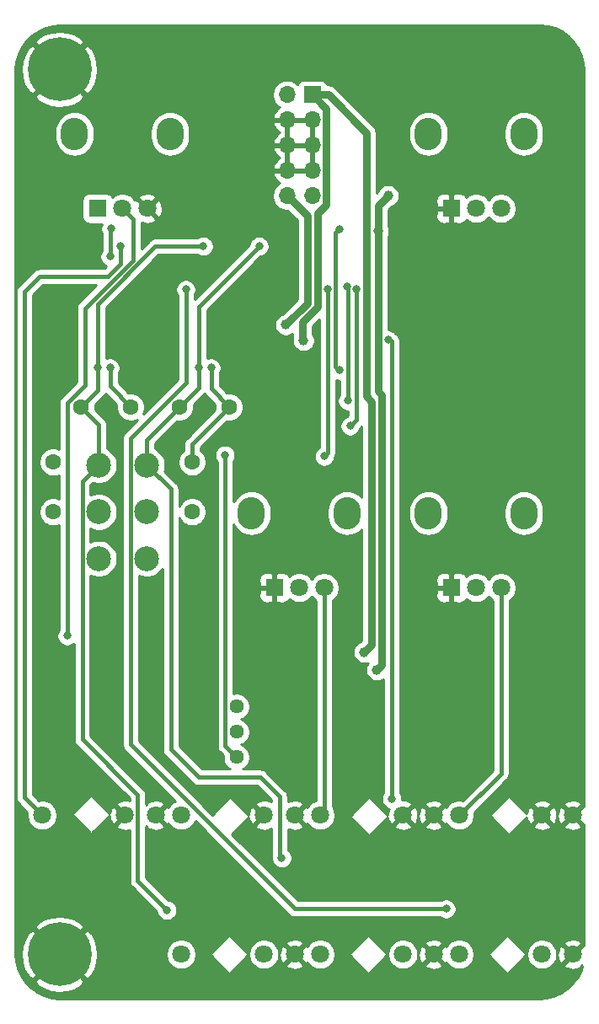
<source format=gbr>
G04 #@! TF.GenerationSoftware,KiCad,Pcbnew,5.1.6-c6e7f7d~87~ubuntu18.04.1*
G04 #@! TF.CreationDate,2020-08-03T08:46:45-04:00*
G04 #@! TF.ProjectId,2164SVF,32313634-5356-4462-9e6b-696361645f70,1*
G04 #@! TF.SameCoordinates,Original*
G04 #@! TF.FileFunction,Copper,L1,Top*
G04 #@! TF.FilePolarity,Positive*
%FSLAX46Y46*%
G04 Gerber Fmt 4.6, Leading zero omitted, Abs format (unit mm)*
G04 Created by KiCad (PCBNEW 5.1.6-c6e7f7d~87~ubuntu18.04.1) date 2020-08-03 08:46:45*
%MOMM*%
%LPD*%
G01*
G04 APERTURE LIST*
G04 #@! TA.AperFunction,ComponentPad*
%ADD10C,0.800000*%
G04 #@! TD*
G04 #@! TA.AperFunction,ComponentPad*
%ADD11C,6.400000*%
G04 #@! TD*
G04 #@! TA.AperFunction,ComponentPad*
%ADD12C,1.600000*%
G04 #@! TD*
G04 #@! TA.AperFunction,ComponentPad*
%ADD13C,2.500000*%
G04 #@! TD*
G04 #@! TA.AperFunction,ComponentPad*
%ADD14O,2.720000X3.240000*%
G04 #@! TD*
G04 #@! TA.AperFunction,ComponentPad*
%ADD15C,1.800000*%
G04 #@! TD*
G04 #@! TA.AperFunction,ComponentPad*
%ADD16R,1.800000X1.800000*%
G04 #@! TD*
G04 #@! TA.AperFunction,ComponentPad*
%ADD17C,1.440000*%
G04 #@! TD*
G04 #@! TA.AperFunction,ComponentPad*
%ADD18O,1.700000X1.700000*%
G04 #@! TD*
G04 #@! TA.AperFunction,ComponentPad*
%ADD19R,1.700000X1.700000*%
G04 #@! TD*
G04 #@! TA.AperFunction,ViaPad*
%ADD20C,1.000000*%
G04 #@! TD*
G04 #@! TA.AperFunction,ViaPad*
%ADD21C,0.800000*%
G04 #@! TD*
G04 #@! TA.AperFunction,Conductor*
%ADD22C,0.750000*%
G04 #@! TD*
G04 #@! TA.AperFunction,Conductor*
%ADD23C,0.400000*%
G04 #@! TD*
G04 #@! TA.AperFunction,Conductor*
%ADD24C,0.254000*%
G04 #@! TD*
G04 APERTURE END LIST*
D10*
X109647056Y-139272944D03*
X107950000Y-138570000D03*
X106252944Y-139272944D03*
X105550000Y-140970000D03*
X106252944Y-142667056D03*
X107950000Y-143370000D03*
X109647056Y-142667056D03*
X110350000Y-140970000D03*
D11*
X107950000Y-140970000D03*
D10*
X109647056Y-50372944D03*
X107950000Y-49670000D03*
X106252944Y-50372944D03*
X105550000Y-52070000D03*
X106252944Y-53767056D03*
X107950000Y-54470000D03*
X109647056Y-53767056D03*
X110350000Y-52070000D03*
D11*
X107950000Y-52070000D03*
D12*
X107315000Y-91520000D03*
X107315000Y-96520000D03*
X121285000Y-91520000D03*
X121285000Y-96520000D03*
X115109000Y-85979000D03*
X110109000Y-85979000D03*
X125015000Y-85979000D03*
X120015000Y-85979000D03*
D13*
X111885000Y-91820000D03*
X111885000Y-96520000D03*
X111885000Y-101220000D03*
X116715000Y-91820000D03*
X116715000Y-96520000D03*
X116715000Y-101220000D03*
D14*
X145020000Y-96640000D03*
X154620000Y-96640000D03*
D15*
X152320000Y-104140000D03*
X149820000Y-104140000D03*
D16*
X147320000Y-104140000D03*
D14*
X145020000Y-58540000D03*
X154620000Y-58540000D03*
D15*
X152320000Y-66040000D03*
X149820000Y-66040000D03*
D16*
X147320000Y-66040000D03*
D17*
X125730000Y-116078000D03*
X125730000Y-118618000D03*
X125730000Y-121158000D03*
D14*
X109460000Y-58540000D03*
X119060000Y-58540000D03*
D15*
X116760000Y-66040000D03*
X114260000Y-66040000D03*
D16*
X111760000Y-66040000D03*
D14*
X127240000Y-96640000D03*
X136840000Y-96640000D03*
D15*
X134540000Y-104140000D03*
X132040000Y-104140000D03*
D16*
X129540000Y-104140000D03*
D15*
X120175000Y-140970000D03*
X131575000Y-140970000D03*
X128475000Y-140970000D03*
X134145000Y-140970000D03*
X145545000Y-140970000D03*
X142445000Y-140970000D03*
X148115000Y-140970000D03*
X159515000Y-140970000D03*
X156415000Y-140970000D03*
X148115000Y-127000000D03*
X159515000Y-127000000D03*
X156415000Y-127000000D03*
D18*
X130810000Y-64770000D03*
X133350000Y-64770000D03*
X130810000Y-62230000D03*
X133350000Y-62230000D03*
X130810000Y-59690000D03*
X133350000Y-59690000D03*
X130810000Y-57150000D03*
X133350000Y-57150000D03*
X130810000Y-54610000D03*
D19*
X133350000Y-54610000D03*
D15*
X134145000Y-127000000D03*
X145545000Y-127000000D03*
X142445000Y-127000000D03*
X120175000Y-127000000D03*
X131575000Y-127000000D03*
X128475000Y-127000000D03*
X106205000Y-127000000D03*
X117605000Y-127000000D03*
X114505000Y-127000000D03*
D20*
X138557000Y-110617000D03*
X132461000Y-79307010D03*
D21*
X139338004Y-85489988D03*
D20*
X126746000Y-75184000D03*
X143256000Y-75692000D03*
X118618000Y-75184000D03*
X108204000Y-75184000D03*
X108204000Y-81280000D03*
X118618000Y-81280000D03*
X126746000Y-81280000D03*
X130302000Y-81280000D03*
X130302000Y-75184000D03*
X142748000Y-82804000D03*
X146304000Y-82804000D03*
X156718000Y-74168000D03*
X156210000Y-65024000D03*
X158496000Y-61976000D03*
X151130000Y-76200000D03*
X154686000Y-67818000D03*
X106680000Y-106045000D03*
X112395000Y-106045000D03*
X116840000Y-106045000D03*
X121920000Y-106045000D03*
X106680000Y-111760000D03*
X112395000Y-111760000D03*
X116840000Y-111760000D03*
X121920000Y-111760000D03*
X127635000Y-110490000D03*
X155575000Y-113665000D03*
X155575000Y-118110000D03*
X146050000Y-73660000D03*
X139827000Y-112395000D03*
X130683000Y-77724000D03*
X139954000Y-68326000D03*
X140970000Y-64770000D03*
D21*
X113030000Y-70866000D03*
X136105990Y-82296000D03*
X136068401Y-68140011D03*
X113117643Y-68056980D03*
X111760000Y-82042000D03*
X122410000Y-69832010D03*
X118745000Y-136525000D03*
X123190000Y-82042000D03*
X136906000Y-85344000D03*
X136835403Y-73886581D03*
X121920000Y-82042000D03*
X128016000Y-69841000D03*
X130274999Y-131290999D03*
X113030000Y-82042000D03*
X137795000Y-74168000D03*
X137160000Y-87884000D03*
X108712000Y-108966000D03*
X134874000Y-74168000D03*
X124587000Y-90805000D03*
X134543989Y-90932000D03*
X140970000Y-79248000D03*
X141351000Y-125349000D03*
X114046000Y-69850000D03*
X120650000Y-74168000D03*
X146812000Y-136398000D03*
D22*
X134775001Y-56035001D02*
X134775001Y-65630999D01*
X132334000Y-79180010D02*
X132461000Y-79307010D01*
X133350000Y-54610000D02*
X134775001Y-56035001D01*
X134775001Y-65630999D02*
X133858000Y-66548000D01*
X133858000Y-66548000D02*
X133858000Y-75946000D01*
X133858000Y-75946000D02*
X132334000Y-77470000D01*
X132334000Y-77470000D02*
X132334000Y-79180010D01*
D23*
X139338004Y-85307984D02*
X139338004Y-85489988D01*
D22*
X138557000Y-110617000D02*
X139338004Y-109835996D01*
X139338004Y-109835996D02*
X139338004Y-85489988D01*
D23*
X138775010Y-84744990D02*
X139338004Y-85307984D01*
D22*
X134950000Y-54610000D02*
X133350000Y-54610000D01*
X138775010Y-58435010D02*
X134950000Y-54610000D01*
X139338004Y-85489988D02*
X138775010Y-84926994D01*
X138775010Y-84926994D02*
X138775010Y-58435010D01*
X132842000Y-66802000D02*
X130810000Y-64770000D01*
X132842000Y-75565000D02*
X132842000Y-66802000D01*
X130683000Y-77724000D02*
X132842000Y-75565000D01*
X139954000Y-68326000D02*
X139954000Y-84408996D01*
X140326999Y-84781995D02*
X140326999Y-111895001D01*
X139954000Y-84408996D02*
X140326999Y-84781995D01*
X140326999Y-111895001D02*
X139827000Y-112395000D01*
X139954000Y-68326000D02*
X139954000Y-65786000D01*
X139954000Y-65786000D02*
X140970000Y-64770000D01*
D23*
X135705991Y-81896001D02*
X135705991Y-68502421D01*
X135705991Y-68502421D02*
X136068401Y-68140011D01*
X136105990Y-82296000D02*
X135705991Y-81896001D01*
X113030000Y-68144623D02*
X113117643Y-68056980D01*
X113030000Y-70866000D02*
X113030000Y-68144623D01*
X111760000Y-84328000D02*
X110109000Y-85979000D01*
X111760000Y-82042000D02*
X111760000Y-84328000D01*
X111760000Y-75628500D02*
X117556490Y-69832010D01*
X111760000Y-82042000D02*
X111760000Y-75628500D01*
X117556490Y-69832010D02*
X122410000Y-69832010D01*
X111885000Y-87755000D02*
X110109000Y-85979000D01*
X111885000Y-91820000D02*
X111885000Y-87755000D01*
X115805001Y-124949001D02*
X115805001Y-133585001D01*
X110234999Y-119378999D02*
X115805001Y-124949001D01*
X115805001Y-133585001D02*
X118745000Y-136525000D01*
X111885000Y-91820000D02*
X110234999Y-93470001D01*
X110234999Y-93470001D02*
X110234999Y-119378999D01*
X123190000Y-84154000D02*
X125015000Y-85979000D01*
X123190000Y-82042000D02*
X123190000Y-84154000D01*
X121285000Y-89709000D02*
X125015000Y-85979000D01*
X121285000Y-91520000D02*
X121285000Y-89709000D01*
X136906000Y-85344000D02*
X136906000Y-73957178D01*
X136906000Y-73957178D02*
X136835403Y-73886581D01*
X121920000Y-84074000D02*
X120015000Y-85979000D01*
X121920000Y-82042000D02*
X121920000Y-84074000D01*
X121920000Y-75937000D02*
X128016000Y-69841000D01*
X121920000Y-82042000D02*
X121920000Y-75937000D01*
X116715000Y-89279000D02*
X120015000Y-85979000D01*
X116715000Y-91820000D02*
X116715000Y-89279000D01*
X116715000Y-91820000D02*
X119126000Y-94231000D01*
X119126000Y-120396000D02*
X121920000Y-123190000D01*
X121920000Y-123190000D02*
X128143000Y-123190000D01*
X130048000Y-131064000D02*
X130274999Y-131290999D01*
X119126000Y-94231000D02*
X119126000Y-120396000D01*
X128143000Y-123190000D02*
X130048000Y-125095000D01*
X130048000Y-125095000D02*
X130048000Y-131064000D01*
X113030000Y-83900000D02*
X115109000Y-85979000D01*
X113030000Y-82042000D02*
X113030000Y-83900000D01*
X137795000Y-87249000D02*
X137160000Y-87884000D01*
X137795000Y-74168000D02*
X137795000Y-87249000D01*
X110490000Y-76049958D02*
X110490000Y-83821998D01*
X115316000Y-67096000D02*
X115316000Y-71223958D01*
X114260000Y-66040000D02*
X115316000Y-67096000D01*
X115316000Y-71223958D02*
X110490000Y-76049958D01*
X110490000Y-83821998D02*
X108712000Y-85599998D01*
X108712000Y-85599998D02*
X108712000Y-108966000D01*
X124587000Y-90805000D02*
X124587000Y-90805000D01*
X124609999Y-120037999D02*
X125730000Y-121158000D01*
X124587000Y-90805000D02*
X124609999Y-90827999D01*
X124609999Y-90827999D02*
X124609999Y-120037999D01*
X134874000Y-74168000D02*
X134874000Y-90601989D01*
X134874000Y-90601989D02*
X134543989Y-90932000D01*
X141096762Y-79092950D02*
X141351000Y-79347188D01*
X141351000Y-79347188D02*
X141351000Y-124783315D01*
X141351000Y-124783315D02*
X141351000Y-125349000D01*
X112776000Y-72898000D02*
X105918000Y-72898000D01*
X114046000Y-69850000D02*
X114046000Y-71628000D01*
X104394000Y-125189000D02*
X106205000Y-127000000D01*
X104394000Y-74422000D02*
X104394000Y-125189000D01*
X105918000Y-72898000D02*
X104394000Y-74422000D01*
X114046000Y-71628000D02*
X112776000Y-72898000D01*
X134540000Y-126605000D02*
X134145000Y-127000000D01*
X134540000Y-104140000D02*
X134540000Y-126605000D01*
X152320000Y-122795000D02*
X148115000Y-127000000D01*
X152320000Y-104140000D02*
X152320000Y-122795000D01*
X131572000Y-136398000D02*
X146812000Y-136398000D01*
X115064999Y-119890999D02*
X131572000Y-136398000D01*
X115064999Y-89152999D02*
X115064999Y-119890999D01*
X120650000Y-74168000D02*
X120650000Y-83567998D01*
X120650000Y-83567998D02*
X115064999Y-89152999D01*
D24*
G36*
X156992249Y-47722437D02*
G01*
X157749774Y-47929672D01*
X158458625Y-48267777D01*
X159096404Y-48726067D01*
X159642946Y-49290055D01*
X160080977Y-49941913D01*
X160396651Y-50661038D01*
X160581206Y-51429768D01*
X160630001Y-52094221D01*
X160630000Y-126132289D01*
X160579080Y-126115525D01*
X159694605Y-127000000D01*
X160579080Y-127884475D01*
X160630000Y-127867711D01*
X160630000Y-140102289D01*
X160579080Y-140085525D01*
X159694605Y-140970000D01*
X159708748Y-140984143D01*
X159529143Y-141163748D01*
X159515000Y-141149605D01*
X158630525Y-142034080D01*
X158714208Y-142288261D01*
X158986775Y-142419158D01*
X159279642Y-142494365D01*
X159581553Y-142510991D01*
X159880907Y-142468397D01*
X160166199Y-142368222D01*
X160315792Y-142288261D01*
X160399474Y-142034082D01*
X160463065Y-142097673D01*
X160350328Y-142509774D01*
X160012221Y-143218627D01*
X159553928Y-143856410D01*
X158989945Y-144402946D01*
X158338085Y-144840978D01*
X157618963Y-145156651D01*
X156850232Y-145341206D01*
X156185792Y-145390000D01*
X107979392Y-145390000D01*
X107167751Y-145317563D01*
X106410226Y-145110328D01*
X105701373Y-144772221D01*
X105063590Y-144313928D01*
X104517054Y-143749945D01*
X104463926Y-143670881D01*
X105428724Y-143670881D01*
X105788912Y-144160548D01*
X106452882Y-144520849D01*
X107174385Y-144744694D01*
X107925695Y-144823480D01*
X108677938Y-144754178D01*
X109402208Y-144539452D01*
X110070670Y-144187555D01*
X110111088Y-144160548D01*
X110471276Y-143670881D01*
X107950000Y-141149605D01*
X105428724Y-143670881D01*
X104463926Y-143670881D01*
X104079022Y-143098085D01*
X103763349Y-142378963D01*
X103578794Y-141610232D01*
X103530000Y-140945792D01*
X103530000Y-140945695D01*
X104096520Y-140945695D01*
X104165822Y-141697938D01*
X104380548Y-142422208D01*
X104732445Y-143090670D01*
X104759452Y-143131088D01*
X105249119Y-143491276D01*
X107770395Y-140970000D01*
X108129605Y-140970000D01*
X110650881Y-143491276D01*
X111140548Y-143131088D01*
X111500849Y-142467118D01*
X111724694Y-141745615D01*
X111803480Y-140994305D01*
X111787313Y-140818816D01*
X118640000Y-140818816D01*
X118640000Y-141121184D01*
X118698989Y-141417743D01*
X118814701Y-141697095D01*
X118982688Y-141948505D01*
X119196495Y-142162312D01*
X119447905Y-142330299D01*
X119727257Y-142446011D01*
X120023816Y-142505000D01*
X120326184Y-142505000D01*
X120622743Y-142446011D01*
X120902095Y-142330299D01*
X121153505Y-142162312D01*
X121367312Y-141948505D01*
X121535299Y-141697095D01*
X121651011Y-141417743D01*
X121710000Y-141121184D01*
X121710000Y-140970000D01*
X123063000Y-140970000D01*
X123065440Y-140994776D01*
X123072667Y-141018601D01*
X123084403Y-141040557D01*
X123100197Y-141059803D01*
X124900197Y-142859803D01*
X124919443Y-142875597D01*
X124941399Y-142887333D01*
X124965224Y-142894560D01*
X124990000Y-142897000D01*
X125014776Y-142894560D01*
X125038601Y-142887333D01*
X125060557Y-142875597D01*
X125079803Y-142859803D01*
X126879803Y-141059803D01*
X126895597Y-141040557D01*
X126907333Y-141018601D01*
X126914560Y-140994776D01*
X126917000Y-140970000D01*
X126914560Y-140945224D01*
X126907333Y-140921399D01*
X126895597Y-140899443D01*
X126879803Y-140880197D01*
X126818422Y-140818816D01*
X126940000Y-140818816D01*
X126940000Y-141121184D01*
X126998989Y-141417743D01*
X127114701Y-141697095D01*
X127282688Y-141948505D01*
X127496495Y-142162312D01*
X127747905Y-142330299D01*
X128027257Y-142446011D01*
X128323816Y-142505000D01*
X128626184Y-142505000D01*
X128922743Y-142446011D01*
X129202095Y-142330299D01*
X129453505Y-142162312D01*
X129581737Y-142034080D01*
X130690525Y-142034080D01*
X130774208Y-142288261D01*
X131046775Y-142419158D01*
X131339642Y-142494365D01*
X131641553Y-142510991D01*
X131940907Y-142468397D01*
X132226199Y-142368222D01*
X132375792Y-142288261D01*
X132459475Y-142034080D01*
X131575000Y-141149605D01*
X130690525Y-142034080D01*
X129581737Y-142034080D01*
X129667312Y-141948505D01*
X129835299Y-141697095D01*
X129951011Y-141417743D01*
X130010000Y-141121184D01*
X130010000Y-141036553D01*
X130034009Y-141036553D01*
X130076603Y-141335907D01*
X130176778Y-141621199D01*
X130256739Y-141770792D01*
X130510920Y-141854475D01*
X131395395Y-140970000D01*
X131754605Y-140970000D01*
X132639080Y-141854475D01*
X132844640Y-141786799D01*
X132952688Y-141948505D01*
X133166495Y-142162312D01*
X133417905Y-142330299D01*
X133697257Y-142446011D01*
X133993816Y-142505000D01*
X134296184Y-142505000D01*
X134592743Y-142446011D01*
X134872095Y-142330299D01*
X135123505Y-142162312D01*
X135337312Y-141948505D01*
X135505299Y-141697095D01*
X135621011Y-141417743D01*
X135680000Y-141121184D01*
X135680000Y-140970000D01*
X137033000Y-140970000D01*
X137035440Y-140994776D01*
X137042667Y-141018601D01*
X137054403Y-141040557D01*
X137070197Y-141059803D01*
X138870197Y-142859803D01*
X138889443Y-142875597D01*
X138911399Y-142887333D01*
X138935224Y-142894560D01*
X138960000Y-142897000D01*
X138984776Y-142894560D01*
X139008601Y-142887333D01*
X139030557Y-142875597D01*
X139049803Y-142859803D01*
X140849803Y-141059803D01*
X140865597Y-141040557D01*
X140877333Y-141018601D01*
X140884560Y-140994776D01*
X140887000Y-140970000D01*
X140884560Y-140945224D01*
X140877333Y-140921399D01*
X140865597Y-140899443D01*
X140849803Y-140880197D01*
X140788422Y-140818816D01*
X140910000Y-140818816D01*
X140910000Y-141121184D01*
X140968989Y-141417743D01*
X141084701Y-141697095D01*
X141252688Y-141948505D01*
X141466495Y-142162312D01*
X141717905Y-142330299D01*
X141997257Y-142446011D01*
X142293816Y-142505000D01*
X142596184Y-142505000D01*
X142892743Y-142446011D01*
X143172095Y-142330299D01*
X143423505Y-142162312D01*
X143551737Y-142034080D01*
X144660525Y-142034080D01*
X144744208Y-142288261D01*
X145016775Y-142419158D01*
X145309642Y-142494365D01*
X145611553Y-142510991D01*
X145910907Y-142468397D01*
X146196199Y-142368222D01*
X146345792Y-142288261D01*
X146429475Y-142034080D01*
X145545000Y-141149605D01*
X144660525Y-142034080D01*
X143551737Y-142034080D01*
X143637312Y-141948505D01*
X143805299Y-141697095D01*
X143921011Y-141417743D01*
X143980000Y-141121184D01*
X143980000Y-141036553D01*
X144004009Y-141036553D01*
X144046603Y-141335907D01*
X144146778Y-141621199D01*
X144226739Y-141770792D01*
X144480920Y-141854475D01*
X145365395Y-140970000D01*
X145724605Y-140970000D01*
X146609080Y-141854475D01*
X146814640Y-141786799D01*
X146922688Y-141948505D01*
X147136495Y-142162312D01*
X147387905Y-142330299D01*
X147667257Y-142446011D01*
X147963816Y-142505000D01*
X148266184Y-142505000D01*
X148562743Y-142446011D01*
X148842095Y-142330299D01*
X149093505Y-142162312D01*
X149307312Y-141948505D01*
X149475299Y-141697095D01*
X149591011Y-141417743D01*
X149650000Y-141121184D01*
X149650000Y-140970000D01*
X151003000Y-140970000D01*
X151005440Y-140994776D01*
X151012667Y-141018601D01*
X151024403Y-141040557D01*
X151040197Y-141059803D01*
X152840197Y-142859803D01*
X152859443Y-142875597D01*
X152881399Y-142887333D01*
X152905224Y-142894560D01*
X152930000Y-142897000D01*
X152954776Y-142894560D01*
X152978601Y-142887333D01*
X153000557Y-142875597D01*
X153019803Y-142859803D01*
X154819803Y-141059803D01*
X154835597Y-141040557D01*
X154847333Y-141018601D01*
X154854560Y-140994776D01*
X154857000Y-140970000D01*
X154854560Y-140945224D01*
X154847333Y-140921399D01*
X154835597Y-140899443D01*
X154819803Y-140880197D01*
X154758422Y-140818816D01*
X154880000Y-140818816D01*
X154880000Y-141121184D01*
X154938989Y-141417743D01*
X155054701Y-141697095D01*
X155222688Y-141948505D01*
X155436495Y-142162312D01*
X155687905Y-142330299D01*
X155967257Y-142446011D01*
X156263816Y-142505000D01*
X156566184Y-142505000D01*
X156862743Y-142446011D01*
X157142095Y-142330299D01*
X157393505Y-142162312D01*
X157607312Y-141948505D01*
X157775299Y-141697095D01*
X157891011Y-141417743D01*
X157950000Y-141121184D01*
X157950000Y-141036553D01*
X157974009Y-141036553D01*
X158016603Y-141335907D01*
X158116778Y-141621199D01*
X158196739Y-141770792D01*
X158450920Y-141854475D01*
X159335395Y-140970000D01*
X158450920Y-140085525D01*
X158196739Y-140169208D01*
X158065842Y-140441775D01*
X157990635Y-140734642D01*
X157974009Y-141036553D01*
X157950000Y-141036553D01*
X157950000Y-140818816D01*
X157891011Y-140522257D01*
X157775299Y-140242905D01*
X157607312Y-139991495D01*
X157521737Y-139905920D01*
X158630525Y-139905920D01*
X159515000Y-140790395D01*
X160399475Y-139905920D01*
X160315792Y-139651739D01*
X160043225Y-139520842D01*
X159750358Y-139445635D01*
X159448447Y-139429009D01*
X159149093Y-139471603D01*
X158863801Y-139571778D01*
X158714208Y-139651739D01*
X158630525Y-139905920D01*
X157521737Y-139905920D01*
X157393505Y-139777688D01*
X157142095Y-139609701D01*
X156862743Y-139493989D01*
X156566184Y-139435000D01*
X156263816Y-139435000D01*
X155967257Y-139493989D01*
X155687905Y-139609701D01*
X155436495Y-139777688D01*
X155222688Y-139991495D01*
X155054701Y-140242905D01*
X154938989Y-140522257D01*
X154880000Y-140818816D01*
X154758422Y-140818816D01*
X153019803Y-139080197D01*
X153000557Y-139064403D01*
X152978601Y-139052667D01*
X152954776Y-139045440D01*
X152930000Y-139043000D01*
X152905224Y-139045440D01*
X152881399Y-139052667D01*
X152859443Y-139064403D01*
X152840197Y-139080197D01*
X151040197Y-140880197D01*
X151024403Y-140899443D01*
X151012667Y-140921399D01*
X151005440Y-140945224D01*
X151003000Y-140970000D01*
X149650000Y-140970000D01*
X149650000Y-140818816D01*
X149591011Y-140522257D01*
X149475299Y-140242905D01*
X149307312Y-139991495D01*
X149093505Y-139777688D01*
X148842095Y-139609701D01*
X148562743Y-139493989D01*
X148266184Y-139435000D01*
X147963816Y-139435000D01*
X147667257Y-139493989D01*
X147387905Y-139609701D01*
X147136495Y-139777688D01*
X146922688Y-139991495D01*
X146814640Y-140153201D01*
X146609080Y-140085525D01*
X145724605Y-140970000D01*
X145365395Y-140970000D01*
X144480920Y-140085525D01*
X144226739Y-140169208D01*
X144095842Y-140441775D01*
X144020635Y-140734642D01*
X144004009Y-141036553D01*
X143980000Y-141036553D01*
X143980000Y-140818816D01*
X143921011Y-140522257D01*
X143805299Y-140242905D01*
X143637312Y-139991495D01*
X143551737Y-139905920D01*
X144660525Y-139905920D01*
X145545000Y-140790395D01*
X146429475Y-139905920D01*
X146345792Y-139651739D01*
X146073225Y-139520842D01*
X145780358Y-139445635D01*
X145478447Y-139429009D01*
X145179093Y-139471603D01*
X144893801Y-139571778D01*
X144744208Y-139651739D01*
X144660525Y-139905920D01*
X143551737Y-139905920D01*
X143423505Y-139777688D01*
X143172095Y-139609701D01*
X142892743Y-139493989D01*
X142596184Y-139435000D01*
X142293816Y-139435000D01*
X141997257Y-139493989D01*
X141717905Y-139609701D01*
X141466495Y-139777688D01*
X141252688Y-139991495D01*
X141084701Y-140242905D01*
X140968989Y-140522257D01*
X140910000Y-140818816D01*
X140788422Y-140818816D01*
X139049803Y-139080197D01*
X139030557Y-139064403D01*
X139008601Y-139052667D01*
X138984776Y-139045440D01*
X138960000Y-139043000D01*
X138935224Y-139045440D01*
X138911399Y-139052667D01*
X138889443Y-139064403D01*
X138870197Y-139080197D01*
X137070197Y-140880197D01*
X137054403Y-140899443D01*
X137042667Y-140921399D01*
X137035440Y-140945224D01*
X137033000Y-140970000D01*
X135680000Y-140970000D01*
X135680000Y-140818816D01*
X135621011Y-140522257D01*
X135505299Y-140242905D01*
X135337312Y-139991495D01*
X135123505Y-139777688D01*
X134872095Y-139609701D01*
X134592743Y-139493989D01*
X134296184Y-139435000D01*
X133993816Y-139435000D01*
X133697257Y-139493989D01*
X133417905Y-139609701D01*
X133166495Y-139777688D01*
X132952688Y-139991495D01*
X132844640Y-140153201D01*
X132639080Y-140085525D01*
X131754605Y-140970000D01*
X131395395Y-140970000D01*
X130510920Y-140085525D01*
X130256739Y-140169208D01*
X130125842Y-140441775D01*
X130050635Y-140734642D01*
X130034009Y-141036553D01*
X130010000Y-141036553D01*
X130010000Y-140818816D01*
X129951011Y-140522257D01*
X129835299Y-140242905D01*
X129667312Y-139991495D01*
X129581737Y-139905920D01*
X130690525Y-139905920D01*
X131575000Y-140790395D01*
X132459475Y-139905920D01*
X132375792Y-139651739D01*
X132103225Y-139520842D01*
X131810358Y-139445635D01*
X131508447Y-139429009D01*
X131209093Y-139471603D01*
X130923801Y-139571778D01*
X130774208Y-139651739D01*
X130690525Y-139905920D01*
X129581737Y-139905920D01*
X129453505Y-139777688D01*
X129202095Y-139609701D01*
X128922743Y-139493989D01*
X128626184Y-139435000D01*
X128323816Y-139435000D01*
X128027257Y-139493989D01*
X127747905Y-139609701D01*
X127496495Y-139777688D01*
X127282688Y-139991495D01*
X127114701Y-140242905D01*
X126998989Y-140522257D01*
X126940000Y-140818816D01*
X126818422Y-140818816D01*
X125079803Y-139080197D01*
X125060557Y-139064403D01*
X125038601Y-139052667D01*
X125014776Y-139045440D01*
X124990000Y-139043000D01*
X124965224Y-139045440D01*
X124941399Y-139052667D01*
X124919443Y-139064403D01*
X124900197Y-139080197D01*
X123100197Y-140880197D01*
X123084403Y-140899443D01*
X123072667Y-140921399D01*
X123065440Y-140945224D01*
X123063000Y-140970000D01*
X121710000Y-140970000D01*
X121710000Y-140818816D01*
X121651011Y-140522257D01*
X121535299Y-140242905D01*
X121367312Y-139991495D01*
X121153505Y-139777688D01*
X120902095Y-139609701D01*
X120622743Y-139493989D01*
X120326184Y-139435000D01*
X120023816Y-139435000D01*
X119727257Y-139493989D01*
X119447905Y-139609701D01*
X119196495Y-139777688D01*
X118982688Y-139991495D01*
X118814701Y-140242905D01*
X118698989Y-140522257D01*
X118640000Y-140818816D01*
X111787313Y-140818816D01*
X111734178Y-140242062D01*
X111519452Y-139517792D01*
X111167555Y-138849330D01*
X111140548Y-138808912D01*
X110650881Y-138448724D01*
X108129605Y-140970000D01*
X107770395Y-140970000D01*
X105249119Y-138448724D01*
X104759452Y-138808912D01*
X104399151Y-139472882D01*
X104175306Y-140194385D01*
X104096520Y-140945695D01*
X103530000Y-140945695D01*
X103530000Y-138269119D01*
X105428724Y-138269119D01*
X107950000Y-140790395D01*
X110471276Y-138269119D01*
X110111088Y-137779452D01*
X109447118Y-137419151D01*
X108725615Y-137195306D01*
X107974305Y-137116520D01*
X107222062Y-137185822D01*
X106497792Y-137400548D01*
X105829330Y-137752445D01*
X105788912Y-137779452D01*
X105428724Y-138269119D01*
X103530000Y-138269119D01*
X103530000Y-74422000D01*
X103554960Y-74422000D01*
X103559000Y-74463018D01*
X103559001Y-125147971D01*
X103554960Y-125189000D01*
X103571082Y-125352688D01*
X103618828Y-125510086D01*
X103694094Y-125650898D01*
X103696365Y-125655146D01*
X103800710Y-125782291D01*
X103832574Y-125808441D01*
X104703671Y-126679539D01*
X104670000Y-126848816D01*
X104670000Y-127151184D01*
X104728989Y-127447743D01*
X104844701Y-127727095D01*
X105012688Y-127978505D01*
X105226495Y-128192312D01*
X105477905Y-128360299D01*
X105757257Y-128476011D01*
X106053816Y-128535000D01*
X106356184Y-128535000D01*
X106652743Y-128476011D01*
X106932095Y-128360299D01*
X107183505Y-128192312D01*
X107397312Y-127978505D01*
X107565299Y-127727095D01*
X107681011Y-127447743D01*
X107740000Y-127151184D01*
X107740000Y-126895000D01*
X109198000Y-126895000D01*
X109200440Y-126919776D01*
X109207667Y-126943601D01*
X109219403Y-126965557D01*
X109235197Y-126984803D01*
X111035197Y-128784803D01*
X111054443Y-128800597D01*
X111076399Y-128812333D01*
X111100224Y-128819560D01*
X111125000Y-128822000D01*
X111149776Y-128819560D01*
X111173601Y-128812333D01*
X111195557Y-128800597D01*
X111214803Y-128784803D01*
X112965813Y-127033793D01*
X112964009Y-127066553D01*
X113006603Y-127365907D01*
X113106778Y-127651199D01*
X113186739Y-127800792D01*
X113440920Y-127884475D01*
X114325395Y-127000000D01*
X113440920Y-126115525D01*
X113186739Y-126199208D01*
X113055842Y-126471775D01*
X112980635Y-126764642D01*
X112980302Y-126770696D01*
X111214803Y-125005197D01*
X111195557Y-124989403D01*
X111173601Y-124977667D01*
X111149776Y-124970440D01*
X111125000Y-124968000D01*
X111100224Y-124970440D01*
X111076399Y-124977667D01*
X111054443Y-124989403D01*
X111035197Y-125005197D01*
X109235197Y-126805197D01*
X109219403Y-126824443D01*
X109207667Y-126846399D01*
X109200440Y-126870224D01*
X109198000Y-126895000D01*
X107740000Y-126895000D01*
X107740000Y-126848816D01*
X107681011Y-126552257D01*
X107565299Y-126272905D01*
X107397312Y-126021495D01*
X107183505Y-125807688D01*
X106932095Y-125639701D01*
X106652743Y-125523989D01*
X106356184Y-125465000D01*
X106053816Y-125465000D01*
X105884539Y-125498671D01*
X105229000Y-124843133D01*
X105229000Y-74767867D01*
X106263868Y-73733000D01*
X111626090Y-73733000D01*
X109928579Y-75430512D01*
X109896709Y-75456667D01*
X109792365Y-75583812D01*
X109792364Y-75583813D01*
X109714828Y-75728872D01*
X109667082Y-75886270D01*
X109650960Y-76049958D01*
X109655000Y-76090977D01*
X109655001Y-83476128D01*
X108150579Y-84980552D01*
X108118709Y-85006707D01*
X108040827Y-85101608D01*
X108014364Y-85133853D01*
X107936828Y-85278912D01*
X107889082Y-85436310D01*
X107872960Y-85599998D01*
X107877000Y-85641016D01*
X107877000Y-90199556D01*
X107733574Y-90140147D01*
X107456335Y-90085000D01*
X107173665Y-90085000D01*
X106896426Y-90140147D01*
X106635273Y-90248320D01*
X106400241Y-90405363D01*
X106200363Y-90605241D01*
X106043320Y-90840273D01*
X105935147Y-91101426D01*
X105880000Y-91378665D01*
X105880000Y-91661335D01*
X105935147Y-91938574D01*
X106043320Y-92199727D01*
X106200363Y-92434759D01*
X106400241Y-92634637D01*
X106635273Y-92791680D01*
X106896426Y-92899853D01*
X107173665Y-92955000D01*
X107456335Y-92955000D01*
X107733574Y-92899853D01*
X107877000Y-92840444D01*
X107877000Y-95199556D01*
X107733574Y-95140147D01*
X107456335Y-95085000D01*
X107173665Y-95085000D01*
X106896426Y-95140147D01*
X106635273Y-95248320D01*
X106400241Y-95405363D01*
X106200363Y-95605241D01*
X106043320Y-95840273D01*
X105935147Y-96101426D01*
X105880000Y-96378665D01*
X105880000Y-96661335D01*
X105935147Y-96938574D01*
X106043320Y-97199727D01*
X106200363Y-97434759D01*
X106400241Y-97634637D01*
X106635273Y-97791680D01*
X106896426Y-97899853D01*
X107173665Y-97955000D01*
X107456335Y-97955000D01*
X107733574Y-97899853D01*
X107877001Y-97840444D01*
X107877001Y-108352714D01*
X107794795Y-108475744D01*
X107716774Y-108664102D01*
X107677000Y-108864061D01*
X107677000Y-109067939D01*
X107716774Y-109267898D01*
X107794795Y-109456256D01*
X107908063Y-109625774D01*
X108052226Y-109769937D01*
X108221744Y-109883205D01*
X108410102Y-109961226D01*
X108610061Y-110001000D01*
X108813939Y-110001000D01*
X109013898Y-109961226D01*
X109202256Y-109883205D01*
X109371774Y-109769937D01*
X109400000Y-109741711D01*
X109400000Y-119337970D01*
X109395959Y-119378999D01*
X109412081Y-119542687D01*
X109459827Y-119700085D01*
X109523274Y-119818785D01*
X109537364Y-119845145D01*
X109641709Y-119972290D01*
X109673573Y-119998440D01*
X114970001Y-125294869D01*
X114970001Y-125534606D01*
X114740358Y-125475635D01*
X114438447Y-125459009D01*
X114139093Y-125501603D01*
X113853801Y-125601778D01*
X113704208Y-125681739D01*
X113620525Y-125935920D01*
X114505000Y-126820395D01*
X114519143Y-126806253D01*
X114698748Y-126985858D01*
X114684605Y-127000000D01*
X114698748Y-127014143D01*
X114519143Y-127193748D01*
X114505000Y-127179605D01*
X113620525Y-128064080D01*
X113704208Y-128318261D01*
X113976775Y-128449158D01*
X114269642Y-128524365D01*
X114571553Y-128540991D01*
X114870907Y-128498397D01*
X114970001Y-128463602D01*
X114970002Y-133543972D01*
X114965961Y-133585001D01*
X114982083Y-133748689D01*
X115029829Y-133906087D01*
X115029830Y-133906088D01*
X115107366Y-134051147D01*
X115211711Y-134178292D01*
X115243575Y-134204442D01*
X117720908Y-136681775D01*
X117749774Y-136826898D01*
X117827795Y-137015256D01*
X117941063Y-137184774D01*
X118085226Y-137328937D01*
X118254744Y-137442205D01*
X118443102Y-137520226D01*
X118643061Y-137560000D01*
X118846939Y-137560000D01*
X119046898Y-137520226D01*
X119235256Y-137442205D01*
X119404774Y-137328937D01*
X119548937Y-137184774D01*
X119662205Y-137015256D01*
X119740226Y-136826898D01*
X119780000Y-136626939D01*
X119780000Y-136423061D01*
X119740226Y-136223102D01*
X119662205Y-136034744D01*
X119548937Y-135865226D01*
X119404774Y-135721063D01*
X119235256Y-135607795D01*
X119046898Y-135529774D01*
X118901775Y-135500908D01*
X116640001Y-133239134D01*
X116640001Y-128144607D01*
X116720526Y-128064082D01*
X116804208Y-128318261D01*
X117076775Y-128449158D01*
X117369642Y-128524365D01*
X117671553Y-128540991D01*
X117970907Y-128498397D01*
X118256199Y-128398222D01*
X118405792Y-128318261D01*
X118489475Y-128064080D01*
X117605000Y-127179605D01*
X117590858Y-127193748D01*
X117411253Y-127014143D01*
X117425395Y-127000000D01*
X117411253Y-126985858D01*
X117590858Y-126806253D01*
X117605000Y-126820395D01*
X118489475Y-125935920D01*
X118405792Y-125681739D01*
X118133225Y-125550842D01*
X117840358Y-125475635D01*
X117538447Y-125459009D01*
X117239093Y-125501603D01*
X116953801Y-125601778D01*
X116804208Y-125681739D01*
X116720526Y-125935918D01*
X116640001Y-125855393D01*
X116640001Y-124990008D01*
X116644040Y-124949000D01*
X116640001Y-124907992D01*
X116640001Y-124907982D01*
X116627919Y-124785312D01*
X116580173Y-124627914D01*
X116502637Y-124482855D01*
X116398292Y-124355710D01*
X116366429Y-124329561D01*
X111069999Y-119033132D01*
X111069999Y-102922725D01*
X111335166Y-103032561D01*
X111699344Y-103105000D01*
X112070656Y-103105000D01*
X112434834Y-103032561D01*
X112777882Y-102890466D01*
X113086618Y-102684175D01*
X113349175Y-102421618D01*
X113555466Y-102112882D01*
X113697561Y-101769834D01*
X113770000Y-101405656D01*
X113770000Y-101034344D01*
X113697561Y-100670166D01*
X113555466Y-100327118D01*
X113349175Y-100018382D01*
X113086618Y-99755825D01*
X112777882Y-99549534D01*
X112434834Y-99407439D01*
X112070656Y-99335000D01*
X111699344Y-99335000D01*
X111335166Y-99407439D01*
X111069999Y-99517275D01*
X111069999Y-98222725D01*
X111335166Y-98332561D01*
X111699344Y-98405000D01*
X112070656Y-98405000D01*
X112434834Y-98332561D01*
X112777882Y-98190466D01*
X113086618Y-97984175D01*
X113349175Y-97721618D01*
X113555466Y-97412882D01*
X113697561Y-97069834D01*
X113770000Y-96705656D01*
X113770000Y-96334344D01*
X113697561Y-95970166D01*
X113555466Y-95627118D01*
X113349175Y-95318382D01*
X113086618Y-95055825D01*
X112777882Y-94849534D01*
X112434834Y-94707439D01*
X112070656Y-94635000D01*
X111699344Y-94635000D01*
X111335166Y-94707439D01*
X111069999Y-94817275D01*
X111069999Y-93815868D01*
X111277283Y-93608585D01*
X111335166Y-93632561D01*
X111699344Y-93705000D01*
X112070656Y-93705000D01*
X112434834Y-93632561D01*
X112777882Y-93490466D01*
X113086618Y-93284175D01*
X113349175Y-93021618D01*
X113555466Y-92712882D01*
X113697561Y-92369834D01*
X113770000Y-92005656D01*
X113770000Y-91634344D01*
X113697561Y-91270166D01*
X113555466Y-90927118D01*
X113349175Y-90618382D01*
X113086618Y-90355825D01*
X112777882Y-90149534D01*
X112720000Y-90125559D01*
X112720000Y-87796007D01*
X112724039Y-87754999D01*
X112720000Y-87713991D01*
X112720000Y-87713981D01*
X112707918Y-87591311D01*
X112660172Y-87433913D01*
X112582636Y-87288854D01*
X112478291Y-87161709D01*
X112446427Y-87135559D01*
X111525285Y-86214418D01*
X111544000Y-86120335D01*
X111544000Y-85837665D01*
X111525286Y-85743582D01*
X112321432Y-84947437D01*
X112353291Y-84921291D01*
X112408726Y-84853744D01*
X112457636Y-84794146D01*
X112535172Y-84649087D01*
X112549846Y-84600713D01*
X113692715Y-85743582D01*
X113674000Y-85837665D01*
X113674000Y-86120335D01*
X113729147Y-86397574D01*
X113837320Y-86658727D01*
X113994363Y-86893759D01*
X114194241Y-87093637D01*
X114429273Y-87250680D01*
X114690426Y-87358853D01*
X114967665Y-87414000D01*
X115250335Y-87414000D01*
X115527574Y-87358853D01*
X115784841Y-87252290D01*
X114503578Y-88533553D01*
X114471708Y-88559708D01*
X114390081Y-88659172D01*
X114367363Y-88686854D01*
X114289827Y-88831913D01*
X114242081Y-88989311D01*
X114225959Y-89152999D01*
X114229999Y-89194017D01*
X114230000Y-119849970D01*
X114225959Y-119890999D01*
X114242081Y-120054687D01*
X114289827Y-120212085D01*
X114300639Y-120232312D01*
X114367364Y-120357145D01*
X114471709Y-120484290D01*
X114503573Y-120510440D01*
X119578669Y-125585537D01*
X119447905Y-125639701D01*
X119196495Y-125807688D01*
X118982688Y-126021495D01*
X118874640Y-126183201D01*
X118669080Y-126115525D01*
X117784605Y-127000000D01*
X118669080Y-127884475D01*
X118874640Y-127816799D01*
X118982688Y-127978505D01*
X119196495Y-128192312D01*
X119447905Y-128360299D01*
X119727257Y-128476011D01*
X120023816Y-128535000D01*
X120326184Y-128535000D01*
X120622743Y-128476011D01*
X120902095Y-128360299D01*
X121153505Y-128192312D01*
X121367312Y-127978505D01*
X121535299Y-127727095D01*
X121589463Y-127596331D01*
X130952563Y-136959432D01*
X130978709Y-136991291D01*
X131105854Y-137095636D01*
X131250913Y-137173172D01*
X131408311Y-137220918D01*
X131530981Y-137233000D01*
X131530982Y-137233000D01*
X131572000Y-137237040D01*
X131613018Y-137233000D01*
X146198715Y-137233000D01*
X146321744Y-137315205D01*
X146510102Y-137393226D01*
X146710061Y-137433000D01*
X146913939Y-137433000D01*
X147113898Y-137393226D01*
X147302256Y-137315205D01*
X147471774Y-137201937D01*
X147615937Y-137057774D01*
X147729205Y-136888256D01*
X147807226Y-136699898D01*
X147847000Y-136499939D01*
X147847000Y-136296061D01*
X147807226Y-136096102D01*
X147729205Y-135907744D01*
X147615937Y-135738226D01*
X147471774Y-135594063D01*
X147302256Y-135480795D01*
X147113898Y-135402774D01*
X146913939Y-135363000D01*
X146710061Y-135363000D01*
X146510102Y-135402774D01*
X146321744Y-135480795D01*
X146198715Y-135563000D01*
X131917869Y-135563000D01*
X125267237Y-128912369D01*
X126956311Y-127223295D01*
X126976603Y-127365907D01*
X127076778Y-127651199D01*
X127156739Y-127800792D01*
X127410920Y-127884475D01*
X128295395Y-127000000D01*
X127410920Y-126115525D01*
X127156739Y-126199208D01*
X127025842Y-126471775D01*
X126950635Y-126764642D01*
X126939341Y-126969735D01*
X125184803Y-125215197D01*
X125165557Y-125199403D01*
X125143601Y-125187667D01*
X125119776Y-125180440D01*
X125095000Y-125178000D01*
X125070224Y-125180440D01*
X125046399Y-125187667D01*
X125024443Y-125199403D01*
X125005197Y-125215197D01*
X123287631Y-126932763D01*
X115899999Y-119545132D01*
X115899999Y-102922725D01*
X116165166Y-103032561D01*
X116529344Y-103105000D01*
X116900656Y-103105000D01*
X117264834Y-103032561D01*
X117607882Y-102890466D01*
X117916618Y-102684175D01*
X118179175Y-102421618D01*
X118291000Y-102254260D01*
X118291001Y-120354971D01*
X118286960Y-120396000D01*
X118303082Y-120559688D01*
X118350828Y-120717086D01*
X118427708Y-120860917D01*
X118428365Y-120862146D01*
X118532710Y-120989291D01*
X118564574Y-121015441D01*
X121300563Y-123751432D01*
X121326709Y-123783291D01*
X121453854Y-123887636D01*
X121598913Y-123965172D01*
X121756311Y-124012918D01*
X121878981Y-124025000D01*
X121878982Y-124025000D01*
X121920000Y-124029040D01*
X121961018Y-124025000D01*
X127797133Y-124025000D01*
X129213000Y-125440869D01*
X129213000Y-125651584D01*
X129003225Y-125550842D01*
X128710358Y-125475635D01*
X128408447Y-125459009D01*
X128109093Y-125501603D01*
X127823801Y-125601778D01*
X127674208Y-125681739D01*
X127590525Y-125935920D01*
X128475000Y-126820395D01*
X128489143Y-126806253D01*
X128668748Y-126985858D01*
X128654605Y-127000000D01*
X128668748Y-127014143D01*
X128489143Y-127193748D01*
X128475000Y-127179605D01*
X127590525Y-128064080D01*
X127674208Y-128318261D01*
X127946775Y-128449158D01*
X128239642Y-128524365D01*
X128541553Y-128540991D01*
X128840907Y-128498397D01*
X129126199Y-128398222D01*
X129213001Y-128351825D01*
X129213001Y-131022972D01*
X129208960Y-131064000D01*
X129225082Y-131227688D01*
X129239999Y-131276863D01*
X129239999Y-131392938D01*
X129279773Y-131592897D01*
X129357794Y-131781255D01*
X129471062Y-131950773D01*
X129615225Y-132094936D01*
X129784743Y-132208204D01*
X129973101Y-132286225D01*
X130173060Y-132325999D01*
X130376938Y-132325999D01*
X130576897Y-132286225D01*
X130765255Y-132208204D01*
X130934773Y-132094936D01*
X131078936Y-131950773D01*
X131192204Y-131781255D01*
X131270225Y-131592897D01*
X131309999Y-131392938D01*
X131309999Y-131189060D01*
X131270225Y-130989101D01*
X131192204Y-130800743D01*
X131078936Y-130631225D01*
X130934773Y-130487062D01*
X130883000Y-130452468D01*
X130883000Y-128370507D01*
X131046775Y-128449158D01*
X131339642Y-128524365D01*
X131641553Y-128540991D01*
X131940907Y-128498397D01*
X132226199Y-128398222D01*
X132375792Y-128318261D01*
X132459475Y-128064080D01*
X131575000Y-127179605D01*
X131560858Y-127193748D01*
X131381253Y-127014143D01*
X131395395Y-127000000D01*
X131381253Y-126985858D01*
X131560858Y-126806253D01*
X131575000Y-126820395D01*
X132459475Y-125935920D01*
X132375792Y-125681739D01*
X132103225Y-125550842D01*
X131810358Y-125475635D01*
X131508447Y-125459009D01*
X131209093Y-125501603D01*
X130923801Y-125601778D01*
X130883000Y-125623587D01*
X130883000Y-125136018D01*
X130887040Y-125095000D01*
X130870918Y-124931311D01*
X130823172Y-124773913D01*
X130745636Y-124628854D01*
X130667439Y-124533570D01*
X130667437Y-124533568D01*
X130641291Y-124501709D01*
X130609433Y-124475564D01*
X128762446Y-122628579D01*
X128736291Y-122596709D01*
X128609146Y-122492364D01*
X128464087Y-122414828D01*
X128306689Y-122367082D01*
X128184019Y-122355000D01*
X128184018Y-122355000D01*
X128143000Y-122350960D01*
X128101982Y-122355000D01*
X126377498Y-122355000D01*
X126593762Y-122210497D01*
X126782497Y-122021762D01*
X126930785Y-121799833D01*
X127032928Y-121553239D01*
X127085000Y-121291456D01*
X127085000Y-121024544D01*
X127032928Y-120762761D01*
X126930785Y-120516167D01*
X126782497Y-120294238D01*
X126593762Y-120105503D01*
X126371833Y-119957215D01*
X126204734Y-119888000D01*
X126371833Y-119818785D01*
X126593762Y-119670497D01*
X126782497Y-119481762D01*
X126930785Y-119259833D01*
X127032928Y-119013239D01*
X127085000Y-118751456D01*
X127085000Y-118484544D01*
X127032928Y-118222761D01*
X126930785Y-117976167D01*
X126782497Y-117754238D01*
X126593762Y-117565503D01*
X126371833Y-117417215D01*
X126204734Y-117348000D01*
X126371833Y-117278785D01*
X126593762Y-117130497D01*
X126782497Y-116941762D01*
X126930785Y-116719833D01*
X127032928Y-116473239D01*
X127085000Y-116211456D01*
X127085000Y-115944544D01*
X127032928Y-115682761D01*
X126930785Y-115436167D01*
X126782497Y-115214238D01*
X126593762Y-115025503D01*
X126371833Y-114877215D01*
X126125239Y-114775072D01*
X125863456Y-114723000D01*
X125596544Y-114723000D01*
X125444999Y-114753144D01*
X125444999Y-105040000D01*
X128001928Y-105040000D01*
X128014188Y-105164482D01*
X128050498Y-105284180D01*
X128109463Y-105394494D01*
X128188815Y-105491185D01*
X128285506Y-105570537D01*
X128395820Y-105629502D01*
X128515518Y-105665812D01*
X128640000Y-105678072D01*
X129254250Y-105675000D01*
X129413000Y-105516250D01*
X129413000Y-104267000D01*
X128163750Y-104267000D01*
X128005000Y-104425750D01*
X128001928Y-105040000D01*
X125444999Y-105040000D01*
X125444999Y-103240000D01*
X128001928Y-103240000D01*
X128005000Y-103854250D01*
X128163750Y-104013000D01*
X129413000Y-104013000D01*
X129413000Y-102763750D01*
X129667000Y-102763750D01*
X129667000Y-104013000D01*
X129687000Y-104013000D01*
X129687000Y-104267000D01*
X129667000Y-104267000D01*
X129667000Y-105516250D01*
X129825750Y-105675000D01*
X130440000Y-105678072D01*
X130564482Y-105665812D01*
X130684180Y-105629502D01*
X130794494Y-105570537D01*
X130891185Y-105491185D01*
X130970537Y-105394494D01*
X131023880Y-105294697D01*
X131061495Y-105332312D01*
X131312905Y-105500299D01*
X131592257Y-105616011D01*
X131888816Y-105675000D01*
X132191184Y-105675000D01*
X132487743Y-105616011D01*
X132767095Y-105500299D01*
X133018505Y-105332312D01*
X133232312Y-105118505D01*
X133290000Y-105032169D01*
X133347688Y-105118505D01*
X133561495Y-105332312D01*
X133705000Y-105428199D01*
X133705001Y-125522449D01*
X133697257Y-125523989D01*
X133417905Y-125639701D01*
X133166495Y-125807688D01*
X132952688Y-126021495D01*
X132844640Y-126183201D01*
X132639080Y-126115525D01*
X131754605Y-127000000D01*
X132639080Y-127884475D01*
X132844640Y-127816799D01*
X132952688Y-127978505D01*
X133166495Y-128192312D01*
X133417905Y-128360299D01*
X133697257Y-128476011D01*
X133993816Y-128535000D01*
X134296184Y-128535000D01*
X134592743Y-128476011D01*
X134872095Y-128360299D01*
X135123505Y-128192312D01*
X135337312Y-127978505D01*
X135505299Y-127727095D01*
X135621011Y-127447743D01*
X135680000Y-127151184D01*
X135680000Y-126848816D01*
X135621011Y-126552257D01*
X135505299Y-126272905D01*
X135375000Y-126077899D01*
X135375000Y-105428199D01*
X135518505Y-105332312D01*
X135732312Y-105118505D01*
X135900299Y-104867095D01*
X136016011Y-104587743D01*
X136075000Y-104291184D01*
X136075000Y-103988816D01*
X136016011Y-103692257D01*
X135900299Y-103412905D01*
X135732312Y-103161495D01*
X135518505Y-102947688D01*
X135267095Y-102779701D01*
X134987743Y-102663989D01*
X134691184Y-102605000D01*
X134388816Y-102605000D01*
X134092257Y-102663989D01*
X133812905Y-102779701D01*
X133561495Y-102947688D01*
X133347688Y-103161495D01*
X133290000Y-103247831D01*
X133232312Y-103161495D01*
X133018505Y-102947688D01*
X132767095Y-102779701D01*
X132487743Y-102663989D01*
X132191184Y-102605000D01*
X131888816Y-102605000D01*
X131592257Y-102663989D01*
X131312905Y-102779701D01*
X131061495Y-102947688D01*
X131023880Y-102985303D01*
X130970537Y-102885506D01*
X130891185Y-102788815D01*
X130794494Y-102709463D01*
X130684180Y-102650498D01*
X130564482Y-102614188D01*
X130440000Y-102601928D01*
X129825750Y-102605000D01*
X129667000Y-102763750D01*
X129413000Y-102763750D01*
X129254250Y-102605000D01*
X128640000Y-102601928D01*
X128515518Y-102614188D01*
X128395820Y-102650498D01*
X128285506Y-102709463D01*
X128188815Y-102788815D01*
X128109463Y-102885506D01*
X128050498Y-102995820D01*
X128014188Y-103115518D01*
X128001928Y-103240000D01*
X125444999Y-103240000D01*
X125444999Y-97773890D01*
X125573193Y-98013725D01*
X125822497Y-98317503D01*
X126126275Y-98566807D01*
X126472853Y-98752057D01*
X126848912Y-98866133D01*
X127240000Y-98904652D01*
X127631087Y-98866133D01*
X128007146Y-98752057D01*
X128353725Y-98566807D01*
X128657503Y-98317503D01*
X128906807Y-98013725D01*
X129092057Y-97667147D01*
X129206133Y-97291088D01*
X129235000Y-96997998D01*
X129235000Y-96282003D01*
X129206133Y-95988913D01*
X129092057Y-95612853D01*
X128906807Y-95266275D01*
X128657503Y-94962497D01*
X128353725Y-94713193D01*
X128007147Y-94527943D01*
X127631088Y-94413867D01*
X127240000Y-94375348D01*
X126848913Y-94413867D01*
X126472854Y-94527943D01*
X126126276Y-94713193D01*
X125822498Y-94962497D01*
X125573193Y-95266275D01*
X125444999Y-95506109D01*
X125444999Y-91383864D01*
X125504205Y-91295256D01*
X125582226Y-91106898D01*
X125622000Y-90906939D01*
X125622000Y-90703061D01*
X125582226Y-90503102D01*
X125504205Y-90314744D01*
X125390937Y-90145226D01*
X125246774Y-90001063D01*
X125077256Y-89887795D01*
X124888898Y-89809774D01*
X124688939Y-89770000D01*
X124485061Y-89770000D01*
X124285102Y-89809774D01*
X124096744Y-89887795D01*
X123927226Y-90001063D01*
X123783063Y-90145226D01*
X123669795Y-90314744D01*
X123591774Y-90503102D01*
X123552000Y-90703061D01*
X123552000Y-90906939D01*
X123591774Y-91106898D01*
X123669795Y-91295256D01*
X123774999Y-91452705D01*
X123775000Y-119996970D01*
X123770959Y-120037999D01*
X123787081Y-120201687D01*
X123834827Y-120359085D01*
X123901751Y-120484290D01*
X123912364Y-120504145D01*
X124016709Y-120631290D01*
X124048573Y-120657440D01*
X124381749Y-120990616D01*
X124375000Y-121024544D01*
X124375000Y-121291456D01*
X124427072Y-121553239D01*
X124529215Y-121799833D01*
X124677503Y-122021762D01*
X124866238Y-122210497D01*
X125082502Y-122355000D01*
X122265869Y-122355000D01*
X119961000Y-120050133D01*
X119961000Y-97073415D01*
X120013320Y-97199727D01*
X120170363Y-97434759D01*
X120370241Y-97634637D01*
X120605273Y-97791680D01*
X120866426Y-97899853D01*
X121143665Y-97955000D01*
X121426335Y-97955000D01*
X121703574Y-97899853D01*
X121964727Y-97791680D01*
X122199759Y-97634637D01*
X122399637Y-97434759D01*
X122556680Y-97199727D01*
X122664853Y-96938574D01*
X122720000Y-96661335D01*
X122720000Y-96378665D01*
X122664853Y-96101426D01*
X122556680Y-95840273D01*
X122399637Y-95605241D01*
X122199759Y-95405363D01*
X121964727Y-95248320D01*
X121703574Y-95140147D01*
X121426335Y-95085000D01*
X121143665Y-95085000D01*
X120866426Y-95140147D01*
X120605273Y-95248320D01*
X120370241Y-95405363D01*
X120170363Y-95605241D01*
X120013320Y-95840273D01*
X119961000Y-95966585D01*
X119961000Y-94272018D01*
X119965040Y-94231000D01*
X119948918Y-94067311D01*
X119901172Y-93909913D01*
X119823636Y-93764854D01*
X119745439Y-93669570D01*
X119745437Y-93669568D01*
X119719291Y-93637709D01*
X119687433Y-93611564D01*
X118503585Y-92427717D01*
X118527561Y-92369834D01*
X118600000Y-92005656D01*
X118600000Y-91634344D01*
X118527561Y-91270166D01*
X118385466Y-90927118D01*
X118179175Y-90618382D01*
X117916618Y-90355825D01*
X117607882Y-90149534D01*
X117550000Y-90125559D01*
X117550000Y-89624867D01*
X119779583Y-87395286D01*
X119873665Y-87414000D01*
X120156335Y-87414000D01*
X120433574Y-87358853D01*
X120694727Y-87250680D01*
X120929759Y-87093637D01*
X121129637Y-86893759D01*
X121286680Y-86658727D01*
X121394853Y-86397574D01*
X121450000Y-86120335D01*
X121450000Y-85837665D01*
X121431286Y-85743582D01*
X122481432Y-84693437D01*
X122513291Y-84667291D01*
X122522173Y-84656468D01*
X122596710Y-84747291D01*
X122628574Y-84773441D01*
X123598714Y-85743583D01*
X123580000Y-85837665D01*
X123580000Y-86120335D01*
X123598714Y-86214417D01*
X120723574Y-89089559D01*
X120691710Y-89115709D01*
X120665562Y-89147571D01*
X120587364Y-89242855D01*
X120509828Y-89387914D01*
X120462082Y-89545312D01*
X120445960Y-89709000D01*
X120450001Y-89750028D01*
X120450001Y-90352069D01*
X120370241Y-90405363D01*
X120170363Y-90605241D01*
X120013320Y-90840273D01*
X119905147Y-91101426D01*
X119850000Y-91378665D01*
X119850000Y-91661335D01*
X119905147Y-91938574D01*
X120013320Y-92199727D01*
X120170363Y-92434759D01*
X120370241Y-92634637D01*
X120605273Y-92791680D01*
X120866426Y-92899853D01*
X121143665Y-92955000D01*
X121426335Y-92955000D01*
X121703574Y-92899853D01*
X121964727Y-92791680D01*
X122199759Y-92634637D01*
X122399637Y-92434759D01*
X122556680Y-92199727D01*
X122664853Y-91938574D01*
X122720000Y-91661335D01*
X122720000Y-91378665D01*
X122664853Y-91101426D01*
X122556680Y-90840273D01*
X122399637Y-90605241D01*
X122199759Y-90405363D01*
X122120000Y-90352070D01*
X122120000Y-90054867D01*
X124779583Y-87395286D01*
X124873665Y-87414000D01*
X125156335Y-87414000D01*
X125433574Y-87358853D01*
X125694727Y-87250680D01*
X125929759Y-87093637D01*
X126129637Y-86893759D01*
X126286680Y-86658727D01*
X126394853Y-86397574D01*
X126450000Y-86120335D01*
X126450000Y-85837665D01*
X126394853Y-85560426D01*
X126286680Y-85299273D01*
X126129637Y-85064241D01*
X125929759Y-84864363D01*
X125694727Y-84707320D01*
X125433574Y-84599147D01*
X125156335Y-84544000D01*
X124873665Y-84544000D01*
X124779583Y-84562714D01*
X124025000Y-83808133D01*
X124025000Y-82655285D01*
X124107205Y-82532256D01*
X124185226Y-82343898D01*
X124225000Y-82143939D01*
X124225000Y-81940061D01*
X124185226Y-81740102D01*
X124107205Y-81551744D01*
X123993937Y-81382226D01*
X123849774Y-81238063D01*
X123680256Y-81124795D01*
X123491898Y-81046774D01*
X123291939Y-81007000D01*
X123088061Y-81007000D01*
X122888102Y-81046774D01*
X122755000Y-81101907D01*
X122755000Y-76282867D01*
X128172777Y-70865092D01*
X128317898Y-70836226D01*
X128506256Y-70758205D01*
X128675774Y-70644937D01*
X128819937Y-70500774D01*
X128933205Y-70331256D01*
X129011226Y-70142898D01*
X129051000Y-69942939D01*
X129051000Y-69739061D01*
X129011226Y-69539102D01*
X128933205Y-69350744D01*
X128819937Y-69181226D01*
X128675774Y-69037063D01*
X128506256Y-68923795D01*
X128317898Y-68845774D01*
X128117939Y-68806000D01*
X127914061Y-68806000D01*
X127714102Y-68845774D01*
X127525744Y-68923795D01*
X127356226Y-69037063D01*
X127212063Y-69181226D01*
X127098795Y-69350744D01*
X127020774Y-69539102D01*
X126991908Y-69684223D01*
X121485000Y-75191133D01*
X121485000Y-74781285D01*
X121567205Y-74658256D01*
X121645226Y-74469898D01*
X121685000Y-74269939D01*
X121685000Y-74066061D01*
X121645226Y-73866102D01*
X121567205Y-73677744D01*
X121453937Y-73508226D01*
X121309774Y-73364063D01*
X121140256Y-73250795D01*
X120951898Y-73172774D01*
X120751939Y-73133000D01*
X120548061Y-73133000D01*
X120348102Y-73172774D01*
X120159744Y-73250795D01*
X119990226Y-73364063D01*
X119846063Y-73508226D01*
X119732795Y-73677744D01*
X119654774Y-73866102D01*
X119615000Y-74066061D01*
X119615000Y-74269939D01*
X119654774Y-74469898D01*
X119732795Y-74658256D01*
X119815000Y-74781285D01*
X119815001Y-83222129D01*
X116382290Y-86654841D01*
X116488853Y-86397574D01*
X116544000Y-86120335D01*
X116544000Y-85837665D01*
X116488853Y-85560426D01*
X116380680Y-85299273D01*
X116223637Y-85064241D01*
X116023759Y-84864363D01*
X115788727Y-84707320D01*
X115527574Y-84599147D01*
X115250335Y-84544000D01*
X114967665Y-84544000D01*
X114873582Y-84562715D01*
X113865000Y-83554133D01*
X113865000Y-82655285D01*
X113947205Y-82532256D01*
X114025226Y-82343898D01*
X114065000Y-82143939D01*
X114065000Y-81940061D01*
X114025226Y-81740102D01*
X113947205Y-81551744D01*
X113833937Y-81382226D01*
X113689774Y-81238063D01*
X113520256Y-81124795D01*
X113331898Y-81046774D01*
X113131939Y-81007000D01*
X112928061Y-81007000D01*
X112728102Y-81046774D01*
X112595000Y-81101907D01*
X112595000Y-75974367D01*
X117902359Y-70667010D01*
X121796715Y-70667010D01*
X121919744Y-70749215D01*
X122108102Y-70827236D01*
X122308061Y-70867010D01*
X122511939Y-70867010D01*
X122711898Y-70827236D01*
X122900256Y-70749215D01*
X123069774Y-70635947D01*
X123213937Y-70491784D01*
X123327205Y-70322266D01*
X123405226Y-70133908D01*
X123445000Y-69933949D01*
X123445000Y-69730071D01*
X123405226Y-69530112D01*
X123327205Y-69341754D01*
X123213937Y-69172236D01*
X123069774Y-69028073D01*
X122900256Y-68914805D01*
X122711898Y-68836784D01*
X122511939Y-68797010D01*
X122308061Y-68797010D01*
X122108102Y-68836784D01*
X121919744Y-68914805D01*
X121796715Y-68997010D01*
X117597508Y-68997010D01*
X117556490Y-68992970D01*
X117515472Y-68997010D01*
X117515471Y-68997010D01*
X117392801Y-69009092D01*
X117333496Y-69027082D01*
X117235403Y-69056838D01*
X117090344Y-69134374D01*
X117010309Y-69200057D01*
X116963199Y-69238719D01*
X116937053Y-69270578D01*
X116151000Y-70056631D01*
X116151000Y-67450367D01*
X116231775Y-67489158D01*
X116524642Y-67564365D01*
X116826553Y-67580991D01*
X117125907Y-67538397D01*
X117411199Y-67438222D01*
X117560792Y-67358261D01*
X117644475Y-67104080D01*
X116760000Y-66219605D01*
X116745858Y-66233748D01*
X116566253Y-66054143D01*
X116580395Y-66040000D01*
X116939605Y-66040000D01*
X117824080Y-66924475D01*
X118078261Y-66840792D01*
X118209158Y-66568225D01*
X118284365Y-66275358D01*
X118300991Y-65973447D01*
X118258397Y-65674093D01*
X118158222Y-65388801D01*
X118078261Y-65239208D01*
X117824080Y-65155525D01*
X116939605Y-66040000D01*
X116580395Y-66040000D01*
X115695920Y-65155525D01*
X115547738Y-65204310D01*
X115452312Y-65061495D01*
X115366737Y-64975920D01*
X115875525Y-64975920D01*
X116760000Y-65860395D01*
X117644475Y-64975920D01*
X117560792Y-64721739D01*
X117288225Y-64590842D01*
X116995358Y-64515635D01*
X116693447Y-64499009D01*
X116394093Y-64541603D01*
X116108801Y-64641778D01*
X115959208Y-64721739D01*
X115875525Y-64975920D01*
X115366737Y-64975920D01*
X115238505Y-64847688D01*
X114987095Y-64679701D01*
X114707743Y-64563989D01*
X114411184Y-64505000D01*
X114108816Y-64505000D01*
X113812257Y-64563989D01*
X113532905Y-64679701D01*
X113281495Y-64847688D01*
X113243880Y-64885303D01*
X113190537Y-64785506D01*
X113111185Y-64688815D01*
X113014494Y-64609463D01*
X112904180Y-64550498D01*
X112784482Y-64514188D01*
X112660000Y-64501928D01*
X110860000Y-64501928D01*
X110735518Y-64514188D01*
X110615820Y-64550498D01*
X110505506Y-64609463D01*
X110408815Y-64688815D01*
X110329463Y-64785506D01*
X110270498Y-64895820D01*
X110234188Y-65015518D01*
X110221928Y-65140000D01*
X110221928Y-66940000D01*
X110234188Y-67064482D01*
X110270498Y-67184180D01*
X110329463Y-67294494D01*
X110408815Y-67391185D01*
X110505506Y-67470537D01*
X110615820Y-67529502D01*
X110735518Y-67565812D01*
X110860000Y-67578072D01*
X112195737Y-67578072D01*
X112122417Y-67755082D01*
X112082643Y-67955041D01*
X112082643Y-68158919D01*
X112122417Y-68358878D01*
X112195001Y-68534110D01*
X112195000Y-70252715D01*
X112112795Y-70375744D01*
X112034774Y-70564102D01*
X111995000Y-70764061D01*
X111995000Y-70967939D01*
X112034774Y-71167898D01*
X112112795Y-71356256D01*
X112226063Y-71525774D01*
X112370226Y-71669937D01*
X112539744Y-71783205D01*
X112660082Y-71833051D01*
X112430133Y-72063000D01*
X105959007Y-72063000D01*
X105917999Y-72058961D01*
X105876991Y-72063000D01*
X105876981Y-72063000D01*
X105754311Y-72075082D01*
X105596913Y-72122828D01*
X105451854Y-72200364D01*
X105324709Y-72304709D01*
X105298561Y-72336571D01*
X103832579Y-73802554D01*
X103800709Y-73828709D01*
X103696365Y-73955854D01*
X103696364Y-73955855D01*
X103618828Y-74100914D01*
X103571082Y-74258312D01*
X103554960Y-74422000D01*
X103530000Y-74422000D01*
X103530000Y-58182002D01*
X107465000Y-58182002D01*
X107465000Y-58897997D01*
X107493867Y-59191087D01*
X107607943Y-59567146D01*
X107793193Y-59913725D01*
X108042497Y-60217503D01*
X108346275Y-60466807D01*
X108692853Y-60652057D01*
X109068912Y-60766133D01*
X109460000Y-60804652D01*
X109851087Y-60766133D01*
X110227146Y-60652057D01*
X110573725Y-60466807D01*
X110877503Y-60217503D01*
X111126807Y-59913725D01*
X111312057Y-59567147D01*
X111426133Y-59191088D01*
X111455000Y-58897998D01*
X111455000Y-58182003D01*
X111455000Y-58182002D01*
X117065000Y-58182002D01*
X117065000Y-58897997D01*
X117093867Y-59191087D01*
X117207943Y-59567146D01*
X117393193Y-59913725D01*
X117642497Y-60217503D01*
X117946275Y-60466807D01*
X118292853Y-60652057D01*
X118668912Y-60766133D01*
X119060000Y-60804652D01*
X119451087Y-60766133D01*
X119827146Y-60652057D01*
X120173725Y-60466807D01*
X120477503Y-60217503D01*
X120617521Y-60046890D01*
X129368524Y-60046890D01*
X129413175Y-60194099D01*
X129538359Y-60456920D01*
X129712412Y-60690269D01*
X129928645Y-60885178D01*
X130054255Y-60960000D01*
X129928645Y-61034822D01*
X129712412Y-61229731D01*
X129538359Y-61463080D01*
X129413175Y-61725901D01*
X129368524Y-61873110D01*
X129489845Y-62103000D01*
X130683000Y-62103000D01*
X130683000Y-59817000D01*
X130937000Y-59817000D01*
X130937000Y-62103000D01*
X133223000Y-62103000D01*
X133223000Y-59817000D01*
X130937000Y-59817000D01*
X130683000Y-59817000D01*
X129489845Y-59817000D01*
X129368524Y-60046890D01*
X120617521Y-60046890D01*
X120726807Y-59913725D01*
X120912057Y-59567147D01*
X121026133Y-59191088D01*
X121055000Y-58897998D01*
X121055000Y-58182003D01*
X121026133Y-57888913D01*
X120912057Y-57512853D01*
X120908870Y-57506890D01*
X129368524Y-57506890D01*
X129413175Y-57654099D01*
X129538359Y-57916920D01*
X129712412Y-58150269D01*
X129928645Y-58345178D01*
X130054255Y-58420000D01*
X129928645Y-58494822D01*
X129712412Y-58689731D01*
X129538359Y-58923080D01*
X129413175Y-59185901D01*
X129368524Y-59333110D01*
X129489845Y-59563000D01*
X130683000Y-59563000D01*
X130683000Y-57277000D01*
X130937000Y-57277000D01*
X130937000Y-59563000D01*
X133223000Y-59563000D01*
X133223000Y-57277000D01*
X130937000Y-57277000D01*
X130683000Y-57277000D01*
X129489845Y-57277000D01*
X129368524Y-57506890D01*
X120908870Y-57506890D01*
X120726807Y-57166275D01*
X120477503Y-56862497D01*
X120173725Y-56613193D01*
X119827147Y-56427943D01*
X119451088Y-56313867D01*
X119060000Y-56275348D01*
X118668913Y-56313867D01*
X118292854Y-56427943D01*
X117946276Y-56613193D01*
X117642498Y-56862497D01*
X117393193Y-57166275D01*
X117207943Y-57512853D01*
X117093867Y-57888912D01*
X117065000Y-58182002D01*
X111455000Y-58182002D01*
X111426133Y-57888913D01*
X111312057Y-57512853D01*
X111126807Y-57166275D01*
X110877503Y-56862497D01*
X110573725Y-56613193D01*
X110227147Y-56427943D01*
X109851088Y-56313867D01*
X109460000Y-56275348D01*
X109068913Y-56313867D01*
X108692854Y-56427943D01*
X108346276Y-56613193D01*
X108042498Y-56862497D01*
X107793193Y-57166275D01*
X107607943Y-57512853D01*
X107493867Y-57888912D01*
X107465000Y-58182002D01*
X103530000Y-58182002D01*
X103530000Y-54770881D01*
X105428724Y-54770881D01*
X105788912Y-55260548D01*
X106452882Y-55620849D01*
X107174385Y-55844694D01*
X107925695Y-55923480D01*
X108677938Y-55854178D01*
X109402208Y-55639452D01*
X110070670Y-55287555D01*
X110111088Y-55260548D01*
X110471276Y-54770881D01*
X107950000Y-52249605D01*
X105428724Y-54770881D01*
X103530000Y-54770881D01*
X103530000Y-52099392D01*
X103534792Y-52045695D01*
X104096520Y-52045695D01*
X104165822Y-52797938D01*
X104380548Y-53522208D01*
X104732445Y-54190670D01*
X104759452Y-54231088D01*
X105249119Y-54591276D01*
X107770395Y-52070000D01*
X108129605Y-52070000D01*
X110650881Y-54591276D01*
X110824263Y-54463740D01*
X129325000Y-54463740D01*
X129325000Y-54756260D01*
X129382068Y-55043158D01*
X129494010Y-55313411D01*
X129656525Y-55556632D01*
X129863368Y-55763475D01*
X130045534Y-55885195D01*
X129928645Y-55954822D01*
X129712412Y-56149731D01*
X129538359Y-56383080D01*
X129413175Y-56645901D01*
X129368524Y-56793110D01*
X129489845Y-57023000D01*
X130683000Y-57023000D01*
X130683000Y-57003000D01*
X130937000Y-57003000D01*
X130937000Y-57023000D01*
X133223000Y-57023000D01*
X133223000Y-57003000D01*
X133477000Y-57003000D01*
X133477000Y-57023000D01*
X133497000Y-57023000D01*
X133497000Y-57277000D01*
X133477000Y-57277000D01*
X133477000Y-59563000D01*
X133497000Y-59563000D01*
X133497000Y-59817000D01*
X133477000Y-59817000D01*
X133477000Y-62103000D01*
X133497000Y-62103000D01*
X133497000Y-62357000D01*
X133477000Y-62357000D01*
X133477000Y-62377000D01*
X133223000Y-62377000D01*
X133223000Y-62357000D01*
X130937000Y-62357000D01*
X130937000Y-62377000D01*
X130683000Y-62377000D01*
X130683000Y-62357000D01*
X129489845Y-62357000D01*
X129368524Y-62586890D01*
X129413175Y-62734099D01*
X129538359Y-62996920D01*
X129712412Y-63230269D01*
X129928645Y-63425178D01*
X130045534Y-63494805D01*
X129863368Y-63616525D01*
X129656525Y-63823368D01*
X129494010Y-64066589D01*
X129382068Y-64336842D01*
X129325000Y-64623740D01*
X129325000Y-64916260D01*
X129382068Y-65203158D01*
X129494010Y-65473411D01*
X129656525Y-65716632D01*
X129863368Y-65923475D01*
X130106589Y-66085990D01*
X130376842Y-66197932D01*
X130663740Y-66255000D01*
X130866645Y-66255000D01*
X131832001Y-67220357D01*
X131832000Y-75146645D01*
X130341853Y-76636792D01*
X130145376Y-76718176D01*
X129959480Y-76842388D01*
X129801388Y-77000480D01*
X129677176Y-77186376D01*
X129591617Y-77392933D01*
X129548000Y-77612212D01*
X129548000Y-77835788D01*
X129591617Y-78055067D01*
X129677176Y-78261624D01*
X129801388Y-78447520D01*
X129959480Y-78605612D01*
X130145376Y-78729824D01*
X130351933Y-78815383D01*
X130571212Y-78859000D01*
X130794788Y-78859000D01*
X131014067Y-78815383D01*
X131220624Y-78729824D01*
X131324001Y-78660750D01*
X131324001Y-79130393D01*
X131319114Y-79180010D01*
X131326000Y-79249924D01*
X131326000Y-79418798D01*
X131369617Y-79638077D01*
X131455176Y-79844634D01*
X131579388Y-80030530D01*
X131737480Y-80188622D01*
X131923376Y-80312834D01*
X132129933Y-80398393D01*
X132349212Y-80442010D01*
X132572788Y-80442010D01*
X132792067Y-80398393D01*
X132998624Y-80312834D01*
X133184520Y-80188622D01*
X133342612Y-80030530D01*
X133466824Y-79844634D01*
X133552383Y-79638077D01*
X133596000Y-79418798D01*
X133596000Y-79195222D01*
X133552383Y-78975943D01*
X133466824Y-78769386D01*
X133344000Y-78585567D01*
X133344000Y-77888355D01*
X134039000Y-77193355D01*
X134039001Y-90024639D01*
X133884215Y-90128063D01*
X133740052Y-90272226D01*
X133626784Y-90441744D01*
X133548763Y-90630102D01*
X133508989Y-90830061D01*
X133508989Y-91033939D01*
X133548763Y-91233898D01*
X133626784Y-91422256D01*
X133740052Y-91591774D01*
X133884215Y-91735937D01*
X134053733Y-91849205D01*
X134242091Y-91927226D01*
X134442050Y-91967000D01*
X134645928Y-91967000D01*
X134845887Y-91927226D01*
X135034245Y-91849205D01*
X135203763Y-91735937D01*
X135347926Y-91591774D01*
X135461194Y-91422256D01*
X135539215Y-91233898D01*
X135572514Y-91066493D01*
X135649172Y-90923076D01*
X135696918Y-90765678D01*
X135709000Y-90643008D01*
X135713040Y-90601990D01*
X135709000Y-90560971D01*
X135709000Y-83251837D01*
X135804092Y-83291226D01*
X136004051Y-83331000D01*
X136071000Y-83331000D01*
X136071000Y-84730715D01*
X135988795Y-84853744D01*
X135910774Y-85042102D01*
X135871000Y-85242061D01*
X135871000Y-85445939D01*
X135910774Y-85645898D01*
X135988795Y-85834256D01*
X136102063Y-86003774D01*
X136246226Y-86147937D01*
X136415744Y-86261205D01*
X136604102Y-86339226D01*
X136804061Y-86379000D01*
X136960001Y-86379000D01*
X136960001Y-86868505D01*
X136858102Y-86888774D01*
X136669744Y-86966795D01*
X136500226Y-87080063D01*
X136356063Y-87224226D01*
X136242795Y-87393744D01*
X136164774Y-87582102D01*
X136125000Y-87782061D01*
X136125000Y-87985939D01*
X136164774Y-88185898D01*
X136242795Y-88374256D01*
X136356063Y-88543774D01*
X136500226Y-88687937D01*
X136669744Y-88801205D01*
X136858102Y-88879226D01*
X137058061Y-88919000D01*
X137261939Y-88919000D01*
X137461898Y-88879226D01*
X137650256Y-88801205D01*
X137819774Y-88687937D01*
X137963937Y-88543774D01*
X138077205Y-88374256D01*
X138155226Y-88185898D01*
X138184092Y-88040776D01*
X138328005Y-87896864D01*
X138328005Y-95048404D01*
X138257503Y-94962497D01*
X137953725Y-94713193D01*
X137607147Y-94527943D01*
X137231088Y-94413867D01*
X136840000Y-94375348D01*
X136448913Y-94413867D01*
X136072854Y-94527943D01*
X135726276Y-94713193D01*
X135422498Y-94962497D01*
X135173193Y-95266275D01*
X134987943Y-95612853D01*
X134873867Y-95988912D01*
X134845000Y-96282002D01*
X134845000Y-96997997D01*
X134873867Y-97291087D01*
X134987943Y-97667146D01*
X135173193Y-98013725D01*
X135422497Y-98317503D01*
X135726275Y-98566807D01*
X136072853Y-98752057D01*
X136448912Y-98866133D01*
X136840000Y-98904652D01*
X137231087Y-98866133D01*
X137607146Y-98752057D01*
X137953725Y-98566807D01*
X138257503Y-98317503D01*
X138328004Y-98231597D01*
X138328004Y-109417640D01*
X138215852Y-109529793D01*
X138019376Y-109611176D01*
X137833480Y-109735388D01*
X137675388Y-109893480D01*
X137551176Y-110079376D01*
X137465617Y-110285933D01*
X137422000Y-110505212D01*
X137422000Y-110728788D01*
X137465617Y-110948067D01*
X137551176Y-111154624D01*
X137675388Y-111340520D01*
X137833480Y-111498612D01*
X138019376Y-111622824D01*
X138225933Y-111708383D01*
X138445212Y-111752000D01*
X138668788Y-111752000D01*
X138888067Y-111708383D01*
X138933230Y-111689676D01*
X138821176Y-111857376D01*
X138735617Y-112063933D01*
X138692000Y-112283212D01*
X138692000Y-112506788D01*
X138735617Y-112726067D01*
X138821176Y-112932624D01*
X138945388Y-113118520D01*
X139103480Y-113276612D01*
X139289376Y-113400824D01*
X139495933Y-113486383D01*
X139715212Y-113530000D01*
X139938788Y-113530000D01*
X140158067Y-113486383D01*
X140364624Y-113400824D01*
X140516001Y-113299677D01*
X140516001Y-124735714D01*
X140433795Y-124858744D01*
X140355774Y-125047102D01*
X140316000Y-125247061D01*
X140316000Y-125450939D01*
X140355774Y-125650898D01*
X140433795Y-125839256D01*
X140547063Y-126008774D01*
X140691226Y-126152937D01*
X140860744Y-126266205D01*
X141049102Y-126344226D01*
X141056399Y-126345677D01*
X140995842Y-126471775D01*
X140920635Y-126764642D01*
X140909341Y-126969735D01*
X139154803Y-125215197D01*
X139135557Y-125199403D01*
X139113601Y-125187667D01*
X139089776Y-125180440D01*
X139065000Y-125178000D01*
X139040224Y-125180440D01*
X139016399Y-125187667D01*
X138994443Y-125199403D01*
X138975197Y-125215197D01*
X137175197Y-127015197D01*
X137159403Y-127034443D01*
X137147667Y-127056399D01*
X137140440Y-127080224D01*
X137138000Y-127105000D01*
X137140440Y-127129776D01*
X137147667Y-127153601D01*
X137159403Y-127175557D01*
X137175197Y-127194803D01*
X138975197Y-128994803D01*
X138994443Y-129010597D01*
X139016399Y-129022333D01*
X139040224Y-129029560D01*
X139065000Y-129032000D01*
X139089776Y-129029560D01*
X139113601Y-129022333D01*
X139135557Y-129010597D01*
X139154803Y-128994803D01*
X140085526Y-128064080D01*
X141560525Y-128064080D01*
X141644208Y-128318261D01*
X141916775Y-128449158D01*
X142209642Y-128524365D01*
X142511553Y-128540991D01*
X142810907Y-128498397D01*
X143096199Y-128398222D01*
X143245792Y-128318261D01*
X143329475Y-128064080D01*
X144660525Y-128064080D01*
X144744208Y-128318261D01*
X145016775Y-128449158D01*
X145309642Y-128524365D01*
X145611553Y-128540991D01*
X145910907Y-128498397D01*
X146196199Y-128398222D01*
X146345792Y-128318261D01*
X146429475Y-128064080D01*
X145545000Y-127179605D01*
X144660525Y-128064080D01*
X143329475Y-128064080D01*
X142445000Y-127179605D01*
X141560525Y-128064080D01*
X140085526Y-128064080D01*
X140926311Y-127223295D01*
X140946603Y-127365907D01*
X141046778Y-127651199D01*
X141126739Y-127800792D01*
X141380920Y-127884475D01*
X142265395Y-127000000D01*
X142624605Y-127000000D01*
X143509080Y-127884475D01*
X143763261Y-127800792D01*
X143894158Y-127528225D01*
X143969365Y-127235358D01*
X143978660Y-127066553D01*
X144004009Y-127066553D01*
X144046603Y-127365907D01*
X144146778Y-127651199D01*
X144226739Y-127800792D01*
X144480920Y-127884475D01*
X145365395Y-127000000D01*
X145724605Y-127000000D01*
X146609080Y-127884475D01*
X146814640Y-127816799D01*
X146922688Y-127978505D01*
X147136495Y-128192312D01*
X147387905Y-128360299D01*
X147667257Y-128476011D01*
X147963816Y-128535000D01*
X148266184Y-128535000D01*
X148562743Y-128476011D01*
X148842095Y-128360299D01*
X149093505Y-128192312D01*
X149307312Y-127978505D01*
X149475299Y-127727095D01*
X149591011Y-127447743D01*
X149650000Y-127151184D01*
X149650000Y-127000000D01*
X151213000Y-127000000D01*
X151215440Y-127024776D01*
X151222667Y-127048601D01*
X151234403Y-127070557D01*
X151250197Y-127089803D01*
X153050197Y-128889803D01*
X153069443Y-128905597D01*
X153091399Y-128917333D01*
X153115224Y-128924560D01*
X153140000Y-128927000D01*
X153164776Y-128924560D01*
X153188601Y-128917333D01*
X153210557Y-128905597D01*
X153229803Y-128889803D01*
X154055526Y-128064080D01*
X155530525Y-128064080D01*
X155614208Y-128318261D01*
X155886775Y-128449158D01*
X156179642Y-128524365D01*
X156481553Y-128540991D01*
X156780907Y-128498397D01*
X157066199Y-128398222D01*
X157215792Y-128318261D01*
X157299475Y-128064080D01*
X158630525Y-128064080D01*
X158714208Y-128318261D01*
X158986775Y-128449158D01*
X159279642Y-128524365D01*
X159581553Y-128540991D01*
X159880907Y-128498397D01*
X160166199Y-128398222D01*
X160315792Y-128318261D01*
X160399475Y-128064080D01*
X159515000Y-127179605D01*
X158630525Y-128064080D01*
X157299475Y-128064080D01*
X156415000Y-127179605D01*
X155530525Y-128064080D01*
X154055526Y-128064080D01*
X154896311Y-127223295D01*
X154916603Y-127365907D01*
X155016778Y-127651199D01*
X155096739Y-127800792D01*
X155350920Y-127884475D01*
X156235395Y-127000000D01*
X156594605Y-127000000D01*
X157479080Y-127884475D01*
X157733261Y-127800792D01*
X157864158Y-127528225D01*
X157939365Y-127235358D01*
X157948660Y-127066553D01*
X157974009Y-127066553D01*
X158016603Y-127365907D01*
X158116778Y-127651199D01*
X158196739Y-127800792D01*
X158450920Y-127884475D01*
X159335395Y-127000000D01*
X158450920Y-126115525D01*
X158196739Y-126199208D01*
X158065842Y-126471775D01*
X157990635Y-126764642D01*
X157974009Y-127066553D01*
X157948660Y-127066553D01*
X157955991Y-126933447D01*
X157913397Y-126634093D01*
X157813222Y-126348801D01*
X157733261Y-126199208D01*
X157479080Y-126115525D01*
X156594605Y-127000000D01*
X156235395Y-127000000D01*
X155350920Y-126115525D01*
X155096739Y-126199208D01*
X154965842Y-126471775D01*
X154890635Y-126764642D01*
X154890302Y-126770696D01*
X154055526Y-125935920D01*
X155530525Y-125935920D01*
X156415000Y-126820395D01*
X157299475Y-125935920D01*
X158630525Y-125935920D01*
X159515000Y-126820395D01*
X160399475Y-125935920D01*
X160315792Y-125681739D01*
X160043225Y-125550842D01*
X159750358Y-125475635D01*
X159448447Y-125459009D01*
X159149093Y-125501603D01*
X158863801Y-125601778D01*
X158714208Y-125681739D01*
X158630525Y-125935920D01*
X157299475Y-125935920D01*
X157215792Y-125681739D01*
X156943225Y-125550842D01*
X156650358Y-125475635D01*
X156348447Y-125459009D01*
X156049093Y-125501603D01*
X155763801Y-125601778D01*
X155614208Y-125681739D01*
X155530525Y-125935920D01*
X154055526Y-125935920D01*
X153229803Y-125110197D01*
X153210557Y-125094403D01*
X153188601Y-125082667D01*
X153164776Y-125075440D01*
X153140000Y-125073000D01*
X153115224Y-125075440D01*
X153091399Y-125082667D01*
X153069443Y-125094403D01*
X153050197Y-125110197D01*
X151250197Y-126910197D01*
X151234403Y-126929443D01*
X151222667Y-126951399D01*
X151215440Y-126975224D01*
X151213000Y-127000000D01*
X149650000Y-127000000D01*
X149650000Y-126848816D01*
X149616329Y-126679538D01*
X152881427Y-123414441D01*
X152913291Y-123388291D01*
X153017636Y-123261146D01*
X153095172Y-123116087D01*
X153142918Y-122958689D01*
X153155000Y-122836019D01*
X153159040Y-122795001D01*
X153155000Y-122753982D01*
X153155000Y-105428199D01*
X153298505Y-105332312D01*
X153512312Y-105118505D01*
X153680299Y-104867095D01*
X153796011Y-104587743D01*
X153855000Y-104291184D01*
X153855000Y-103988816D01*
X153796011Y-103692257D01*
X153680299Y-103412905D01*
X153512312Y-103161495D01*
X153298505Y-102947688D01*
X153047095Y-102779701D01*
X152767743Y-102663989D01*
X152471184Y-102605000D01*
X152168816Y-102605000D01*
X151872257Y-102663989D01*
X151592905Y-102779701D01*
X151341495Y-102947688D01*
X151127688Y-103161495D01*
X151070000Y-103247831D01*
X151012312Y-103161495D01*
X150798505Y-102947688D01*
X150547095Y-102779701D01*
X150267743Y-102663989D01*
X149971184Y-102605000D01*
X149668816Y-102605000D01*
X149372257Y-102663989D01*
X149092905Y-102779701D01*
X148841495Y-102947688D01*
X148803880Y-102985303D01*
X148750537Y-102885506D01*
X148671185Y-102788815D01*
X148574494Y-102709463D01*
X148464180Y-102650498D01*
X148344482Y-102614188D01*
X148220000Y-102601928D01*
X147605750Y-102605000D01*
X147447000Y-102763750D01*
X147447000Y-104013000D01*
X147467000Y-104013000D01*
X147467000Y-104267000D01*
X147447000Y-104267000D01*
X147447000Y-105516250D01*
X147605750Y-105675000D01*
X148220000Y-105678072D01*
X148344482Y-105665812D01*
X148464180Y-105629502D01*
X148574494Y-105570537D01*
X148671185Y-105491185D01*
X148750537Y-105394494D01*
X148803880Y-105294697D01*
X148841495Y-105332312D01*
X149092905Y-105500299D01*
X149372257Y-105616011D01*
X149668816Y-105675000D01*
X149971184Y-105675000D01*
X150267743Y-105616011D01*
X150547095Y-105500299D01*
X150798505Y-105332312D01*
X151012312Y-105118505D01*
X151070000Y-105032169D01*
X151127688Y-105118505D01*
X151341495Y-105332312D01*
X151485000Y-105428199D01*
X151485001Y-122449131D01*
X148435462Y-125498671D01*
X148266184Y-125465000D01*
X147963816Y-125465000D01*
X147667257Y-125523989D01*
X147387905Y-125639701D01*
X147136495Y-125807688D01*
X146922688Y-126021495D01*
X146814640Y-126183201D01*
X146609080Y-126115525D01*
X145724605Y-127000000D01*
X145365395Y-127000000D01*
X144480920Y-126115525D01*
X144226739Y-126199208D01*
X144095842Y-126471775D01*
X144020635Y-126764642D01*
X144004009Y-127066553D01*
X143978660Y-127066553D01*
X143985991Y-126933447D01*
X143943397Y-126634093D01*
X143843222Y-126348801D01*
X143763261Y-126199208D01*
X143509080Y-126115525D01*
X142624605Y-127000000D01*
X142265395Y-127000000D01*
X142251253Y-126985858D01*
X142430858Y-126806253D01*
X142445000Y-126820395D01*
X143329475Y-125935920D01*
X144660525Y-125935920D01*
X145545000Y-126820395D01*
X146429475Y-125935920D01*
X146345792Y-125681739D01*
X146073225Y-125550842D01*
X145780358Y-125475635D01*
X145478447Y-125459009D01*
X145179093Y-125501603D01*
X144893801Y-125601778D01*
X144744208Y-125681739D01*
X144660525Y-125935920D01*
X143329475Y-125935920D01*
X143245792Y-125681739D01*
X142973225Y-125550842D01*
X142680358Y-125475635D01*
X142384330Y-125459333D01*
X142386000Y-125450939D01*
X142386000Y-125247061D01*
X142346226Y-125047102D01*
X142268205Y-124858744D01*
X142186000Y-124735715D01*
X142186000Y-105040000D01*
X145781928Y-105040000D01*
X145794188Y-105164482D01*
X145830498Y-105284180D01*
X145889463Y-105394494D01*
X145968815Y-105491185D01*
X146065506Y-105570537D01*
X146175820Y-105629502D01*
X146295518Y-105665812D01*
X146420000Y-105678072D01*
X147034250Y-105675000D01*
X147193000Y-105516250D01*
X147193000Y-104267000D01*
X145943750Y-104267000D01*
X145785000Y-104425750D01*
X145781928Y-105040000D01*
X142186000Y-105040000D01*
X142186000Y-103240000D01*
X145781928Y-103240000D01*
X145785000Y-103854250D01*
X145943750Y-104013000D01*
X147193000Y-104013000D01*
X147193000Y-102763750D01*
X147034250Y-102605000D01*
X146420000Y-102601928D01*
X146295518Y-102614188D01*
X146175820Y-102650498D01*
X146065506Y-102709463D01*
X145968815Y-102788815D01*
X145889463Y-102885506D01*
X145830498Y-102995820D01*
X145794188Y-103115518D01*
X145781928Y-103240000D01*
X142186000Y-103240000D01*
X142186000Y-96282002D01*
X143025000Y-96282002D01*
X143025000Y-96997997D01*
X143053867Y-97291087D01*
X143167943Y-97667146D01*
X143353193Y-98013725D01*
X143602497Y-98317503D01*
X143906275Y-98566807D01*
X144252853Y-98752057D01*
X144628912Y-98866133D01*
X145020000Y-98904652D01*
X145411087Y-98866133D01*
X145787146Y-98752057D01*
X146133725Y-98566807D01*
X146437503Y-98317503D01*
X146686807Y-98013725D01*
X146872057Y-97667147D01*
X146986133Y-97291088D01*
X147015000Y-96997998D01*
X147015000Y-96282003D01*
X147015000Y-96282002D01*
X152625000Y-96282002D01*
X152625000Y-96997997D01*
X152653867Y-97291087D01*
X152767943Y-97667146D01*
X152953193Y-98013725D01*
X153202497Y-98317503D01*
X153506275Y-98566807D01*
X153852853Y-98752057D01*
X154228912Y-98866133D01*
X154620000Y-98904652D01*
X155011087Y-98866133D01*
X155387146Y-98752057D01*
X155733725Y-98566807D01*
X156037503Y-98317503D01*
X156286807Y-98013725D01*
X156472057Y-97667147D01*
X156586133Y-97291088D01*
X156615000Y-96997998D01*
X156615000Y-96282003D01*
X156586133Y-95988913D01*
X156472057Y-95612853D01*
X156286807Y-95266275D01*
X156037503Y-94962497D01*
X155733725Y-94713193D01*
X155387147Y-94527943D01*
X155011088Y-94413867D01*
X154620000Y-94375348D01*
X154228913Y-94413867D01*
X153852854Y-94527943D01*
X153506276Y-94713193D01*
X153202498Y-94962497D01*
X152953193Y-95266275D01*
X152767943Y-95612853D01*
X152653867Y-95988912D01*
X152625000Y-96282002D01*
X147015000Y-96282002D01*
X146986133Y-95988913D01*
X146872057Y-95612853D01*
X146686807Y-95266275D01*
X146437503Y-94962497D01*
X146133725Y-94713193D01*
X145787147Y-94527943D01*
X145411088Y-94413867D01*
X145020000Y-94375348D01*
X144628913Y-94413867D01*
X144252854Y-94527943D01*
X143906276Y-94713193D01*
X143602498Y-94962497D01*
X143353193Y-95266275D01*
X143167943Y-95612853D01*
X143053867Y-95988912D01*
X143025000Y-96282002D01*
X142186000Y-96282002D01*
X142186000Y-79388206D01*
X142190040Y-79347188D01*
X142173918Y-79183499D01*
X142126172Y-79026102D01*
X142126172Y-79026101D01*
X142048636Y-78881042D01*
X141944291Y-78753897D01*
X141912427Y-78727747D01*
X141776014Y-78591335D01*
X141773937Y-78588226D01*
X141629774Y-78444063D01*
X141589594Y-78417216D01*
X141562907Y-78395314D01*
X141532457Y-78379038D01*
X141460256Y-78330795D01*
X141271898Y-78252774D01*
X141071939Y-78213000D01*
X140964000Y-78213000D01*
X140964000Y-68853542D01*
X141045383Y-68657067D01*
X141089000Y-68437788D01*
X141089000Y-68214212D01*
X141045383Y-67994933D01*
X140964000Y-67798458D01*
X140964000Y-66940000D01*
X145781928Y-66940000D01*
X145794188Y-67064482D01*
X145830498Y-67184180D01*
X145889463Y-67294494D01*
X145968815Y-67391185D01*
X146065506Y-67470537D01*
X146175820Y-67529502D01*
X146295518Y-67565812D01*
X146420000Y-67578072D01*
X147034250Y-67575000D01*
X147193000Y-67416250D01*
X147193000Y-66167000D01*
X145943750Y-66167000D01*
X145785000Y-66325750D01*
X145781928Y-66940000D01*
X140964000Y-66940000D01*
X140964000Y-66204355D01*
X141311149Y-65857207D01*
X141507624Y-65775824D01*
X141693520Y-65651612D01*
X141851612Y-65493520D01*
X141975824Y-65307624D01*
X142045256Y-65140000D01*
X145781928Y-65140000D01*
X145785000Y-65754250D01*
X145943750Y-65913000D01*
X147193000Y-65913000D01*
X147193000Y-64663750D01*
X147447000Y-64663750D01*
X147447000Y-65913000D01*
X147467000Y-65913000D01*
X147467000Y-66167000D01*
X147447000Y-66167000D01*
X147447000Y-67416250D01*
X147605750Y-67575000D01*
X148220000Y-67578072D01*
X148344482Y-67565812D01*
X148464180Y-67529502D01*
X148574494Y-67470537D01*
X148671185Y-67391185D01*
X148750537Y-67294494D01*
X148803880Y-67194697D01*
X148841495Y-67232312D01*
X149092905Y-67400299D01*
X149372257Y-67516011D01*
X149668816Y-67575000D01*
X149971184Y-67575000D01*
X150267743Y-67516011D01*
X150547095Y-67400299D01*
X150798505Y-67232312D01*
X151012312Y-67018505D01*
X151070000Y-66932169D01*
X151127688Y-67018505D01*
X151341495Y-67232312D01*
X151592905Y-67400299D01*
X151872257Y-67516011D01*
X152168816Y-67575000D01*
X152471184Y-67575000D01*
X152767743Y-67516011D01*
X153047095Y-67400299D01*
X153298505Y-67232312D01*
X153512312Y-67018505D01*
X153680299Y-66767095D01*
X153796011Y-66487743D01*
X153855000Y-66191184D01*
X153855000Y-65888816D01*
X153796011Y-65592257D01*
X153680299Y-65312905D01*
X153512312Y-65061495D01*
X153298505Y-64847688D01*
X153047095Y-64679701D01*
X152767743Y-64563989D01*
X152471184Y-64505000D01*
X152168816Y-64505000D01*
X151872257Y-64563989D01*
X151592905Y-64679701D01*
X151341495Y-64847688D01*
X151127688Y-65061495D01*
X151070000Y-65147831D01*
X151012312Y-65061495D01*
X150798505Y-64847688D01*
X150547095Y-64679701D01*
X150267743Y-64563989D01*
X149971184Y-64505000D01*
X149668816Y-64505000D01*
X149372257Y-64563989D01*
X149092905Y-64679701D01*
X148841495Y-64847688D01*
X148803880Y-64885303D01*
X148750537Y-64785506D01*
X148671185Y-64688815D01*
X148574494Y-64609463D01*
X148464180Y-64550498D01*
X148344482Y-64514188D01*
X148220000Y-64501928D01*
X147605750Y-64505000D01*
X147447000Y-64663750D01*
X147193000Y-64663750D01*
X147034250Y-64505000D01*
X146420000Y-64501928D01*
X146295518Y-64514188D01*
X146175820Y-64550498D01*
X146065506Y-64609463D01*
X145968815Y-64688815D01*
X145889463Y-64785506D01*
X145830498Y-64895820D01*
X145794188Y-65015518D01*
X145781928Y-65140000D01*
X142045256Y-65140000D01*
X142061383Y-65101067D01*
X142105000Y-64881788D01*
X142105000Y-64658212D01*
X142061383Y-64438933D01*
X141975824Y-64232376D01*
X141851612Y-64046480D01*
X141693520Y-63888388D01*
X141507624Y-63764176D01*
X141301067Y-63678617D01*
X141081788Y-63635000D01*
X140858212Y-63635000D01*
X140638933Y-63678617D01*
X140432376Y-63764176D01*
X140246480Y-63888388D01*
X140088388Y-64046480D01*
X139964176Y-64232376D01*
X139882793Y-64428851D01*
X139785010Y-64526634D01*
X139785010Y-58484617D01*
X139789896Y-58435009D01*
X139770395Y-58237015D01*
X139753707Y-58182002D01*
X143025000Y-58182002D01*
X143025000Y-58897997D01*
X143053867Y-59191087D01*
X143167943Y-59567146D01*
X143353193Y-59913725D01*
X143602497Y-60217503D01*
X143906275Y-60466807D01*
X144252853Y-60652057D01*
X144628912Y-60766133D01*
X145020000Y-60804652D01*
X145411087Y-60766133D01*
X145787146Y-60652057D01*
X146133725Y-60466807D01*
X146437503Y-60217503D01*
X146686807Y-59913725D01*
X146872057Y-59567147D01*
X146986133Y-59191088D01*
X147015000Y-58897998D01*
X147015000Y-58182003D01*
X147015000Y-58182002D01*
X152625000Y-58182002D01*
X152625000Y-58897997D01*
X152653867Y-59191087D01*
X152767943Y-59567146D01*
X152953193Y-59913725D01*
X153202497Y-60217503D01*
X153506275Y-60466807D01*
X153852853Y-60652057D01*
X154228912Y-60766133D01*
X154620000Y-60804652D01*
X155011087Y-60766133D01*
X155387146Y-60652057D01*
X155733725Y-60466807D01*
X156037503Y-60217503D01*
X156286807Y-59913725D01*
X156472057Y-59567147D01*
X156586133Y-59191088D01*
X156615000Y-58897998D01*
X156615000Y-58182003D01*
X156586133Y-57888913D01*
X156472057Y-57512853D01*
X156286807Y-57166275D01*
X156037503Y-56862497D01*
X155733725Y-56613193D01*
X155387147Y-56427943D01*
X155011088Y-56313867D01*
X154620000Y-56275348D01*
X154228913Y-56313867D01*
X153852854Y-56427943D01*
X153506276Y-56613193D01*
X153202498Y-56862497D01*
X152953193Y-57166275D01*
X152767943Y-57512853D01*
X152653867Y-57888912D01*
X152625000Y-58182002D01*
X147015000Y-58182002D01*
X146986133Y-57888913D01*
X146872057Y-57512853D01*
X146686807Y-57166275D01*
X146437503Y-56862497D01*
X146133725Y-56613193D01*
X145787147Y-56427943D01*
X145411088Y-56313867D01*
X145020000Y-56275348D01*
X144628913Y-56313867D01*
X144252854Y-56427943D01*
X143906276Y-56613193D01*
X143602498Y-56862497D01*
X143353193Y-57166275D01*
X143167943Y-57512853D01*
X143053867Y-57888912D01*
X143025000Y-58182002D01*
X139753707Y-58182002D01*
X139712642Y-58046630D01*
X139618857Y-57871170D01*
X139492643Y-57717377D01*
X139454104Y-57685749D01*
X135699261Y-53930906D01*
X135667633Y-53892367D01*
X135513840Y-53766153D01*
X135338380Y-53672368D01*
X135147994Y-53614615D01*
X134999608Y-53600000D01*
X134950000Y-53595114D01*
X134900392Y-53600000D01*
X134815038Y-53600000D01*
X134789502Y-53515820D01*
X134730537Y-53405506D01*
X134651185Y-53308815D01*
X134554494Y-53229463D01*
X134444180Y-53170498D01*
X134324482Y-53134188D01*
X134200000Y-53121928D01*
X132500000Y-53121928D01*
X132375518Y-53134188D01*
X132255820Y-53170498D01*
X132145506Y-53229463D01*
X132048815Y-53308815D01*
X131969463Y-53405506D01*
X131910498Y-53515820D01*
X131888487Y-53588380D01*
X131756632Y-53456525D01*
X131513411Y-53294010D01*
X131243158Y-53182068D01*
X130956260Y-53125000D01*
X130663740Y-53125000D01*
X130376842Y-53182068D01*
X130106589Y-53294010D01*
X129863368Y-53456525D01*
X129656525Y-53663368D01*
X129494010Y-53906589D01*
X129382068Y-54176842D01*
X129325000Y-54463740D01*
X110824263Y-54463740D01*
X111140548Y-54231088D01*
X111500849Y-53567118D01*
X111724694Y-52845615D01*
X111803480Y-52094305D01*
X111734178Y-51342062D01*
X111519452Y-50617792D01*
X111167555Y-49949330D01*
X111140548Y-49908912D01*
X110650881Y-49548724D01*
X108129605Y-52070000D01*
X107770395Y-52070000D01*
X105249119Y-49548724D01*
X104759452Y-49908912D01*
X104399151Y-50572882D01*
X104175306Y-51294385D01*
X104096520Y-52045695D01*
X103534792Y-52045695D01*
X103602437Y-51287751D01*
X103809672Y-50530226D01*
X104147777Y-49821375D01*
X104472755Y-49369119D01*
X105428724Y-49369119D01*
X107950000Y-51890395D01*
X110471276Y-49369119D01*
X110111088Y-48879452D01*
X109447118Y-48519151D01*
X108725615Y-48295306D01*
X107974305Y-48216520D01*
X107222062Y-48285822D01*
X106497792Y-48500548D01*
X105829330Y-48852445D01*
X105788912Y-48879452D01*
X105428724Y-49369119D01*
X104472755Y-49369119D01*
X104606067Y-49183596D01*
X105170055Y-48637054D01*
X105821913Y-48199023D01*
X106541038Y-47883349D01*
X107309768Y-47698794D01*
X107974207Y-47650000D01*
X156180608Y-47650000D01*
X156992249Y-47722437D01*
G37*
X156992249Y-47722437D02*
X157749774Y-47929672D01*
X158458625Y-48267777D01*
X159096404Y-48726067D01*
X159642946Y-49290055D01*
X160080977Y-49941913D01*
X160396651Y-50661038D01*
X160581206Y-51429768D01*
X160630001Y-52094221D01*
X160630000Y-126132289D01*
X160579080Y-126115525D01*
X159694605Y-127000000D01*
X160579080Y-127884475D01*
X160630000Y-127867711D01*
X160630000Y-140102289D01*
X160579080Y-140085525D01*
X159694605Y-140970000D01*
X159708748Y-140984143D01*
X159529143Y-141163748D01*
X159515000Y-141149605D01*
X158630525Y-142034080D01*
X158714208Y-142288261D01*
X158986775Y-142419158D01*
X159279642Y-142494365D01*
X159581553Y-142510991D01*
X159880907Y-142468397D01*
X160166199Y-142368222D01*
X160315792Y-142288261D01*
X160399474Y-142034082D01*
X160463065Y-142097673D01*
X160350328Y-142509774D01*
X160012221Y-143218627D01*
X159553928Y-143856410D01*
X158989945Y-144402946D01*
X158338085Y-144840978D01*
X157618963Y-145156651D01*
X156850232Y-145341206D01*
X156185792Y-145390000D01*
X107979392Y-145390000D01*
X107167751Y-145317563D01*
X106410226Y-145110328D01*
X105701373Y-144772221D01*
X105063590Y-144313928D01*
X104517054Y-143749945D01*
X104463926Y-143670881D01*
X105428724Y-143670881D01*
X105788912Y-144160548D01*
X106452882Y-144520849D01*
X107174385Y-144744694D01*
X107925695Y-144823480D01*
X108677938Y-144754178D01*
X109402208Y-144539452D01*
X110070670Y-144187555D01*
X110111088Y-144160548D01*
X110471276Y-143670881D01*
X107950000Y-141149605D01*
X105428724Y-143670881D01*
X104463926Y-143670881D01*
X104079022Y-143098085D01*
X103763349Y-142378963D01*
X103578794Y-141610232D01*
X103530000Y-140945792D01*
X103530000Y-140945695D01*
X104096520Y-140945695D01*
X104165822Y-141697938D01*
X104380548Y-142422208D01*
X104732445Y-143090670D01*
X104759452Y-143131088D01*
X105249119Y-143491276D01*
X107770395Y-140970000D01*
X108129605Y-140970000D01*
X110650881Y-143491276D01*
X111140548Y-143131088D01*
X111500849Y-142467118D01*
X111724694Y-141745615D01*
X111803480Y-140994305D01*
X111787313Y-140818816D01*
X118640000Y-140818816D01*
X118640000Y-141121184D01*
X118698989Y-141417743D01*
X118814701Y-141697095D01*
X118982688Y-141948505D01*
X119196495Y-142162312D01*
X119447905Y-142330299D01*
X119727257Y-142446011D01*
X120023816Y-142505000D01*
X120326184Y-142505000D01*
X120622743Y-142446011D01*
X120902095Y-142330299D01*
X121153505Y-142162312D01*
X121367312Y-141948505D01*
X121535299Y-141697095D01*
X121651011Y-141417743D01*
X121710000Y-141121184D01*
X121710000Y-140970000D01*
X123063000Y-140970000D01*
X123065440Y-140994776D01*
X123072667Y-141018601D01*
X123084403Y-141040557D01*
X123100197Y-141059803D01*
X124900197Y-142859803D01*
X124919443Y-142875597D01*
X124941399Y-142887333D01*
X124965224Y-142894560D01*
X124990000Y-142897000D01*
X125014776Y-142894560D01*
X125038601Y-142887333D01*
X125060557Y-142875597D01*
X125079803Y-142859803D01*
X126879803Y-141059803D01*
X126895597Y-141040557D01*
X126907333Y-141018601D01*
X126914560Y-140994776D01*
X126917000Y-140970000D01*
X126914560Y-140945224D01*
X126907333Y-140921399D01*
X126895597Y-140899443D01*
X126879803Y-140880197D01*
X126818422Y-140818816D01*
X126940000Y-140818816D01*
X126940000Y-141121184D01*
X126998989Y-141417743D01*
X127114701Y-141697095D01*
X127282688Y-141948505D01*
X127496495Y-142162312D01*
X127747905Y-142330299D01*
X128027257Y-142446011D01*
X128323816Y-142505000D01*
X128626184Y-142505000D01*
X128922743Y-142446011D01*
X129202095Y-142330299D01*
X129453505Y-142162312D01*
X129581737Y-142034080D01*
X130690525Y-142034080D01*
X130774208Y-142288261D01*
X131046775Y-142419158D01*
X131339642Y-142494365D01*
X131641553Y-142510991D01*
X131940907Y-142468397D01*
X132226199Y-142368222D01*
X132375792Y-142288261D01*
X132459475Y-142034080D01*
X131575000Y-141149605D01*
X130690525Y-142034080D01*
X129581737Y-142034080D01*
X129667312Y-141948505D01*
X129835299Y-141697095D01*
X129951011Y-141417743D01*
X130010000Y-141121184D01*
X130010000Y-141036553D01*
X130034009Y-141036553D01*
X130076603Y-141335907D01*
X130176778Y-141621199D01*
X130256739Y-141770792D01*
X130510920Y-141854475D01*
X131395395Y-140970000D01*
X131754605Y-140970000D01*
X132639080Y-141854475D01*
X132844640Y-141786799D01*
X132952688Y-141948505D01*
X133166495Y-142162312D01*
X133417905Y-142330299D01*
X133697257Y-142446011D01*
X133993816Y-142505000D01*
X134296184Y-142505000D01*
X134592743Y-142446011D01*
X134872095Y-142330299D01*
X135123505Y-142162312D01*
X135337312Y-141948505D01*
X135505299Y-141697095D01*
X135621011Y-141417743D01*
X135680000Y-141121184D01*
X135680000Y-140970000D01*
X137033000Y-140970000D01*
X137035440Y-140994776D01*
X137042667Y-141018601D01*
X137054403Y-141040557D01*
X137070197Y-141059803D01*
X138870197Y-142859803D01*
X138889443Y-142875597D01*
X138911399Y-142887333D01*
X138935224Y-142894560D01*
X138960000Y-142897000D01*
X138984776Y-142894560D01*
X139008601Y-142887333D01*
X139030557Y-142875597D01*
X139049803Y-142859803D01*
X140849803Y-141059803D01*
X140865597Y-141040557D01*
X140877333Y-141018601D01*
X140884560Y-140994776D01*
X140887000Y-140970000D01*
X140884560Y-140945224D01*
X140877333Y-140921399D01*
X140865597Y-140899443D01*
X140849803Y-140880197D01*
X140788422Y-140818816D01*
X140910000Y-140818816D01*
X140910000Y-141121184D01*
X140968989Y-141417743D01*
X141084701Y-141697095D01*
X141252688Y-141948505D01*
X141466495Y-142162312D01*
X141717905Y-142330299D01*
X141997257Y-142446011D01*
X142293816Y-142505000D01*
X142596184Y-142505000D01*
X142892743Y-142446011D01*
X143172095Y-142330299D01*
X143423505Y-142162312D01*
X143551737Y-142034080D01*
X144660525Y-142034080D01*
X144744208Y-142288261D01*
X145016775Y-142419158D01*
X145309642Y-142494365D01*
X145611553Y-142510991D01*
X145910907Y-142468397D01*
X146196199Y-142368222D01*
X146345792Y-142288261D01*
X146429475Y-142034080D01*
X145545000Y-141149605D01*
X144660525Y-142034080D01*
X143551737Y-142034080D01*
X143637312Y-141948505D01*
X143805299Y-141697095D01*
X143921011Y-141417743D01*
X143980000Y-141121184D01*
X143980000Y-141036553D01*
X144004009Y-141036553D01*
X144046603Y-141335907D01*
X144146778Y-141621199D01*
X144226739Y-141770792D01*
X144480920Y-141854475D01*
X145365395Y-140970000D01*
X145724605Y-140970000D01*
X146609080Y-141854475D01*
X146814640Y-141786799D01*
X146922688Y-141948505D01*
X147136495Y-142162312D01*
X147387905Y-142330299D01*
X147667257Y-142446011D01*
X147963816Y-142505000D01*
X148266184Y-142505000D01*
X148562743Y-142446011D01*
X148842095Y-142330299D01*
X149093505Y-142162312D01*
X149307312Y-141948505D01*
X149475299Y-141697095D01*
X149591011Y-141417743D01*
X149650000Y-141121184D01*
X149650000Y-140970000D01*
X151003000Y-140970000D01*
X151005440Y-140994776D01*
X151012667Y-141018601D01*
X151024403Y-141040557D01*
X151040197Y-141059803D01*
X152840197Y-142859803D01*
X152859443Y-142875597D01*
X152881399Y-142887333D01*
X152905224Y-142894560D01*
X152930000Y-142897000D01*
X152954776Y-142894560D01*
X152978601Y-142887333D01*
X153000557Y-142875597D01*
X153019803Y-142859803D01*
X154819803Y-141059803D01*
X154835597Y-141040557D01*
X154847333Y-141018601D01*
X154854560Y-140994776D01*
X154857000Y-140970000D01*
X154854560Y-140945224D01*
X154847333Y-140921399D01*
X154835597Y-140899443D01*
X154819803Y-140880197D01*
X154758422Y-140818816D01*
X154880000Y-140818816D01*
X154880000Y-141121184D01*
X154938989Y-141417743D01*
X155054701Y-141697095D01*
X155222688Y-141948505D01*
X155436495Y-142162312D01*
X155687905Y-142330299D01*
X155967257Y-142446011D01*
X156263816Y-142505000D01*
X156566184Y-142505000D01*
X156862743Y-142446011D01*
X157142095Y-142330299D01*
X157393505Y-142162312D01*
X157607312Y-141948505D01*
X157775299Y-141697095D01*
X157891011Y-141417743D01*
X157950000Y-141121184D01*
X157950000Y-141036553D01*
X157974009Y-141036553D01*
X158016603Y-141335907D01*
X158116778Y-141621199D01*
X158196739Y-141770792D01*
X158450920Y-141854475D01*
X159335395Y-140970000D01*
X158450920Y-140085525D01*
X158196739Y-140169208D01*
X158065842Y-140441775D01*
X157990635Y-140734642D01*
X157974009Y-141036553D01*
X157950000Y-141036553D01*
X157950000Y-140818816D01*
X157891011Y-140522257D01*
X157775299Y-140242905D01*
X157607312Y-139991495D01*
X157521737Y-139905920D01*
X158630525Y-139905920D01*
X159515000Y-140790395D01*
X160399475Y-139905920D01*
X160315792Y-139651739D01*
X160043225Y-139520842D01*
X159750358Y-139445635D01*
X159448447Y-139429009D01*
X159149093Y-139471603D01*
X158863801Y-139571778D01*
X158714208Y-139651739D01*
X158630525Y-139905920D01*
X157521737Y-139905920D01*
X157393505Y-139777688D01*
X157142095Y-139609701D01*
X156862743Y-139493989D01*
X156566184Y-139435000D01*
X156263816Y-139435000D01*
X155967257Y-139493989D01*
X155687905Y-139609701D01*
X155436495Y-139777688D01*
X155222688Y-139991495D01*
X155054701Y-140242905D01*
X154938989Y-140522257D01*
X154880000Y-140818816D01*
X154758422Y-140818816D01*
X153019803Y-139080197D01*
X153000557Y-139064403D01*
X152978601Y-139052667D01*
X152954776Y-139045440D01*
X152930000Y-139043000D01*
X152905224Y-139045440D01*
X152881399Y-139052667D01*
X152859443Y-139064403D01*
X152840197Y-139080197D01*
X151040197Y-140880197D01*
X151024403Y-140899443D01*
X151012667Y-140921399D01*
X151005440Y-140945224D01*
X151003000Y-140970000D01*
X149650000Y-140970000D01*
X149650000Y-140818816D01*
X149591011Y-140522257D01*
X149475299Y-140242905D01*
X149307312Y-139991495D01*
X149093505Y-139777688D01*
X148842095Y-139609701D01*
X148562743Y-139493989D01*
X148266184Y-139435000D01*
X147963816Y-139435000D01*
X147667257Y-139493989D01*
X147387905Y-139609701D01*
X147136495Y-139777688D01*
X146922688Y-139991495D01*
X146814640Y-140153201D01*
X146609080Y-140085525D01*
X145724605Y-140970000D01*
X145365395Y-140970000D01*
X144480920Y-140085525D01*
X144226739Y-140169208D01*
X144095842Y-140441775D01*
X144020635Y-140734642D01*
X144004009Y-141036553D01*
X143980000Y-141036553D01*
X143980000Y-140818816D01*
X143921011Y-140522257D01*
X143805299Y-140242905D01*
X143637312Y-139991495D01*
X143551737Y-139905920D01*
X144660525Y-139905920D01*
X145545000Y-140790395D01*
X146429475Y-139905920D01*
X146345792Y-139651739D01*
X146073225Y-139520842D01*
X145780358Y-139445635D01*
X145478447Y-139429009D01*
X145179093Y-139471603D01*
X144893801Y-139571778D01*
X144744208Y-139651739D01*
X144660525Y-139905920D01*
X143551737Y-139905920D01*
X143423505Y-139777688D01*
X143172095Y-139609701D01*
X142892743Y-139493989D01*
X142596184Y-139435000D01*
X142293816Y-139435000D01*
X141997257Y-139493989D01*
X141717905Y-139609701D01*
X141466495Y-139777688D01*
X141252688Y-139991495D01*
X141084701Y-140242905D01*
X140968989Y-140522257D01*
X140910000Y-140818816D01*
X140788422Y-140818816D01*
X139049803Y-139080197D01*
X139030557Y-139064403D01*
X139008601Y-139052667D01*
X138984776Y-139045440D01*
X138960000Y-139043000D01*
X138935224Y-139045440D01*
X138911399Y-139052667D01*
X138889443Y-139064403D01*
X138870197Y-139080197D01*
X137070197Y-140880197D01*
X137054403Y-140899443D01*
X137042667Y-140921399D01*
X137035440Y-140945224D01*
X137033000Y-140970000D01*
X135680000Y-140970000D01*
X135680000Y-140818816D01*
X135621011Y-140522257D01*
X135505299Y-140242905D01*
X135337312Y-139991495D01*
X135123505Y-139777688D01*
X134872095Y-139609701D01*
X134592743Y-139493989D01*
X134296184Y-139435000D01*
X133993816Y-139435000D01*
X133697257Y-139493989D01*
X133417905Y-139609701D01*
X133166495Y-139777688D01*
X132952688Y-139991495D01*
X132844640Y-140153201D01*
X132639080Y-140085525D01*
X131754605Y-140970000D01*
X131395395Y-140970000D01*
X130510920Y-140085525D01*
X130256739Y-140169208D01*
X130125842Y-140441775D01*
X130050635Y-140734642D01*
X130034009Y-141036553D01*
X130010000Y-141036553D01*
X130010000Y-140818816D01*
X129951011Y-140522257D01*
X129835299Y-140242905D01*
X129667312Y-139991495D01*
X129581737Y-139905920D01*
X130690525Y-139905920D01*
X131575000Y-140790395D01*
X132459475Y-139905920D01*
X132375792Y-139651739D01*
X132103225Y-139520842D01*
X131810358Y-139445635D01*
X131508447Y-139429009D01*
X131209093Y-139471603D01*
X130923801Y-139571778D01*
X130774208Y-139651739D01*
X130690525Y-139905920D01*
X129581737Y-139905920D01*
X129453505Y-139777688D01*
X129202095Y-139609701D01*
X128922743Y-139493989D01*
X128626184Y-139435000D01*
X128323816Y-139435000D01*
X128027257Y-139493989D01*
X127747905Y-139609701D01*
X127496495Y-139777688D01*
X127282688Y-139991495D01*
X127114701Y-140242905D01*
X126998989Y-140522257D01*
X126940000Y-140818816D01*
X126818422Y-140818816D01*
X125079803Y-139080197D01*
X125060557Y-139064403D01*
X125038601Y-139052667D01*
X125014776Y-139045440D01*
X124990000Y-139043000D01*
X124965224Y-139045440D01*
X124941399Y-139052667D01*
X124919443Y-139064403D01*
X124900197Y-139080197D01*
X123100197Y-140880197D01*
X123084403Y-140899443D01*
X123072667Y-140921399D01*
X123065440Y-140945224D01*
X123063000Y-140970000D01*
X121710000Y-140970000D01*
X121710000Y-140818816D01*
X121651011Y-140522257D01*
X121535299Y-140242905D01*
X121367312Y-139991495D01*
X121153505Y-139777688D01*
X120902095Y-139609701D01*
X120622743Y-139493989D01*
X120326184Y-139435000D01*
X120023816Y-139435000D01*
X119727257Y-139493989D01*
X119447905Y-139609701D01*
X119196495Y-139777688D01*
X118982688Y-139991495D01*
X118814701Y-140242905D01*
X118698989Y-140522257D01*
X118640000Y-140818816D01*
X111787313Y-140818816D01*
X111734178Y-140242062D01*
X111519452Y-139517792D01*
X111167555Y-138849330D01*
X111140548Y-138808912D01*
X110650881Y-138448724D01*
X108129605Y-140970000D01*
X107770395Y-140970000D01*
X105249119Y-138448724D01*
X104759452Y-138808912D01*
X104399151Y-139472882D01*
X104175306Y-140194385D01*
X104096520Y-140945695D01*
X103530000Y-140945695D01*
X103530000Y-138269119D01*
X105428724Y-138269119D01*
X107950000Y-140790395D01*
X110471276Y-138269119D01*
X110111088Y-137779452D01*
X109447118Y-137419151D01*
X108725615Y-137195306D01*
X107974305Y-137116520D01*
X107222062Y-137185822D01*
X106497792Y-137400548D01*
X105829330Y-137752445D01*
X105788912Y-137779452D01*
X105428724Y-138269119D01*
X103530000Y-138269119D01*
X103530000Y-74422000D01*
X103554960Y-74422000D01*
X103559000Y-74463018D01*
X103559001Y-125147971D01*
X103554960Y-125189000D01*
X103571082Y-125352688D01*
X103618828Y-125510086D01*
X103694094Y-125650898D01*
X103696365Y-125655146D01*
X103800710Y-125782291D01*
X103832574Y-125808441D01*
X104703671Y-126679539D01*
X104670000Y-126848816D01*
X104670000Y-127151184D01*
X104728989Y-127447743D01*
X104844701Y-127727095D01*
X105012688Y-127978505D01*
X105226495Y-128192312D01*
X105477905Y-128360299D01*
X105757257Y-128476011D01*
X106053816Y-128535000D01*
X106356184Y-128535000D01*
X106652743Y-128476011D01*
X106932095Y-128360299D01*
X107183505Y-128192312D01*
X107397312Y-127978505D01*
X107565299Y-127727095D01*
X107681011Y-127447743D01*
X107740000Y-127151184D01*
X107740000Y-126895000D01*
X109198000Y-126895000D01*
X109200440Y-126919776D01*
X109207667Y-126943601D01*
X109219403Y-126965557D01*
X109235197Y-126984803D01*
X111035197Y-128784803D01*
X111054443Y-128800597D01*
X111076399Y-128812333D01*
X111100224Y-128819560D01*
X111125000Y-128822000D01*
X111149776Y-128819560D01*
X111173601Y-128812333D01*
X111195557Y-128800597D01*
X111214803Y-128784803D01*
X112965813Y-127033793D01*
X112964009Y-127066553D01*
X113006603Y-127365907D01*
X113106778Y-127651199D01*
X113186739Y-127800792D01*
X113440920Y-127884475D01*
X114325395Y-127000000D01*
X113440920Y-126115525D01*
X113186739Y-126199208D01*
X113055842Y-126471775D01*
X112980635Y-126764642D01*
X112980302Y-126770696D01*
X111214803Y-125005197D01*
X111195557Y-124989403D01*
X111173601Y-124977667D01*
X111149776Y-124970440D01*
X111125000Y-124968000D01*
X111100224Y-124970440D01*
X111076399Y-124977667D01*
X111054443Y-124989403D01*
X111035197Y-125005197D01*
X109235197Y-126805197D01*
X109219403Y-126824443D01*
X109207667Y-126846399D01*
X109200440Y-126870224D01*
X109198000Y-126895000D01*
X107740000Y-126895000D01*
X107740000Y-126848816D01*
X107681011Y-126552257D01*
X107565299Y-126272905D01*
X107397312Y-126021495D01*
X107183505Y-125807688D01*
X106932095Y-125639701D01*
X106652743Y-125523989D01*
X106356184Y-125465000D01*
X106053816Y-125465000D01*
X105884539Y-125498671D01*
X105229000Y-124843133D01*
X105229000Y-74767867D01*
X106263868Y-73733000D01*
X111626090Y-73733000D01*
X109928579Y-75430512D01*
X109896709Y-75456667D01*
X109792365Y-75583812D01*
X109792364Y-75583813D01*
X109714828Y-75728872D01*
X109667082Y-75886270D01*
X109650960Y-76049958D01*
X109655000Y-76090977D01*
X109655001Y-83476128D01*
X108150579Y-84980552D01*
X108118709Y-85006707D01*
X108040827Y-85101608D01*
X108014364Y-85133853D01*
X107936828Y-85278912D01*
X107889082Y-85436310D01*
X107872960Y-85599998D01*
X107877000Y-85641016D01*
X107877000Y-90199556D01*
X107733574Y-90140147D01*
X107456335Y-90085000D01*
X107173665Y-90085000D01*
X106896426Y-90140147D01*
X106635273Y-90248320D01*
X106400241Y-90405363D01*
X106200363Y-90605241D01*
X106043320Y-90840273D01*
X105935147Y-91101426D01*
X105880000Y-91378665D01*
X105880000Y-91661335D01*
X105935147Y-91938574D01*
X106043320Y-92199727D01*
X106200363Y-92434759D01*
X106400241Y-92634637D01*
X106635273Y-92791680D01*
X106896426Y-92899853D01*
X107173665Y-92955000D01*
X107456335Y-92955000D01*
X107733574Y-92899853D01*
X107877000Y-92840444D01*
X107877000Y-95199556D01*
X107733574Y-95140147D01*
X107456335Y-95085000D01*
X107173665Y-95085000D01*
X106896426Y-95140147D01*
X106635273Y-95248320D01*
X106400241Y-95405363D01*
X106200363Y-95605241D01*
X106043320Y-95840273D01*
X105935147Y-96101426D01*
X105880000Y-96378665D01*
X105880000Y-96661335D01*
X105935147Y-96938574D01*
X106043320Y-97199727D01*
X106200363Y-97434759D01*
X106400241Y-97634637D01*
X106635273Y-97791680D01*
X106896426Y-97899853D01*
X107173665Y-97955000D01*
X107456335Y-97955000D01*
X107733574Y-97899853D01*
X107877001Y-97840444D01*
X107877001Y-108352714D01*
X107794795Y-108475744D01*
X107716774Y-108664102D01*
X107677000Y-108864061D01*
X107677000Y-109067939D01*
X107716774Y-109267898D01*
X107794795Y-109456256D01*
X107908063Y-109625774D01*
X108052226Y-109769937D01*
X108221744Y-109883205D01*
X108410102Y-109961226D01*
X108610061Y-110001000D01*
X108813939Y-110001000D01*
X109013898Y-109961226D01*
X109202256Y-109883205D01*
X109371774Y-109769937D01*
X109400000Y-109741711D01*
X109400000Y-119337970D01*
X109395959Y-119378999D01*
X109412081Y-119542687D01*
X109459827Y-119700085D01*
X109523274Y-119818785D01*
X109537364Y-119845145D01*
X109641709Y-119972290D01*
X109673573Y-119998440D01*
X114970001Y-125294869D01*
X114970001Y-125534606D01*
X114740358Y-125475635D01*
X114438447Y-125459009D01*
X114139093Y-125501603D01*
X113853801Y-125601778D01*
X113704208Y-125681739D01*
X113620525Y-125935920D01*
X114505000Y-126820395D01*
X114519143Y-126806253D01*
X114698748Y-126985858D01*
X114684605Y-127000000D01*
X114698748Y-127014143D01*
X114519143Y-127193748D01*
X114505000Y-127179605D01*
X113620525Y-128064080D01*
X113704208Y-128318261D01*
X113976775Y-128449158D01*
X114269642Y-128524365D01*
X114571553Y-128540991D01*
X114870907Y-128498397D01*
X114970001Y-128463602D01*
X114970002Y-133543972D01*
X114965961Y-133585001D01*
X114982083Y-133748689D01*
X115029829Y-133906087D01*
X115029830Y-133906088D01*
X115107366Y-134051147D01*
X115211711Y-134178292D01*
X115243575Y-134204442D01*
X117720908Y-136681775D01*
X117749774Y-136826898D01*
X117827795Y-137015256D01*
X117941063Y-137184774D01*
X118085226Y-137328937D01*
X118254744Y-137442205D01*
X118443102Y-137520226D01*
X118643061Y-137560000D01*
X118846939Y-137560000D01*
X119046898Y-137520226D01*
X119235256Y-137442205D01*
X119404774Y-137328937D01*
X119548937Y-137184774D01*
X119662205Y-137015256D01*
X119740226Y-136826898D01*
X119780000Y-136626939D01*
X119780000Y-136423061D01*
X119740226Y-136223102D01*
X119662205Y-136034744D01*
X119548937Y-135865226D01*
X119404774Y-135721063D01*
X119235256Y-135607795D01*
X119046898Y-135529774D01*
X118901775Y-135500908D01*
X116640001Y-133239134D01*
X116640001Y-128144607D01*
X116720526Y-128064082D01*
X116804208Y-128318261D01*
X117076775Y-128449158D01*
X117369642Y-128524365D01*
X117671553Y-128540991D01*
X117970907Y-128498397D01*
X118256199Y-128398222D01*
X118405792Y-128318261D01*
X118489475Y-128064080D01*
X117605000Y-127179605D01*
X117590858Y-127193748D01*
X117411253Y-127014143D01*
X117425395Y-127000000D01*
X117411253Y-126985858D01*
X117590858Y-126806253D01*
X117605000Y-126820395D01*
X118489475Y-125935920D01*
X118405792Y-125681739D01*
X118133225Y-125550842D01*
X117840358Y-125475635D01*
X117538447Y-125459009D01*
X117239093Y-125501603D01*
X116953801Y-125601778D01*
X116804208Y-125681739D01*
X116720526Y-125935918D01*
X116640001Y-125855393D01*
X116640001Y-124990008D01*
X116644040Y-124949000D01*
X116640001Y-124907992D01*
X116640001Y-124907982D01*
X116627919Y-124785312D01*
X116580173Y-124627914D01*
X116502637Y-124482855D01*
X116398292Y-124355710D01*
X116366429Y-124329561D01*
X111069999Y-119033132D01*
X111069999Y-102922725D01*
X111335166Y-103032561D01*
X111699344Y-103105000D01*
X112070656Y-103105000D01*
X112434834Y-103032561D01*
X112777882Y-102890466D01*
X113086618Y-102684175D01*
X113349175Y-102421618D01*
X113555466Y-102112882D01*
X113697561Y-101769834D01*
X113770000Y-101405656D01*
X113770000Y-101034344D01*
X113697561Y-100670166D01*
X113555466Y-100327118D01*
X113349175Y-100018382D01*
X113086618Y-99755825D01*
X112777882Y-99549534D01*
X112434834Y-99407439D01*
X112070656Y-99335000D01*
X111699344Y-99335000D01*
X111335166Y-99407439D01*
X111069999Y-99517275D01*
X111069999Y-98222725D01*
X111335166Y-98332561D01*
X111699344Y-98405000D01*
X112070656Y-98405000D01*
X112434834Y-98332561D01*
X112777882Y-98190466D01*
X113086618Y-97984175D01*
X113349175Y-97721618D01*
X113555466Y-97412882D01*
X113697561Y-97069834D01*
X113770000Y-96705656D01*
X113770000Y-96334344D01*
X113697561Y-95970166D01*
X113555466Y-95627118D01*
X113349175Y-95318382D01*
X113086618Y-95055825D01*
X112777882Y-94849534D01*
X112434834Y-94707439D01*
X112070656Y-94635000D01*
X111699344Y-94635000D01*
X111335166Y-94707439D01*
X111069999Y-94817275D01*
X111069999Y-93815868D01*
X111277283Y-93608585D01*
X111335166Y-93632561D01*
X111699344Y-93705000D01*
X112070656Y-93705000D01*
X112434834Y-93632561D01*
X112777882Y-93490466D01*
X113086618Y-93284175D01*
X113349175Y-93021618D01*
X113555466Y-92712882D01*
X113697561Y-92369834D01*
X113770000Y-92005656D01*
X113770000Y-91634344D01*
X113697561Y-91270166D01*
X113555466Y-90927118D01*
X113349175Y-90618382D01*
X113086618Y-90355825D01*
X112777882Y-90149534D01*
X112720000Y-90125559D01*
X112720000Y-87796007D01*
X112724039Y-87754999D01*
X112720000Y-87713991D01*
X112720000Y-87713981D01*
X112707918Y-87591311D01*
X112660172Y-87433913D01*
X112582636Y-87288854D01*
X112478291Y-87161709D01*
X112446427Y-87135559D01*
X111525285Y-86214418D01*
X111544000Y-86120335D01*
X111544000Y-85837665D01*
X111525286Y-85743582D01*
X112321432Y-84947437D01*
X112353291Y-84921291D01*
X112408726Y-84853744D01*
X112457636Y-84794146D01*
X112535172Y-84649087D01*
X112549846Y-84600713D01*
X113692715Y-85743582D01*
X113674000Y-85837665D01*
X113674000Y-86120335D01*
X113729147Y-86397574D01*
X113837320Y-86658727D01*
X113994363Y-86893759D01*
X114194241Y-87093637D01*
X114429273Y-87250680D01*
X114690426Y-87358853D01*
X114967665Y-87414000D01*
X115250335Y-87414000D01*
X115527574Y-87358853D01*
X115784841Y-87252290D01*
X114503578Y-88533553D01*
X114471708Y-88559708D01*
X114390081Y-88659172D01*
X114367363Y-88686854D01*
X114289827Y-88831913D01*
X114242081Y-88989311D01*
X114225959Y-89152999D01*
X114229999Y-89194017D01*
X114230000Y-119849970D01*
X114225959Y-119890999D01*
X114242081Y-120054687D01*
X114289827Y-120212085D01*
X114300639Y-120232312D01*
X114367364Y-120357145D01*
X114471709Y-120484290D01*
X114503573Y-120510440D01*
X119578669Y-125585537D01*
X119447905Y-125639701D01*
X119196495Y-125807688D01*
X118982688Y-126021495D01*
X118874640Y-126183201D01*
X118669080Y-126115525D01*
X117784605Y-127000000D01*
X118669080Y-127884475D01*
X118874640Y-127816799D01*
X118982688Y-127978505D01*
X119196495Y-128192312D01*
X119447905Y-128360299D01*
X119727257Y-128476011D01*
X120023816Y-128535000D01*
X120326184Y-128535000D01*
X120622743Y-128476011D01*
X120902095Y-128360299D01*
X121153505Y-128192312D01*
X121367312Y-127978505D01*
X121535299Y-127727095D01*
X121589463Y-127596331D01*
X130952563Y-136959432D01*
X130978709Y-136991291D01*
X131105854Y-137095636D01*
X131250913Y-137173172D01*
X131408311Y-137220918D01*
X131530981Y-137233000D01*
X131530982Y-137233000D01*
X131572000Y-137237040D01*
X131613018Y-137233000D01*
X146198715Y-137233000D01*
X146321744Y-137315205D01*
X146510102Y-137393226D01*
X146710061Y-137433000D01*
X146913939Y-137433000D01*
X147113898Y-137393226D01*
X147302256Y-137315205D01*
X147471774Y-137201937D01*
X147615937Y-137057774D01*
X147729205Y-136888256D01*
X147807226Y-136699898D01*
X147847000Y-136499939D01*
X147847000Y-136296061D01*
X147807226Y-136096102D01*
X147729205Y-135907744D01*
X147615937Y-135738226D01*
X147471774Y-135594063D01*
X147302256Y-135480795D01*
X147113898Y-135402774D01*
X146913939Y-135363000D01*
X146710061Y-135363000D01*
X146510102Y-135402774D01*
X146321744Y-135480795D01*
X146198715Y-135563000D01*
X131917869Y-135563000D01*
X125267237Y-128912369D01*
X126956311Y-127223295D01*
X126976603Y-127365907D01*
X127076778Y-127651199D01*
X127156739Y-127800792D01*
X127410920Y-127884475D01*
X128295395Y-127000000D01*
X127410920Y-126115525D01*
X127156739Y-126199208D01*
X127025842Y-126471775D01*
X126950635Y-126764642D01*
X126939341Y-126969735D01*
X125184803Y-125215197D01*
X125165557Y-125199403D01*
X125143601Y-125187667D01*
X125119776Y-125180440D01*
X125095000Y-125178000D01*
X125070224Y-125180440D01*
X125046399Y-125187667D01*
X125024443Y-125199403D01*
X125005197Y-125215197D01*
X123287631Y-126932763D01*
X115899999Y-119545132D01*
X115899999Y-102922725D01*
X116165166Y-103032561D01*
X116529344Y-103105000D01*
X116900656Y-103105000D01*
X117264834Y-103032561D01*
X117607882Y-102890466D01*
X117916618Y-102684175D01*
X118179175Y-102421618D01*
X118291000Y-102254260D01*
X118291001Y-120354971D01*
X118286960Y-120396000D01*
X118303082Y-120559688D01*
X118350828Y-120717086D01*
X118427708Y-120860917D01*
X118428365Y-120862146D01*
X118532710Y-120989291D01*
X118564574Y-121015441D01*
X121300563Y-123751432D01*
X121326709Y-123783291D01*
X121453854Y-123887636D01*
X121598913Y-123965172D01*
X121756311Y-124012918D01*
X121878981Y-124025000D01*
X121878982Y-124025000D01*
X121920000Y-124029040D01*
X121961018Y-124025000D01*
X127797133Y-124025000D01*
X129213000Y-125440869D01*
X129213000Y-125651584D01*
X129003225Y-125550842D01*
X128710358Y-125475635D01*
X128408447Y-125459009D01*
X128109093Y-125501603D01*
X127823801Y-125601778D01*
X127674208Y-125681739D01*
X127590525Y-125935920D01*
X128475000Y-126820395D01*
X128489143Y-126806253D01*
X128668748Y-126985858D01*
X128654605Y-127000000D01*
X128668748Y-127014143D01*
X128489143Y-127193748D01*
X128475000Y-127179605D01*
X127590525Y-128064080D01*
X127674208Y-128318261D01*
X127946775Y-128449158D01*
X128239642Y-128524365D01*
X128541553Y-128540991D01*
X128840907Y-128498397D01*
X129126199Y-128398222D01*
X129213001Y-128351825D01*
X129213001Y-131022972D01*
X129208960Y-131064000D01*
X129225082Y-131227688D01*
X129239999Y-131276863D01*
X129239999Y-131392938D01*
X129279773Y-131592897D01*
X129357794Y-131781255D01*
X129471062Y-131950773D01*
X129615225Y-132094936D01*
X129784743Y-132208204D01*
X129973101Y-132286225D01*
X130173060Y-132325999D01*
X130376938Y-132325999D01*
X130576897Y-132286225D01*
X130765255Y-132208204D01*
X130934773Y-132094936D01*
X131078936Y-131950773D01*
X131192204Y-131781255D01*
X131270225Y-131592897D01*
X131309999Y-131392938D01*
X131309999Y-131189060D01*
X131270225Y-130989101D01*
X131192204Y-130800743D01*
X131078936Y-130631225D01*
X130934773Y-130487062D01*
X130883000Y-130452468D01*
X130883000Y-128370507D01*
X131046775Y-128449158D01*
X131339642Y-128524365D01*
X131641553Y-128540991D01*
X131940907Y-128498397D01*
X132226199Y-128398222D01*
X132375792Y-128318261D01*
X132459475Y-128064080D01*
X131575000Y-127179605D01*
X131560858Y-127193748D01*
X131381253Y-127014143D01*
X131395395Y-127000000D01*
X131381253Y-126985858D01*
X131560858Y-126806253D01*
X131575000Y-126820395D01*
X132459475Y-125935920D01*
X132375792Y-125681739D01*
X132103225Y-125550842D01*
X131810358Y-125475635D01*
X131508447Y-125459009D01*
X131209093Y-125501603D01*
X130923801Y-125601778D01*
X130883000Y-125623587D01*
X130883000Y-125136018D01*
X130887040Y-125095000D01*
X130870918Y-124931311D01*
X130823172Y-124773913D01*
X130745636Y-124628854D01*
X130667439Y-124533570D01*
X130667437Y-124533568D01*
X130641291Y-124501709D01*
X130609433Y-124475564D01*
X128762446Y-122628579D01*
X128736291Y-122596709D01*
X128609146Y-122492364D01*
X128464087Y-122414828D01*
X128306689Y-122367082D01*
X128184019Y-122355000D01*
X128184018Y-122355000D01*
X128143000Y-122350960D01*
X128101982Y-122355000D01*
X126377498Y-122355000D01*
X126593762Y-122210497D01*
X126782497Y-122021762D01*
X126930785Y-121799833D01*
X127032928Y-121553239D01*
X127085000Y-121291456D01*
X127085000Y-121024544D01*
X127032928Y-120762761D01*
X126930785Y-120516167D01*
X126782497Y-120294238D01*
X126593762Y-120105503D01*
X126371833Y-119957215D01*
X126204734Y-119888000D01*
X126371833Y-119818785D01*
X126593762Y-119670497D01*
X126782497Y-119481762D01*
X126930785Y-119259833D01*
X127032928Y-119013239D01*
X127085000Y-118751456D01*
X127085000Y-118484544D01*
X127032928Y-118222761D01*
X126930785Y-117976167D01*
X126782497Y-117754238D01*
X126593762Y-117565503D01*
X126371833Y-117417215D01*
X126204734Y-117348000D01*
X126371833Y-117278785D01*
X126593762Y-117130497D01*
X126782497Y-116941762D01*
X126930785Y-116719833D01*
X127032928Y-116473239D01*
X127085000Y-116211456D01*
X127085000Y-115944544D01*
X127032928Y-115682761D01*
X126930785Y-115436167D01*
X126782497Y-115214238D01*
X126593762Y-115025503D01*
X126371833Y-114877215D01*
X126125239Y-114775072D01*
X125863456Y-114723000D01*
X125596544Y-114723000D01*
X125444999Y-114753144D01*
X125444999Y-105040000D01*
X128001928Y-105040000D01*
X128014188Y-105164482D01*
X128050498Y-105284180D01*
X128109463Y-105394494D01*
X128188815Y-105491185D01*
X128285506Y-105570537D01*
X128395820Y-105629502D01*
X128515518Y-105665812D01*
X128640000Y-105678072D01*
X129254250Y-105675000D01*
X129413000Y-105516250D01*
X129413000Y-104267000D01*
X128163750Y-104267000D01*
X128005000Y-104425750D01*
X128001928Y-105040000D01*
X125444999Y-105040000D01*
X125444999Y-103240000D01*
X128001928Y-103240000D01*
X128005000Y-103854250D01*
X128163750Y-104013000D01*
X129413000Y-104013000D01*
X129413000Y-102763750D01*
X129667000Y-102763750D01*
X129667000Y-104013000D01*
X129687000Y-104013000D01*
X129687000Y-104267000D01*
X129667000Y-104267000D01*
X129667000Y-105516250D01*
X129825750Y-105675000D01*
X130440000Y-105678072D01*
X130564482Y-105665812D01*
X130684180Y-105629502D01*
X130794494Y-105570537D01*
X130891185Y-105491185D01*
X130970537Y-105394494D01*
X131023880Y-105294697D01*
X131061495Y-105332312D01*
X131312905Y-105500299D01*
X131592257Y-105616011D01*
X131888816Y-105675000D01*
X132191184Y-105675000D01*
X132487743Y-105616011D01*
X132767095Y-105500299D01*
X133018505Y-105332312D01*
X133232312Y-105118505D01*
X133290000Y-105032169D01*
X133347688Y-105118505D01*
X133561495Y-105332312D01*
X133705000Y-105428199D01*
X133705001Y-125522449D01*
X133697257Y-125523989D01*
X133417905Y-125639701D01*
X133166495Y-125807688D01*
X132952688Y-126021495D01*
X132844640Y-126183201D01*
X132639080Y-126115525D01*
X131754605Y-127000000D01*
X132639080Y-127884475D01*
X132844640Y-127816799D01*
X132952688Y-127978505D01*
X133166495Y-128192312D01*
X133417905Y-128360299D01*
X133697257Y-128476011D01*
X133993816Y-128535000D01*
X134296184Y-128535000D01*
X134592743Y-128476011D01*
X134872095Y-128360299D01*
X135123505Y-128192312D01*
X135337312Y-127978505D01*
X135505299Y-127727095D01*
X135621011Y-127447743D01*
X135680000Y-127151184D01*
X135680000Y-126848816D01*
X135621011Y-126552257D01*
X135505299Y-126272905D01*
X135375000Y-126077899D01*
X135375000Y-105428199D01*
X135518505Y-105332312D01*
X135732312Y-105118505D01*
X135900299Y-104867095D01*
X136016011Y-104587743D01*
X136075000Y-104291184D01*
X136075000Y-103988816D01*
X136016011Y-103692257D01*
X135900299Y-103412905D01*
X135732312Y-103161495D01*
X135518505Y-102947688D01*
X135267095Y-102779701D01*
X134987743Y-102663989D01*
X134691184Y-102605000D01*
X134388816Y-102605000D01*
X134092257Y-102663989D01*
X133812905Y-102779701D01*
X133561495Y-102947688D01*
X133347688Y-103161495D01*
X133290000Y-103247831D01*
X133232312Y-103161495D01*
X133018505Y-102947688D01*
X132767095Y-102779701D01*
X132487743Y-102663989D01*
X132191184Y-102605000D01*
X131888816Y-102605000D01*
X131592257Y-102663989D01*
X131312905Y-102779701D01*
X131061495Y-102947688D01*
X131023880Y-102985303D01*
X130970537Y-102885506D01*
X130891185Y-102788815D01*
X130794494Y-102709463D01*
X130684180Y-102650498D01*
X130564482Y-102614188D01*
X130440000Y-102601928D01*
X129825750Y-102605000D01*
X129667000Y-102763750D01*
X129413000Y-102763750D01*
X129254250Y-102605000D01*
X128640000Y-102601928D01*
X128515518Y-102614188D01*
X128395820Y-102650498D01*
X128285506Y-102709463D01*
X128188815Y-102788815D01*
X128109463Y-102885506D01*
X128050498Y-102995820D01*
X128014188Y-103115518D01*
X128001928Y-103240000D01*
X125444999Y-103240000D01*
X125444999Y-97773890D01*
X125573193Y-98013725D01*
X125822497Y-98317503D01*
X126126275Y-98566807D01*
X126472853Y-98752057D01*
X126848912Y-98866133D01*
X127240000Y-98904652D01*
X127631087Y-98866133D01*
X128007146Y-98752057D01*
X128353725Y-98566807D01*
X128657503Y-98317503D01*
X128906807Y-98013725D01*
X129092057Y-97667147D01*
X129206133Y-97291088D01*
X129235000Y-96997998D01*
X129235000Y-96282003D01*
X129206133Y-95988913D01*
X129092057Y-95612853D01*
X128906807Y-95266275D01*
X128657503Y-94962497D01*
X128353725Y-94713193D01*
X128007147Y-94527943D01*
X127631088Y-94413867D01*
X127240000Y-94375348D01*
X126848913Y-94413867D01*
X126472854Y-94527943D01*
X126126276Y-94713193D01*
X125822498Y-94962497D01*
X125573193Y-95266275D01*
X125444999Y-95506109D01*
X125444999Y-91383864D01*
X125504205Y-91295256D01*
X125582226Y-91106898D01*
X125622000Y-90906939D01*
X125622000Y-90703061D01*
X125582226Y-90503102D01*
X125504205Y-90314744D01*
X125390937Y-90145226D01*
X125246774Y-90001063D01*
X125077256Y-89887795D01*
X124888898Y-89809774D01*
X124688939Y-89770000D01*
X124485061Y-89770000D01*
X124285102Y-89809774D01*
X124096744Y-89887795D01*
X123927226Y-90001063D01*
X123783063Y-90145226D01*
X123669795Y-90314744D01*
X123591774Y-90503102D01*
X123552000Y-90703061D01*
X123552000Y-90906939D01*
X123591774Y-91106898D01*
X123669795Y-91295256D01*
X123774999Y-91452705D01*
X123775000Y-119996970D01*
X123770959Y-120037999D01*
X123787081Y-120201687D01*
X123834827Y-120359085D01*
X123901751Y-120484290D01*
X123912364Y-120504145D01*
X124016709Y-120631290D01*
X124048573Y-120657440D01*
X124381749Y-120990616D01*
X124375000Y-121024544D01*
X124375000Y-121291456D01*
X124427072Y-121553239D01*
X124529215Y-121799833D01*
X124677503Y-122021762D01*
X124866238Y-122210497D01*
X125082502Y-122355000D01*
X122265869Y-122355000D01*
X119961000Y-120050133D01*
X119961000Y-97073415D01*
X120013320Y-97199727D01*
X120170363Y-97434759D01*
X120370241Y-97634637D01*
X120605273Y-97791680D01*
X120866426Y-97899853D01*
X121143665Y-97955000D01*
X121426335Y-97955000D01*
X121703574Y-97899853D01*
X121964727Y-97791680D01*
X122199759Y-97634637D01*
X122399637Y-97434759D01*
X122556680Y-97199727D01*
X122664853Y-96938574D01*
X122720000Y-96661335D01*
X122720000Y-96378665D01*
X122664853Y-96101426D01*
X122556680Y-95840273D01*
X122399637Y-95605241D01*
X122199759Y-95405363D01*
X121964727Y-95248320D01*
X121703574Y-95140147D01*
X121426335Y-95085000D01*
X121143665Y-95085000D01*
X120866426Y-95140147D01*
X120605273Y-95248320D01*
X120370241Y-95405363D01*
X120170363Y-95605241D01*
X120013320Y-95840273D01*
X119961000Y-95966585D01*
X119961000Y-94272018D01*
X119965040Y-94231000D01*
X119948918Y-94067311D01*
X119901172Y-93909913D01*
X119823636Y-93764854D01*
X119745439Y-93669570D01*
X119745437Y-93669568D01*
X119719291Y-93637709D01*
X119687433Y-93611564D01*
X118503585Y-92427717D01*
X118527561Y-92369834D01*
X118600000Y-92005656D01*
X118600000Y-91634344D01*
X118527561Y-91270166D01*
X118385466Y-90927118D01*
X118179175Y-90618382D01*
X117916618Y-90355825D01*
X117607882Y-90149534D01*
X117550000Y-90125559D01*
X117550000Y-89624867D01*
X119779583Y-87395286D01*
X119873665Y-87414000D01*
X120156335Y-87414000D01*
X120433574Y-87358853D01*
X120694727Y-87250680D01*
X120929759Y-87093637D01*
X121129637Y-86893759D01*
X121286680Y-86658727D01*
X121394853Y-86397574D01*
X121450000Y-86120335D01*
X121450000Y-85837665D01*
X121431286Y-85743582D01*
X122481432Y-84693437D01*
X122513291Y-84667291D01*
X122522173Y-84656468D01*
X122596710Y-84747291D01*
X122628574Y-84773441D01*
X123598714Y-85743583D01*
X123580000Y-85837665D01*
X123580000Y-86120335D01*
X123598714Y-86214417D01*
X120723574Y-89089559D01*
X120691710Y-89115709D01*
X120665562Y-89147571D01*
X120587364Y-89242855D01*
X120509828Y-89387914D01*
X120462082Y-89545312D01*
X120445960Y-89709000D01*
X120450001Y-89750028D01*
X120450001Y-90352069D01*
X120370241Y-90405363D01*
X120170363Y-90605241D01*
X120013320Y-90840273D01*
X119905147Y-91101426D01*
X119850000Y-91378665D01*
X119850000Y-91661335D01*
X119905147Y-91938574D01*
X120013320Y-92199727D01*
X120170363Y-92434759D01*
X120370241Y-92634637D01*
X120605273Y-92791680D01*
X120866426Y-92899853D01*
X121143665Y-92955000D01*
X121426335Y-92955000D01*
X121703574Y-92899853D01*
X121964727Y-92791680D01*
X122199759Y-92634637D01*
X122399637Y-92434759D01*
X122556680Y-92199727D01*
X122664853Y-91938574D01*
X122720000Y-91661335D01*
X122720000Y-91378665D01*
X122664853Y-91101426D01*
X122556680Y-90840273D01*
X122399637Y-90605241D01*
X122199759Y-90405363D01*
X122120000Y-90352070D01*
X122120000Y-90054867D01*
X124779583Y-87395286D01*
X124873665Y-87414000D01*
X125156335Y-87414000D01*
X125433574Y-87358853D01*
X125694727Y-87250680D01*
X125929759Y-87093637D01*
X126129637Y-86893759D01*
X126286680Y-86658727D01*
X126394853Y-86397574D01*
X126450000Y-86120335D01*
X126450000Y-85837665D01*
X126394853Y-85560426D01*
X126286680Y-85299273D01*
X126129637Y-85064241D01*
X125929759Y-84864363D01*
X125694727Y-84707320D01*
X125433574Y-84599147D01*
X125156335Y-84544000D01*
X124873665Y-84544000D01*
X124779583Y-84562714D01*
X124025000Y-83808133D01*
X124025000Y-82655285D01*
X124107205Y-82532256D01*
X124185226Y-82343898D01*
X124225000Y-82143939D01*
X124225000Y-81940061D01*
X124185226Y-81740102D01*
X124107205Y-81551744D01*
X123993937Y-81382226D01*
X123849774Y-81238063D01*
X123680256Y-81124795D01*
X123491898Y-81046774D01*
X123291939Y-81007000D01*
X123088061Y-81007000D01*
X122888102Y-81046774D01*
X122755000Y-81101907D01*
X122755000Y-76282867D01*
X128172777Y-70865092D01*
X128317898Y-70836226D01*
X128506256Y-70758205D01*
X128675774Y-70644937D01*
X128819937Y-70500774D01*
X128933205Y-70331256D01*
X129011226Y-70142898D01*
X129051000Y-69942939D01*
X129051000Y-69739061D01*
X129011226Y-69539102D01*
X128933205Y-69350744D01*
X128819937Y-69181226D01*
X128675774Y-69037063D01*
X128506256Y-68923795D01*
X128317898Y-68845774D01*
X128117939Y-68806000D01*
X127914061Y-68806000D01*
X127714102Y-68845774D01*
X127525744Y-68923795D01*
X127356226Y-69037063D01*
X127212063Y-69181226D01*
X127098795Y-69350744D01*
X127020774Y-69539102D01*
X126991908Y-69684223D01*
X121485000Y-75191133D01*
X121485000Y-74781285D01*
X121567205Y-74658256D01*
X121645226Y-74469898D01*
X121685000Y-74269939D01*
X121685000Y-74066061D01*
X121645226Y-73866102D01*
X121567205Y-73677744D01*
X121453937Y-73508226D01*
X121309774Y-73364063D01*
X121140256Y-73250795D01*
X120951898Y-73172774D01*
X120751939Y-73133000D01*
X120548061Y-73133000D01*
X120348102Y-73172774D01*
X120159744Y-73250795D01*
X119990226Y-73364063D01*
X119846063Y-73508226D01*
X119732795Y-73677744D01*
X119654774Y-73866102D01*
X119615000Y-74066061D01*
X119615000Y-74269939D01*
X119654774Y-74469898D01*
X119732795Y-74658256D01*
X119815000Y-74781285D01*
X119815001Y-83222129D01*
X116382290Y-86654841D01*
X116488853Y-86397574D01*
X116544000Y-86120335D01*
X116544000Y-85837665D01*
X116488853Y-85560426D01*
X116380680Y-85299273D01*
X116223637Y-85064241D01*
X116023759Y-84864363D01*
X115788727Y-84707320D01*
X115527574Y-84599147D01*
X115250335Y-84544000D01*
X114967665Y-84544000D01*
X114873582Y-84562715D01*
X113865000Y-83554133D01*
X113865000Y-82655285D01*
X113947205Y-82532256D01*
X114025226Y-82343898D01*
X114065000Y-82143939D01*
X114065000Y-81940061D01*
X114025226Y-81740102D01*
X113947205Y-81551744D01*
X113833937Y-81382226D01*
X113689774Y-81238063D01*
X113520256Y-81124795D01*
X113331898Y-81046774D01*
X113131939Y-81007000D01*
X112928061Y-81007000D01*
X112728102Y-81046774D01*
X112595000Y-81101907D01*
X112595000Y-75974367D01*
X117902359Y-70667010D01*
X121796715Y-70667010D01*
X121919744Y-70749215D01*
X122108102Y-70827236D01*
X122308061Y-70867010D01*
X122511939Y-70867010D01*
X122711898Y-70827236D01*
X122900256Y-70749215D01*
X123069774Y-70635947D01*
X123213937Y-70491784D01*
X123327205Y-70322266D01*
X123405226Y-70133908D01*
X123445000Y-69933949D01*
X123445000Y-69730071D01*
X123405226Y-69530112D01*
X123327205Y-69341754D01*
X123213937Y-69172236D01*
X123069774Y-69028073D01*
X122900256Y-68914805D01*
X122711898Y-68836784D01*
X122511939Y-68797010D01*
X122308061Y-68797010D01*
X122108102Y-68836784D01*
X121919744Y-68914805D01*
X121796715Y-68997010D01*
X117597508Y-68997010D01*
X117556490Y-68992970D01*
X117515472Y-68997010D01*
X117515471Y-68997010D01*
X117392801Y-69009092D01*
X117333496Y-69027082D01*
X117235403Y-69056838D01*
X117090344Y-69134374D01*
X117010309Y-69200057D01*
X116963199Y-69238719D01*
X116937053Y-69270578D01*
X116151000Y-70056631D01*
X116151000Y-67450367D01*
X116231775Y-67489158D01*
X116524642Y-67564365D01*
X116826553Y-67580991D01*
X117125907Y-67538397D01*
X117411199Y-67438222D01*
X117560792Y-67358261D01*
X117644475Y-67104080D01*
X116760000Y-66219605D01*
X116745858Y-66233748D01*
X116566253Y-66054143D01*
X116580395Y-66040000D01*
X116939605Y-66040000D01*
X117824080Y-66924475D01*
X118078261Y-66840792D01*
X118209158Y-66568225D01*
X118284365Y-66275358D01*
X118300991Y-65973447D01*
X118258397Y-65674093D01*
X118158222Y-65388801D01*
X118078261Y-65239208D01*
X117824080Y-65155525D01*
X116939605Y-66040000D01*
X116580395Y-66040000D01*
X115695920Y-65155525D01*
X115547738Y-65204310D01*
X115452312Y-65061495D01*
X115366737Y-64975920D01*
X115875525Y-64975920D01*
X116760000Y-65860395D01*
X117644475Y-64975920D01*
X117560792Y-64721739D01*
X117288225Y-64590842D01*
X116995358Y-64515635D01*
X116693447Y-64499009D01*
X116394093Y-64541603D01*
X116108801Y-64641778D01*
X115959208Y-64721739D01*
X115875525Y-64975920D01*
X115366737Y-64975920D01*
X115238505Y-64847688D01*
X114987095Y-64679701D01*
X114707743Y-64563989D01*
X114411184Y-64505000D01*
X114108816Y-64505000D01*
X113812257Y-64563989D01*
X113532905Y-64679701D01*
X113281495Y-64847688D01*
X113243880Y-64885303D01*
X113190537Y-64785506D01*
X113111185Y-64688815D01*
X113014494Y-64609463D01*
X112904180Y-64550498D01*
X112784482Y-64514188D01*
X112660000Y-64501928D01*
X110860000Y-64501928D01*
X110735518Y-64514188D01*
X110615820Y-64550498D01*
X110505506Y-64609463D01*
X110408815Y-64688815D01*
X110329463Y-64785506D01*
X110270498Y-64895820D01*
X110234188Y-65015518D01*
X110221928Y-65140000D01*
X110221928Y-66940000D01*
X110234188Y-67064482D01*
X110270498Y-67184180D01*
X110329463Y-67294494D01*
X110408815Y-67391185D01*
X110505506Y-67470537D01*
X110615820Y-67529502D01*
X110735518Y-67565812D01*
X110860000Y-67578072D01*
X112195737Y-67578072D01*
X112122417Y-67755082D01*
X112082643Y-67955041D01*
X112082643Y-68158919D01*
X112122417Y-68358878D01*
X112195001Y-68534110D01*
X112195000Y-70252715D01*
X112112795Y-70375744D01*
X112034774Y-70564102D01*
X111995000Y-70764061D01*
X111995000Y-70967939D01*
X112034774Y-71167898D01*
X112112795Y-71356256D01*
X112226063Y-71525774D01*
X112370226Y-71669937D01*
X112539744Y-71783205D01*
X112660082Y-71833051D01*
X112430133Y-72063000D01*
X105959007Y-72063000D01*
X105917999Y-72058961D01*
X105876991Y-72063000D01*
X105876981Y-72063000D01*
X105754311Y-72075082D01*
X105596913Y-72122828D01*
X105451854Y-72200364D01*
X105324709Y-72304709D01*
X105298561Y-72336571D01*
X103832579Y-73802554D01*
X103800709Y-73828709D01*
X103696365Y-73955854D01*
X103696364Y-73955855D01*
X103618828Y-74100914D01*
X103571082Y-74258312D01*
X103554960Y-74422000D01*
X103530000Y-74422000D01*
X103530000Y-58182002D01*
X107465000Y-58182002D01*
X107465000Y-58897997D01*
X107493867Y-59191087D01*
X107607943Y-59567146D01*
X107793193Y-59913725D01*
X108042497Y-60217503D01*
X108346275Y-60466807D01*
X108692853Y-60652057D01*
X109068912Y-60766133D01*
X109460000Y-60804652D01*
X109851087Y-60766133D01*
X110227146Y-60652057D01*
X110573725Y-60466807D01*
X110877503Y-60217503D01*
X111126807Y-59913725D01*
X111312057Y-59567147D01*
X111426133Y-59191088D01*
X111455000Y-58897998D01*
X111455000Y-58182003D01*
X111455000Y-58182002D01*
X117065000Y-58182002D01*
X117065000Y-58897997D01*
X117093867Y-59191087D01*
X117207943Y-59567146D01*
X117393193Y-59913725D01*
X117642497Y-60217503D01*
X117946275Y-60466807D01*
X118292853Y-60652057D01*
X118668912Y-60766133D01*
X119060000Y-60804652D01*
X119451087Y-60766133D01*
X119827146Y-60652057D01*
X120173725Y-60466807D01*
X120477503Y-60217503D01*
X120617521Y-60046890D01*
X129368524Y-60046890D01*
X129413175Y-60194099D01*
X129538359Y-60456920D01*
X129712412Y-60690269D01*
X129928645Y-60885178D01*
X130054255Y-60960000D01*
X129928645Y-61034822D01*
X129712412Y-61229731D01*
X129538359Y-61463080D01*
X129413175Y-61725901D01*
X129368524Y-61873110D01*
X129489845Y-62103000D01*
X130683000Y-62103000D01*
X130683000Y-59817000D01*
X130937000Y-59817000D01*
X130937000Y-62103000D01*
X133223000Y-62103000D01*
X133223000Y-59817000D01*
X130937000Y-59817000D01*
X130683000Y-59817000D01*
X129489845Y-59817000D01*
X129368524Y-60046890D01*
X120617521Y-60046890D01*
X120726807Y-59913725D01*
X120912057Y-59567147D01*
X121026133Y-59191088D01*
X121055000Y-58897998D01*
X121055000Y-58182003D01*
X121026133Y-57888913D01*
X120912057Y-57512853D01*
X120908870Y-57506890D01*
X129368524Y-57506890D01*
X129413175Y-57654099D01*
X129538359Y-57916920D01*
X129712412Y-58150269D01*
X129928645Y-58345178D01*
X130054255Y-58420000D01*
X129928645Y-58494822D01*
X129712412Y-58689731D01*
X129538359Y-58923080D01*
X129413175Y-59185901D01*
X129368524Y-59333110D01*
X129489845Y-59563000D01*
X130683000Y-59563000D01*
X130683000Y-57277000D01*
X130937000Y-57277000D01*
X130937000Y-59563000D01*
X133223000Y-59563000D01*
X133223000Y-57277000D01*
X130937000Y-57277000D01*
X130683000Y-57277000D01*
X129489845Y-57277000D01*
X129368524Y-57506890D01*
X120908870Y-57506890D01*
X120726807Y-57166275D01*
X120477503Y-56862497D01*
X120173725Y-56613193D01*
X119827147Y-56427943D01*
X119451088Y-56313867D01*
X119060000Y-56275348D01*
X118668913Y-56313867D01*
X118292854Y-56427943D01*
X117946276Y-56613193D01*
X117642498Y-56862497D01*
X117393193Y-57166275D01*
X117207943Y-57512853D01*
X117093867Y-57888912D01*
X117065000Y-58182002D01*
X111455000Y-58182002D01*
X111426133Y-57888913D01*
X111312057Y-57512853D01*
X111126807Y-57166275D01*
X110877503Y-56862497D01*
X110573725Y-56613193D01*
X110227147Y-56427943D01*
X109851088Y-56313867D01*
X109460000Y-56275348D01*
X109068913Y-56313867D01*
X108692854Y-56427943D01*
X108346276Y-56613193D01*
X108042498Y-56862497D01*
X107793193Y-57166275D01*
X107607943Y-57512853D01*
X107493867Y-57888912D01*
X107465000Y-58182002D01*
X103530000Y-58182002D01*
X103530000Y-54770881D01*
X105428724Y-54770881D01*
X105788912Y-55260548D01*
X106452882Y-55620849D01*
X107174385Y-55844694D01*
X107925695Y-55923480D01*
X108677938Y-55854178D01*
X109402208Y-55639452D01*
X110070670Y-55287555D01*
X110111088Y-55260548D01*
X110471276Y-54770881D01*
X107950000Y-52249605D01*
X105428724Y-54770881D01*
X103530000Y-54770881D01*
X103530000Y-52099392D01*
X103534792Y-52045695D01*
X104096520Y-52045695D01*
X104165822Y-52797938D01*
X104380548Y-53522208D01*
X104732445Y-54190670D01*
X104759452Y-54231088D01*
X105249119Y-54591276D01*
X107770395Y-52070000D01*
X108129605Y-52070000D01*
X110650881Y-54591276D01*
X110824263Y-54463740D01*
X129325000Y-54463740D01*
X129325000Y-54756260D01*
X129382068Y-55043158D01*
X129494010Y-55313411D01*
X129656525Y-55556632D01*
X129863368Y-55763475D01*
X130045534Y-55885195D01*
X129928645Y-55954822D01*
X129712412Y-56149731D01*
X129538359Y-56383080D01*
X129413175Y-56645901D01*
X129368524Y-56793110D01*
X129489845Y-57023000D01*
X130683000Y-57023000D01*
X130683000Y-57003000D01*
X130937000Y-57003000D01*
X130937000Y-57023000D01*
X133223000Y-57023000D01*
X133223000Y-57003000D01*
X133477000Y-57003000D01*
X133477000Y-57023000D01*
X133497000Y-57023000D01*
X133497000Y-57277000D01*
X133477000Y-57277000D01*
X133477000Y-59563000D01*
X133497000Y-59563000D01*
X133497000Y-59817000D01*
X133477000Y-59817000D01*
X133477000Y-62103000D01*
X133497000Y-62103000D01*
X133497000Y-62357000D01*
X133477000Y-62357000D01*
X133477000Y-62377000D01*
X133223000Y-62377000D01*
X133223000Y-62357000D01*
X130937000Y-62357000D01*
X130937000Y-62377000D01*
X130683000Y-62377000D01*
X130683000Y-62357000D01*
X129489845Y-62357000D01*
X129368524Y-62586890D01*
X129413175Y-62734099D01*
X129538359Y-62996920D01*
X129712412Y-63230269D01*
X129928645Y-63425178D01*
X130045534Y-63494805D01*
X129863368Y-63616525D01*
X129656525Y-63823368D01*
X129494010Y-64066589D01*
X129382068Y-64336842D01*
X129325000Y-64623740D01*
X129325000Y-64916260D01*
X129382068Y-65203158D01*
X129494010Y-65473411D01*
X129656525Y-65716632D01*
X129863368Y-65923475D01*
X130106589Y-66085990D01*
X130376842Y-66197932D01*
X130663740Y-66255000D01*
X130866645Y-66255000D01*
X131832001Y-67220357D01*
X131832000Y-75146645D01*
X130341853Y-76636792D01*
X130145376Y-76718176D01*
X129959480Y-76842388D01*
X129801388Y-77000480D01*
X129677176Y-77186376D01*
X129591617Y-77392933D01*
X129548000Y-77612212D01*
X129548000Y-77835788D01*
X129591617Y-78055067D01*
X129677176Y-78261624D01*
X129801388Y-78447520D01*
X129959480Y-78605612D01*
X130145376Y-78729824D01*
X130351933Y-78815383D01*
X130571212Y-78859000D01*
X130794788Y-78859000D01*
X131014067Y-78815383D01*
X131220624Y-78729824D01*
X131324001Y-78660750D01*
X131324001Y-79130393D01*
X131319114Y-79180010D01*
X131326000Y-79249924D01*
X131326000Y-79418798D01*
X131369617Y-79638077D01*
X131455176Y-79844634D01*
X131579388Y-80030530D01*
X131737480Y-80188622D01*
X131923376Y-80312834D01*
X132129933Y-80398393D01*
X132349212Y-80442010D01*
X132572788Y-80442010D01*
X132792067Y-80398393D01*
X132998624Y-80312834D01*
X133184520Y-80188622D01*
X133342612Y-80030530D01*
X133466824Y-79844634D01*
X133552383Y-79638077D01*
X133596000Y-79418798D01*
X133596000Y-79195222D01*
X133552383Y-78975943D01*
X133466824Y-78769386D01*
X133344000Y-78585567D01*
X133344000Y-77888355D01*
X134039000Y-77193355D01*
X134039001Y-90024639D01*
X133884215Y-90128063D01*
X133740052Y-90272226D01*
X133626784Y-90441744D01*
X133548763Y-90630102D01*
X133508989Y-90830061D01*
X133508989Y-91033939D01*
X133548763Y-91233898D01*
X133626784Y-91422256D01*
X133740052Y-91591774D01*
X133884215Y-91735937D01*
X134053733Y-91849205D01*
X134242091Y-91927226D01*
X134442050Y-91967000D01*
X134645928Y-91967000D01*
X134845887Y-91927226D01*
X135034245Y-91849205D01*
X135203763Y-91735937D01*
X135347926Y-91591774D01*
X135461194Y-91422256D01*
X135539215Y-91233898D01*
X135572514Y-91066493D01*
X135649172Y-90923076D01*
X135696918Y-90765678D01*
X135709000Y-90643008D01*
X135713040Y-90601990D01*
X135709000Y-90560971D01*
X135709000Y-83251837D01*
X135804092Y-83291226D01*
X136004051Y-83331000D01*
X136071000Y-83331000D01*
X136071000Y-84730715D01*
X135988795Y-84853744D01*
X135910774Y-85042102D01*
X135871000Y-85242061D01*
X135871000Y-85445939D01*
X135910774Y-85645898D01*
X135988795Y-85834256D01*
X136102063Y-86003774D01*
X136246226Y-86147937D01*
X136415744Y-86261205D01*
X136604102Y-86339226D01*
X136804061Y-86379000D01*
X136960001Y-86379000D01*
X136960001Y-86868505D01*
X136858102Y-86888774D01*
X136669744Y-86966795D01*
X136500226Y-87080063D01*
X136356063Y-87224226D01*
X136242795Y-87393744D01*
X136164774Y-87582102D01*
X136125000Y-87782061D01*
X136125000Y-87985939D01*
X136164774Y-88185898D01*
X136242795Y-88374256D01*
X136356063Y-88543774D01*
X136500226Y-88687937D01*
X136669744Y-88801205D01*
X136858102Y-88879226D01*
X137058061Y-88919000D01*
X137261939Y-88919000D01*
X137461898Y-88879226D01*
X137650256Y-88801205D01*
X137819774Y-88687937D01*
X137963937Y-88543774D01*
X138077205Y-88374256D01*
X138155226Y-88185898D01*
X138184092Y-88040776D01*
X138328005Y-87896864D01*
X138328005Y-95048404D01*
X138257503Y-94962497D01*
X137953725Y-94713193D01*
X137607147Y-94527943D01*
X137231088Y-94413867D01*
X136840000Y-94375348D01*
X136448913Y-94413867D01*
X136072854Y-94527943D01*
X135726276Y-94713193D01*
X135422498Y-94962497D01*
X135173193Y-95266275D01*
X134987943Y-95612853D01*
X134873867Y-95988912D01*
X134845000Y-96282002D01*
X134845000Y-96997997D01*
X134873867Y-97291087D01*
X134987943Y-97667146D01*
X135173193Y-98013725D01*
X135422497Y-98317503D01*
X135726275Y-98566807D01*
X136072853Y-98752057D01*
X136448912Y-98866133D01*
X136840000Y-98904652D01*
X137231087Y-98866133D01*
X137607146Y-98752057D01*
X137953725Y-98566807D01*
X138257503Y-98317503D01*
X138328004Y-98231597D01*
X138328004Y-109417640D01*
X138215852Y-109529793D01*
X138019376Y-109611176D01*
X137833480Y-109735388D01*
X137675388Y-109893480D01*
X137551176Y-110079376D01*
X137465617Y-110285933D01*
X137422000Y-110505212D01*
X137422000Y-110728788D01*
X137465617Y-110948067D01*
X137551176Y-111154624D01*
X137675388Y-111340520D01*
X137833480Y-111498612D01*
X138019376Y-111622824D01*
X138225933Y-111708383D01*
X138445212Y-111752000D01*
X138668788Y-111752000D01*
X138888067Y-111708383D01*
X138933230Y-111689676D01*
X138821176Y-111857376D01*
X138735617Y-112063933D01*
X138692000Y-112283212D01*
X138692000Y-112506788D01*
X138735617Y-112726067D01*
X138821176Y-112932624D01*
X138945388Y-113118520D01*
X139103480Y-113276612D01*
X139289376Y-113400824D01*
X139495933Y-113486383D01*
X139715212Y-113530000D01*
X139938788Y-113530000D01*
X140158067Y-113486383D01*
X140364624Y-113400824D01*
X140516001Y-113299677D01*
X140516001Y-124735714D01*
X140433795Y-124858744D01*
X140355774Y-125047102D01*
X140316000Y-125247061D01*
X140316000Y-125450939D01*
X140355774Y-125650898D01*
X140433795Y-125839256D01*
X140547063Y-126008774D01*
X140691226Y-126152937D01*
X140860744Y-126266205D01*
X141049102Y-126344226D01*
X141056399Y-126345677D01*
X140995842Y-126471775D01*
X140920635Y-126764642D01*
X140909341Y-126969735D01*
X139154803Y-125215197D01*
X139135557Y-125199403D01*
X139113601Y-125187667D01*
X139089776Y-125180440D01*
X139065000Y-125178000D01*
X139040224Y-125180440D01*
X139016399Y-125187667D01*
X138994443Y-125199403D01*
X138975197Y-125215197D01*
X137175197Y-127015197D01*
X137159403Y-127034443D01*
X137147667Y-127056399D01*
X137140440Y-127080224D01*
X137138000Y-127105000D01*
X137140440Y-127129776D01*
X137147667Y-127153601D01*
X137159403Y-127175557D01*
X137175197Y-127194803D01*
X138975197Y-128994803D01*
X138994443Y-129010597D01*
X139016399Y-129022333D01*
X139040224Y-129029560D01*
X139065000Y-129032000D01*
X139089776Y-129029560D01*
X139113601Y-129022333D01*
X139135557Y-129010597D01*
X139154803Y-128994803D01*
X140085526Y-128064080D01*
X141560525Y-128064080D01*
X141644208Y-128318261D01*
X141916775Y-128449158D01*
X142209642Y-128524365D01*
X142511553Y-128540991D01*
X142810907Y-128498397D01*
X143096199Y-128398222D01*
X143245792Y-128318261D01*
X143329475Y-128064080D01*
X144660525Y-128064080D01*
X144744208Y-128318261D01*
X145016775Y-128449158D01*
X145309642Y-128524365D01*
X145611553Y-128540991D01*
X145910907Y-128498397D01*
X146196199Y-128398222D01*
X146345792Y-128318261D01*
X146429475Y-128064080D01*
X145545000Y-127179605D01*
X144660525Y-128064080D01*
X143329475Y-128064080D01*
X142445000Y-127179605D01*
X141560525Y-128064080D01*
X140085526Y-128064080D01*
X140926311Y-127223295D01*
X140946603Y-127365907D01*
X141046778Y-127651199D01*
X141126739Y-127800792D01*
X141380920Y-127884475D01*
X142265395Y-127000000D01*
X142624605Y-127000000D01*
X143509080Y-127884475D01*
X143763261Y-127800792D01*
X143894158Y-127528225D01*
X143969365Y-127235358D01*
X143978660Y-127066553D01*
X144004009Y-127066553D01*
X144046603Y-127365907D01*
X144146778Y-127651199D01*
X144226739Y-127800792D01*
X144480920Y-127884475D01*
X145365395Y-127000000D01*
X145724605Y-127000000D01*
X146609080Y-127884475D01*
X146814640Y-127816799D01*
X146922688Y-127978505D01*
X147136495Y-128192312D01*
X147387905Y-128360299D01*
X147667257Y-128476011D01*
X147963816Y-128535000D01*
X148266184Y-128535000D01*
X148562743Y-128476011D01*
X148842095Y-128360299D01*
X149093505Y-128192312D01*
X149307312Y-127978505D01*
X149475299Y-127727095D01*
X149591011Y-127447743D01*
X149650000Y-127151184D01*
X149650000Y-127000000D01*
X151213000Y-127000000D01*
X151215440Y-127024776D01*
X151222667Y-127048601D01*
X151234403Y-127070557D01*
X151250197Y-127089803D01*
X153050197Y-128889803D01*
X153069443Y-128905597D01*
X153091399Y-128917333D01*
X153115224Y-128924560D01*
X153140000Y-128927000D01*
X153164776Y-128924560D01*
X153188601Y-128917333D01*
X153210557Y-128905597D01*
X153229803Y-128889803D01*
X154055526Y-128064080D01*
X155530525Y-128064080D01*
X155614208Y-128318261D01*
X155886775Y-128449158D01*
X156179642Y-128524365D01*
X156481553Y-128540991D01*
X156780907Y-128498397D01*
X157066199Y-128398222D01*
X157215792Y-128318261D01*
X157299475Y-128064080D01*
X158630525Y-128064080D01*
X158714208Y-128318261D01*
X158986775Y-128449158D01*
X159279642Y-128524365D01*
X159581553Y-128540991D01*
X159880907Y-128498397D01*
X160166199Y-128398222D01*
X160315792Y-128318261D01*
X160399475Y-128064080D01*
X159515000Y-127179605D01*
X158630525Y-128064080D01*
X157299475Y-128064080D01*
X156415000Y-127179605D01*
X155530525Y-128064080D01*
X154055526Y-128064080D01*
X154896311Y-127223295D01*
X154916603Y-127365907D01*
X155016778Y-127651199D01*
X155096739Y-127800792D01*
X155350920Y-127884475D01*
X156235395Y-127000000D01*
X156594605Y-127000000D01*
X157479080Y-127884475D01*
X157733261Y-127800792D01*
X157864158Y-127528225D01*
X157939365Y-127235358D01*
X157948660Y-127066553D01*
X157974009Y-127066553D01*
X158016603Y-127365907D01*
X158116778Y-127651199D01*
X158196739Y-127800792D01*
X158450920Y-127884475D01*
X159335395Y-127000000D01*
X158450920Y-126115525D01*
X158196739Y-126199208D01*
X158065842Y-126471775D01*
X157990635Y-126764642D01*
X157974009Y-127066553D01*
X157948660Y-127066553D01*
X157955991Y-126933447D01*
X157913397Y-126634093D01*
X157813222Y-126348801D01*
X157733261Y-126199208D01*
X157479080Y-126115525D01*
X156594605Y-127000000D01*
X156235395Y-127000000D01*
X155350920Y-126115525D01*
X155096739Y-126199208D01*
X154965842Y-126471775D01*
X154890635Y-126764642D01*
X154890302Y-126770696D01*
X154055526Y-125935920D01*
X155530525Y-125935920D01*
X156415000Y-126820395D01*
X157299475Y-125935920D01*
X158630525Y-125935920D01*
X159515000Y-126820395D01*
X160399475Y-125935920D01*
X160315792Y-125681739D01*
X160043225Y-125550842D01*
X159750358Y-125475635D01*
X159448447Y-125459009D01*
X159149093Y-125501603D01*
X158863801Y-125601778D01*
X158714208Y-125681739D01*
X158630525Y-125935920D01*
X157299475Y-125935920D01*
X157215792Y-125681739D01*
X156943225Y-125550842D01*
X156650358Y-125475635D01*
X156348447Y-125459009D01*
X156049093Y-125501603D01*
X155763801Y-125601778D01*
X155614208Y-125681739D01*
X155530525Y-125935920D01*
X154055526Y-125935920D01*
X153229803Y-125110197D01*
X153210557Y-125094403D01*
X153188601Y-125082667D01*
X153164776Y-125075440D01*
X153140000Y-125073000D01*
X153115224Y-125075440D01*
X153091399Y-125082667D01*
X153069443Y-125094403D01*
X153050197Y-125110197D01*
X151250197Y-126910197D01*
X151234403Y-126929443D01*
X151222667Y-126951399D01*
X151215440Y-126975224D01*
X151213000Y-127000000D01*
X149650000Y-127000000D01*
X149650000Y-126848816D01*
X149616329Y-126679538D01*
X152881427Y-123414441D01*
X152913291Y-123388291D01*
X153017636Y-123261146D01*
X153095172Y-123116087D01*
X153142918Y-122958689D01*
X153155000Y-122836019D01*
X153159040Y-122795001D01*
X153155000Y-122753982D01*
X153155000Y-105428199D01*
X153298505Y-105332312D01*
X153512312Y-105118505D01*
X153680299Y-104867095D01*
X153796011Y-104587743D01*
X153855000Y-104291184D01*
X153855000Y-103988816D01*
X153796011Y-103692257D01*
X153680299Y-103412905D01*
X153512312Y-103161495D01*
X153298505Y-102947688D01*
X153047095Y-102779701D01*
X152767743Y-102663989D01*
X152471184Y-102605000D01*
X152168816Y-102605000D01*
X151872257Y-102663989D01*
X151592905Y-102779701D01*
X151341495Y-102947688D01*
X151127688Y-103161495D01*
X151070000Y-103247831D01*
X151012312Y-103161495D01*
X150798505Y-102947688D01*
X150547095Y-102779701D01*
X150267743Y-102663989D01*
X149971184Y-102605000D01*
X149668816Y-102605000D01*
X149372257Y-102663989D01*
X149092905Y-102779701D01*
X148841495Y-102947688D01*
X148803880Y-102985303D01*
X148750537Y-102885506D01*
X148671185Y-102788815D01*
X148574494Y-102709463D01*
X148464180Y-102650498D01*
X148344482Y-102614188D01*
X148220000Y-102601928D01*
X147605750Y-102605000D01*
X147447000Y-102763750D01*
X147447000Y-104013000D01*
X147467000Y-104013000D01*
X147467000Y-104267000D01*
X147447000Y-104267000D01*
X147447000Y-105516250D01*
X147605750Y-105675000D01*
X148220000Y-105678072D01*
X148344482Y-105665812D01*
X148464180Y-105629502D01*
X148574494Y-105570537D01*
X148671185Y-105491185D01*
X148750537Y-105394494D01*
X148803880Y-105294697D01*
X148841495Y-105332312D01*
X149092905Y-105500299D01*
X149372257Y-105616011D01*
X149668816Y-105675000D01*
X149971184Y-105675000D01*
X150267743Y-105616011D01*
X150547095Y-105500299D01*
X150798505Y-105332312D01*
X151012312Y-105118505D01*
X151070000Y-105032169D01*
X151127688Y-105118505D01*
X151341495Y-105332312D01*
X151485000Y-105428199D01*
X151485001Y-122449131D01*
X148435462Y-125498671D01*
X148266184Y-125465000D01*
X147963816Y-125465000D01*
X147667257Y-125523989D01*
X147387905Y-125639701D01*
X147136495Y-125807688D01*
X146922688Y-126021495D01*
X146814640Y-126183201D01*
X146609080Y-126115525D01*
X145724605Y-127000000D01*
X145365395Y-127000000D01*
X144480920Y-126115525D01*
X144226739Y-126199208D01*
X144095842Y-126471775D01*
X144020635Y-126764642D01*
X144004009Y-127066553D01*
X143978660Y-127066553D01*
X143985991Y-126933447D01*
X143943397Y-126634093D01*
X143843222Y-126348801D01*
X143763261Y-126199208D01*
X143509080Y-126115525D01*
X142624605Y-127000000D01*
X142265395Y-127000000D01*
X142251253Y-126985858D01*
X142430858Y-126806253D01*
X142445000Y-126820395D01*
X143329475Y-125935920D01*
X144660525Y-125935920D01*
X145545000Y-126820395D01*
X146429475Y-125935920D01*
X146345792Y-125681739D01*
X146073225Y-125550842D01*
X145780358Y-125475635D01*
X145478447Y-125459009D01*
X145179093Y-125501603D01*
X144893801Y-125601778D01*
X144744208Y-125681739D01*
X144660525Y-125935920D01*
X143329475Y-125935920D01*
X143245792Y-125681739D01*
X142973225Y-125550842D01*
X142680358Y-125475635D01*
X142384330Y-125459333D01*
X142386000Y-125450939D01*
X142386000Y-125247061D01*
X142346226Y-125047102D01*
X142268205Y-124858744D01*
X142186000Y-124735715D01*
X142186000Y-105040000D01*
X145781928Y-105040000D01*
X145794188Y-105164482D01*
X145830498Y-105284180D01*
X145889463Y-105394494D01*
X145968815Y-105491185D01*
X146065506Y-105570537D01*
X146175820Y-105629502D01*
X146295518Y-105665812D01*
X146420000Y-105678072D01*
X147034250Y-105675000D01*
X147193000Y-105516250D01*
X147193000Y-104267000D01*
X145943750Y-104267000D01*
X145785000Y-104425750D01*
X145781928Y-105040000D01*
X142186000Y-105040000D01*
X142186000Y-103240000D01*
X145781928Y-103240000D01*
X145785000Y-103854250D01*
X145943750Y-104013000D01*
X147193000Y-104013000D01*
X147193000Y-102763750D01*
X147034250Y-102605000D01*
X146420000Y-102601928D01*
X146295518Y-102614188D01*
X146175820Y-102650498D01*
X146065506Y-102709463D01*
X145968815Y-102788815D01*
X145889463Y-102885506D01*
X145830498Y-102995820D01*
X145794188Y-103115518D01*
X145781928Y-103240000D01*
X142186000Y-103240000D01*
X142186000Y-96282002D01*
X143025000Y-96282002D01*
X143025000Y-96997997D01*
X143053867Y-97291087D01*
X143167943Y-97667146D01*
X143353193Y-98013725D01*
X143602497Y-98317503D01*
X143906275Y-98566807D01*
X144252853Y-98752057D01*
X144628912Y-98866133D01*
X145020000Y-98904652D01*
X145411087Y-98866133D01*
X145787146Y-98752057D01*
X146133725Y-98566807D01*
X146437503Y-98317503D01*
X146686807Y-98013725D01*
X146872057Y-97667147D01*
X146986133Y-97291088D01*
X147015000Y-96997998D01*
X147015000Y-96282003D01*
X147015000Y-96282002D01*
X152625000Y-96282002D01*
X152625000Y-96997997D01*
X152653867Y-97291087D01*
X152767943Y-97667146D01*
X152953193Y-98013725D01*
X153202497Y-98317503D01*
X153506275Y-98566807D01*
X153852853Y-98752057D01*
X154228912Y-98866133D01*
X154620000Y-98904652D01*
X155011087Y-98866133D01*
X155387146Y-98752057D01*
X155733725Y-98566807D01*
X156037503Y-98317503D01*
X156286807Y-98013725D01*
X156472057Y-97667147D01*
X156586133Y-97291088D01*
X156615000Y-96997998D01*
X156615000Y-96282003D01*
X156586133Y-95988913D01*
X156472057Y-95612853D01*
X156286807Y-95266275D01*
X156037503Y-94962497D01*
X155733725Y-94713193D01*
X155387147Y-94527943D01*
X155011088Y-94413867D01*
X154620000Y-94375348D01*
X154228913Y-94413867D01*
X153852854Y-94527943D01*
X153506276Y-94713193D01*
X153202498Y-94962497D01*
X152953193Y-95266275D01*
X152767943Y-95612853D01*
X152653867Y-95988912D01*
X152625000Y-96282002D01*
X147015000Y-96282002D01*
X146986133Y-95988913D01*
X146872057Y-95612853D01*
X146686807Y-95266275D01*
X146437503Y-94962497D01*
X146133725Y-94713193D01*
X145787147Y-94527943D01*
X145411088Y-94413867D01*
X145020000Y-94375348D01*
X144628913Y-94413867D01*
X144252854Y-94527943D01*
X143906276Y-94713193D01*
X143602498Y-94962497D01*
X143353193Y-95266275D01*
X143167943Y-95612853D01*
X143053867Y-95988912D01*
X143025000Y-96282002D01*
X142186000Y-96282002D01*
X142186000Y-79388206D01*
X142190040Y-79347188D01*
X142173918Y-79183499D01*
X142126172Y-79026102D01*
X142126172Y-79026101D01*
X142048636Y-78881042D01*
X141944291Y-78753897D01*
X141912427Y-78727747D01*
X141776014Y-78591335D01*
X141773937Y-78588226D01*
X141629774Y-78444063D01*
X141589594Y-78417216D01*
X141562907Y-78395314D01*
X141532457Y-78379038D01*
X141460256Y-78330795D01*
X141271898Y-78252774D01*
X141071939Y-78213000D01*
X140964000Y-78213000D01*
X140964000Y-68853542D01*
X141045383Y-68657067D01*
X141089000Y-68437788D01*
X141089000Y-68214212D01*
X141045383Y-67994933D01*
X140964000Y-67798458D01*
X140964000Y-66940000D01*
X145781928Y-66940000D01*
X145794188Y-67064482D01*
X145830498Y-67184180D01*
X145889463Y-67294494D01*
X145968815Y-67391185D01*
X146065506Y-67470537D01*
X146175820Y-67529502D01*
X146295518Y-67565812D01*
X146420000Y-67578072D01*
X147034250Y-67575000D01*
X147193000Y-67416250D01*
X147193000Y-66167000D01*
X145943750Y-66167000D01*
X145785000Y-66325750D01*
X145781928Y-66940000D01*
X140964000Y-66940000D01*
X140964000Y-66204355D01*
X141311149Y-65857207D01*
X141507624Y-65775824D01*
X141693520Y-65651612D01*
X141851612Y-65493520D01*
X141975824Y-65307624D01*
X142045256Y-65140000D01*
X145781928Y-65140000D01*
X145785000Y-65754250D01*
X145943750Y-65913000D01*
X147193000Y-65913000D01*
X147193000Y-64663750D01*
X147447000Y-64663750D01*
X147447000Y-65913000D01*
X147467000Y-65913000D01*
X147467000Y-66167000D01*
X147447000Y-66167000D01*
X147447000Y-67416250D01*
X147605750Y-67575000D01*
X148220000Y-67578072D01*
X148344482Y-67565812D01*
X148464180Y-67529502D01*
X148574494Y-67470537D01*
X148671185Y-67391185D01*
X148750537Y-67294494D01*
X148803880Y-67194697D01*
X148841495Y-67232312D01*
X149092905Y-67400299D01*
X149372257Y-67516011D01*
X149668816Y-67575000D01*
X149971184Y-67575000D01*
X150267743Y-67516011D01*
X150547095Y-67400299D01*
X150798505Y-67232312D01*
X151012312Y-67018505D01*
X151070000Y-66932169D01*
X151127688Y-67018505D01*
X151341495Y-67232312D01*
X151592905Y-67400299D01*
X151872257Y-67516011D01*
X152168816Y-67575000D01*
X152471184Y-67575000D01*
X152767743Y-67516011D01*
X153047095Y-67400299D01*
X153298505Y-67232312D01*
X153512312Y-67018505D01*
X153680299Y-66767095D01*
X153796011Y-66487743D01*
X153855000Y-66191184D01*
X153855000Y-65888816D01*
X153796011Y-65592257D01*
X153680299Y-65312905D01*
X153512312Y-65061495D01*
X153298505Y-64847688D01*
X153047095Y-64679701D01*
X152767743Y-64563989D01*
X152471184Y-64505000D01*
X152168816Y-64505000D01*
X151872257Y-64563989D01*
X151592905Y-64679701D01*
X151341495Y-64847688D01*
X151127688Y-65061495D01*
X151070000Y-65147831D01*
X151012312Y-65061495D01*
X150798505Y-64847688D01*
X150547095Y-64679701D01*
X150267743Y-64563989D01*
X149971184Y-64505000D01*
X149668816Y-64505000D01*
X149372257Y-64563989D01*
X149092905Y-64679701D01*
X148841495Y-64847688D01*
X148803880Y-64885303D01*
X148750537Y-64785506D01*
X148671185Y-64688815D01*
X148574494Y-64609463D01*
X148464180Y-64550498D01*
X148344482Y-64514188D01*
X148220000Y-64501928D01*
X147605750Y-64505000D01*
X147447000Y-64663750D01*
X147193000Y-64663750D01*
X147034250Y-64505000D01*
X146420000Y-64501928D01*
X146295518Y-64514188D01*
X146175820Y-64550498D01*
X146065506Y-64609463D01*
X145968815Y-64688815D01*
X145889463Y-64785506D01*
X145830498Y-64895820D01*
X145794188Y-65015518D01*
X145781928Y-65140000D01*
X142045256Y-65140000D01*
X142061383Y-65101067D01*
X142105000Y-64881788D01*
X142105000Y-64658212D01*
X142061383Y-64438933D01*
X141975824Y-64232376D01*
X141851612Y-64046480D01*
X141693520Y-63888388D01*
X141507624Y-63764176D01*
X141301067Y-63678617D01*
X141081788Y-63635000D01*
X140858212Y-63635000D01*
X140638933Y-63678617D01*
X140432376Y-63764176D01*
X140246480Y-63888388D01*
X140088388Y-64046480D01*
X139964176Y-64232376D01*
X139882793Y-64428851D01*
X139785010Y-64526634D01*
X139785010Y-58484617D01*
X139789896Y-58435009D01*
X139770395Y-58237015D01*
X139753707Y-58182002D01*
X143025000Y-58182002D01*
X143025000Y-58897997D01*
X143053867Y-59191087D01*
X143167943Y-59567146D01*
X143353193Y-59913725D01*
X143602497Y-60217503D01*
X143906275Y-60466807D01*
X144252853Y-60652057D01*
X144628912Y-60766133D01*
X145020000Y-60804652D01*
X145411087Y-60766133D01*
X145787146Y-60652057D01*
X146133725Y-60466807D01*
X146437503Y-60217503D01*
X146686807Y-59913725D01*
X146872057Y-59567147D01*
X146986133Y-59191088D01*
X147015000Y-58897998D01*
X147015000Y-58182003D01*
X147015000Y-58182002D01*
X152625000Y-58182002D01*
X152625000Y-58897997D01*
X152653867Y-59191087D01*
X152767943Y-59567146D01*
X152953193Y-59913725D01*
X153202497Y-60217503D01*
X153506275Y-60466807D01*
X153852853Y-60652057D01*
X154228912Y-60766133D01*
X154620000Y-60804652D01*
X155011087Y-60766133D01*
X155387146Y-60652057D01*
X155733725Y-60466807D01*
X156037503Y-60217503D01*
X156286807Y-59913725D01*
X156472057Y-59567147D01*
X156586133Y-59191088D01*
X156615000Y-58897998D01*
X156615000Y-58182003D01*
X156586133Y-57888913D01*
X156472057Y-57512853D01*
X156286807Y-57166275D01*
X156037503Y-56862497D01*
X155733725Y-56613193D01*
X155387147Y-56427943D01*
X155011088Y-56313867D01*
X154620000Y-56275348D01*
X154228913Y-56313867D01*
X153852854Y-56427943D01*
X153506276Y-56613193D01*
X153202498Y-56862497D01*
X152953193Y-57166275D01*
X152767943Y-57512853D01*
X152653867Y-57888912D01*
X152625000Y-58182002D01*
X147015000Y-58182002D01*
X146986133Y-57888913D01*
X146872057Y-57512853D01*
X146686807Y-57166275D01*
X146437503Y-56862497D01*
X146133725Y-56613193D01*
X145787147Y-56427943D01*
X145411088Y-56313867D01*
X145020000Y-56275348D01*
X144628913Y-56313867D01*
X144252854Y-56427943D01*
X143906276Y-56613193D01*
X143602498Y-56862497D01*
X143353193Y-57166275D01*
X143167943Y-57512853D01*
X143053867Y-57888912D01*
X143025000Y-58182002D01*
X139753707Y-58182002D01*
X139712642Y-58046630D01*
X139618857Y-57871170D01*
X139492643Y-57717377D01*
X139454104Y-57685749D01*
X135699261Y-53930906D01*
X135667633Y-53892367D01*
X135513840Y-53766153D01*
X135338380Y-53672368D01*
X135147994Y-53614615D01*
X134999608Y-53600000D01*
X134950000Y-53595114D01*
X134900392Y-53600000D01*
X134815038Y-53600000D01*
X134789502Y-53515820D01*
X134730537Y-53405506D01*
X134651185Y-53308815D01*
X134554494Y-53229463D01*
X134444180Y-53170498D01*
X134324482Y-53134188D01*
X134200000Y-53121928D01*
X132500000Y-53121928D01*
X132375518Y-53134188D01*
X132255820Y-53170498D01*
X132145506Y-53229463D01*
X132048815Y-53308815D01*
X131969463Y-53405506D01*
X131910498Y-53515820D01*
X131888487Y-53588380D01*
X131756632Y-53456525D01*
X131513411Y-53294010D01*
X131243158Y-53182068D01*
X130956260Y-53125000D01*
X130663740Y-53125000D01*
X130376842Y-53182068D01*
X130106589Y-53294010D01*
X129863368Y-53456525D01*
X129656525Y-53663368D01*
X129494010Y-53906589D01*
X129382068Y-54176842D01*
X129325000Y-54463740D01*
X110824263Y-54463740D01*
X111140548Y-54231088D01*
X111500849Y-53567118D01*
X111724694Y-52845615D01*
X111803480Y-52094305D01*
X111734178Y-51342062D01*
X111519452Y-50617792D01*
X111167555Y-49949330D01*
X111140548Y-49908912D01*
X110650881Y-49548724D01*
X108129605Y-52070000D01*
X107770395Y-52070000D01*
X105249119Y-49548724D01*
X104759452Y-49908912D01*
X104399151Y-50572882D01*
X104175306Y-51294385D01*
X104096520Y-52045695D01*
X103534792Y-52045695D01*
X103602437Y-51287751D01*
X103809672Y-50530226D01*
X104147777Y-49821375D01*
X104472755Y-49369119D01*
X105428724Y-49369119D01*
X107950000Y-51890395D01*
X110471276Y-49369119D01*
X110111088Y-48879452D01*
X109447118Y-48519151D01*
X108725615Y-48295306D01*
X107974305Y-48216520D01*
X107222062Y-48285822D01*
X106497792Y-48500548D01*
X105829330Y-48852445D01*
X105788912Y-48879452D01*
X105428724Y-49369119D01*
X104472755Y-49369119D01*
X104606067Y-49183596D01*
X105170055Y-48637054D01*
X105821913Y-48199023D01*
X106541038Y-47883349D01*
X107309768Y-47698794D01*
X107974207Y-47650000D01*
X156180608Y-47650000D01*
X156992249Y-47722437D01*
M02*

</source>
